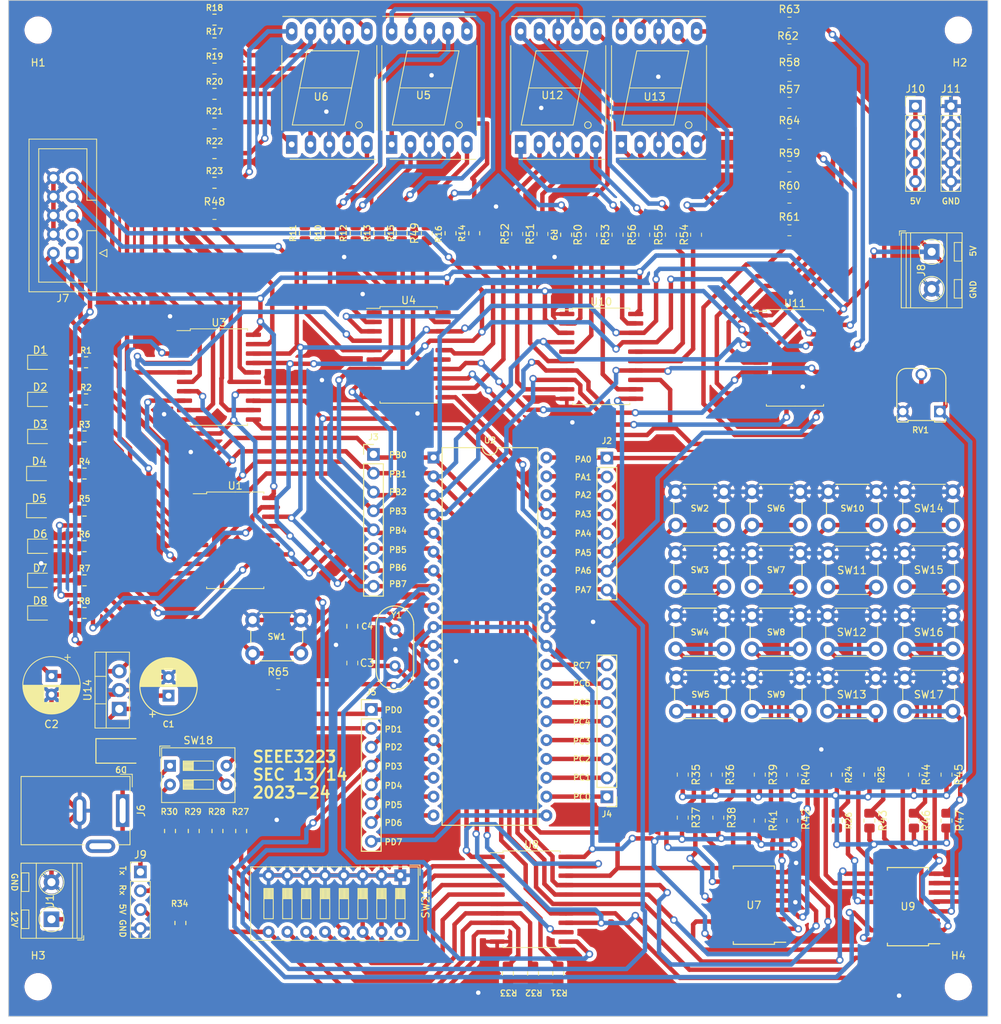
<source format=kicad_pcb>
(kicad_pcb (version 20221018) (generator pcbnew)
  (layers (0 "F.Cu" signal) (31 "B.Cu" signal) (34 "B.Paste" user) (35 "F.Paste" user) (36 "B.SilkS" user "B.Silkscreen") (37 "F.SilkS" user "F.Silkscreen") (38 "B.Mask" user) (39 "F.Mask" user) (44 "Edge.Cuts" user))
  (net 0 "")
  (net 1 "GND")
  (net 2 "Net-(D9-K)")
  (net 3 "+12V")
  (net 4 "PB0")
  (net 5 "PB1")
  (net 6 "PB2")
  (net 7 "PB3")
  (net 8 "PB4")
  (net 9 "PB5")
  (net 10 "PB6")
  (net 11 "PB7")
  (net 12 "RST")
  (net 13 "+5V")
  (net 14 "PD0")
  (net 15 "PD1")
  (net 16 "PD2")
  (net 17 "PD3")
  (net 18 "PD4")
  (net 19 "PD5")
  (net 20 "PD6")
  (net 21 "PD7")
  (net 22 "PC0")
  (net 23 "PC1")
  (net 24 "PC2")
  (net 25 "PC3")
  (net 26 "PC4")
  (net 27 "PC5")
  (net 28 "PC6")
  (net 29 "PC7")
  (net 30 "PA7")
  (net 31 "PA6")
  (net 32 "PA5")
  (net 33 "PA4")
  (net 34 "PA3")
  (net 35 "PA2")
  (net 36 "PA1")
  (net 37 "PA0")
  (net 38 "Net-(D1-A)")
  (net 39 "Net-(D2-A)")
  (net 40 "Net-(D3-A)")
  (net 41 "Net-(D4-A)")
  (net 42 "Net-(D5-A)")
  (net 43 "Net-(D6-A)")
  (net 44 "Net-(D7-A)")
  (net 45 "Net-(D8-A)")
  (net 47 "Net-(J9-Pin_1)")
  (net 48 "Net-(J9-Pin_2)")
  (net 49 "Net-(U1-O0)")
  (net 50 "Net-(U1-O1)")
  (net 51 "Net-(U1-O2)")
  (net 52 "Net-(U1-O3)")
  (net 53 "Net-(U1-O4)")
  (net 54 "Net-(U1-O5)")
  (net 55 "Net-(U1-O6)")
  (net 56 "Net-(U1-O7)")
  (net 57 "Net-(U10-O0)")
  (net 58 "XTAL1")
  (net 59 "XTAL2")
  (net 60 "Net-(U12-A)")
  (net 61 "Net-(U4-O0)")
  (net 62 "Net-(U5-A)")
  (net 63 "Net-(U4-O1)")
  (net 64 "Net-(U5-B)")
  (net 65 "Net-(U4-O2)")
  (net 66 "Net-(U5-C)")
  (net 67 "Net-(U4-O3)")
  (net 68 "Net-(U5-D)")
  (net 69 "Net-(U4-O4)")
  (net 70 "Net-(U5-E)")
  (net 71 "Net-(U4-O5)")
  (net 72 "Net-(U5-F)")
  (net 73 "Net-(U4-O6)")
  (net 74 "Net-(U5-G)")
  (net 75 "Net-(U6-A)")
  (net 76 "Net-(U6-B)")
  (net 77 "Net-(U6-C)")
  (net 78 "Net-(U6-D)")
  (net 79 "Net-(U6-E)")
  (net 80 "button9")
  (net 81 "button10")
  (net 82 "button11")
  (net 83 "button1")
  (net 84 "button2")
  (net 85 "button3")
  (net 86 "button4")
  (net 87 "button5")
  (net 88 "Net-(U6-F)")
  (net 89 "button6")
  (net 90 "button7")
  (net 91 "button8")
  (net 92 "button12")
  (net 93 "button13")
  (net 94 "button14")
  (net 95 "button15")
  (net 96 "button16")
  (net 97 "Net-(U6-G)")
  (net 98 "Net-(U8-A0)")
  (net 99 "Net-(U8-A1)")
  (net 100 "Net-(U8-A2)")
  (net 101 "Net-(U8-A3)")
  (net 102 "Net-(U8-A4)")
  (net 103 "Net-(U8-A5)")
  (net 104 "Net-(U8-A6)")
  (net 105 "Net-(U8-A7)")
  (net 106 "Net-(U6-DP)")
  (net 107 "Net-(U4-O7)")
  (net 108 "Net-(U5-DP)")
  (net 109 "Net-(U10-O1)")
  (net 110 "Net-(U12-B)")
  (net 111 "Net-(U10-O2)")
  (net 112 "Net-(U12-C)")
  (net 113 "Net-(U10-O3)")
  (net 114 "Net-(U12-D)")
  (net 115 "Net-(U10-O4)")
  (net 116 "Net-(U12-E)")
  (net 117 "Net-(U10-O5)")
  (net 118 "Net-(U12-F)")
  (net 119 "Net-(U10-O6)")
  (net 120 "Net-(U12-G)")
  (net 121 "Net-(U10-O7)")
  (net 122 "Net-(U12-DP)")
  (net 123 "Net-(U11-O0)")
  (net 124 "Net-(U13-A)")
  (net 125 "Net-(U11-O1)")
  (net 126 "Net-(U13-B)")
  (net 127 "Net-(U11-O2)")
  (net 128 "Net-(U13-C)")
  (net 129 "Net-(U11-O3)")
  (net 130 "Net-(U13-D)")
  (net 131 "Net-(U11-O4)")
  (net 132 "Net-(U13-E)")
  (net 133 "Net-(U11-O5)")
  (net 134 "Net-(U13-F)")
  (net 135 "Net-(U11-O6)")
  (net 136 "Net-(U13-G)")
  (net 137 "Net-(U11-O7)")
  (net 138 "Net-(U13-DP)")
  (net 141 "Net-(U7-EO)")
  (net 142 "Net-(U3-O7)")
  (net 143 "Net-(U3-O6)")
  (net 144 "Net-(U3-O5)")
  (net 145 "Net-(U3-O4)")
  (net 146 "Net-(U3-O3)")
  (net 147 "Net-(U3-O2)")
  (net 148 "Net-(U3-O1)")
  (net 149 "Net-(U3-O0)")
  (footprint "Display_7Segment:7SegmentLED_LTS6760_LTS6780" (layer "F.Cu") (at 107.82 43.42 90)
    (fp_text reference "U6")
    (fp_text value "D198K")
  )
  (footprint "Connector_PinHeader_2.54mm:PinHeader_1x08_P2.54mm_Vertical" (layer "F.Cu") (at 150.36 85.715)
    (fp_text reference "J2")
    (fp_text value "Conn_01x08_Male")
  )
  (footprint "Resistor_SMD:R_0805_2012Metric_Pad1.20x1.40mm_HandSolder" (layer "F.Cu") (at 126.06 55.4 90)
    (fp_text reference "R49")
    (fp_text value "1K")
  )
  (footprint "Capacitor_SMD:C_0805_2012Metric" (layer "F.Cu") (at 116 108.4 90)
    (fp_text reference "C4")
    (fp_text value "22pF")
  )
  (footprint "Diode_SMD:D_SMA" (layer "F.Cu") (at 84.8 125.2)
    (fp_text reference "D9")
    (fp_text value "D_Schottky")
  )
  (footprint "TerminalBlock_RND:TerminalBlock_RND_205-00045_1x02_P5.00mm_Horizontal" (layer "F.Cu") (at 194.2 57.9 -90)
    (fp_text reference "J8")
    (fp_text value "Screw_Terminal_01x02")
  )
  (footprint "Crystal:Crystal_HC49-U_Vertical" (layer "F.Cu") (at 121.76 113.74 90)
    (fp_text reference "Y1")
    (fp_text value "16Mhz")
  )
  (footprint "Resistor_SMD:R_0805_2012Metric_Pad1.20x1.40mm_HandSolder" (layer "F.Cu") (at 144.86 55.6 90)
    (fp_text reference "R9")
    (fp_text value "1K")
  )
  (footprint "Resistor_SMD:R_0805_2012Metric_Pad1.20x1.40mm_HandSolder" (layer "F.Cu") (at 106 116.2)
    (fp_text reference "R65")
    (fp_text value "10K")
  )
  (footprint "Resistor_SMD:R_0805_2012Metric_Pad1.20x1.40mm_HandSolder" (layer "F.Cu") (at 162.4 55.6 90)
    (fp_text reference "R54")
    (fp_text value "1K")
  )
  (footprint "Resistor_SMD:R_0805_2012Metric_Pad1.20x1.40mm_HandSolder" (layer "F.Cu") (at 185.8 134.6 -90)
    (fp_text reference "R43")
    (fp_text value "10K")
  )
  (footprint "Resistor_SMD:R_0805_2012Metric_Pad1.20x1.40mm_HandSolder" (layer "F.Cu") (at 97.8 136 90)
    (fp_text reference "R28")
    (fp_text value "10K")
  )
  (footprint "Package_TO_SOT_THT:TO-220-3_Vertical" (layer "F.Cu") (at 84.545 119.54 90)
    (fp_text reference "U14")
    (fp_text value "LM7805_TO220")
  )
  (footprint "Resistor_SMD:R_0805_2012Metric_Pad1.20x1.40mm_HandSolder" (layer "F.Cu") (at 175 55 180)
    (fp_text reference "R61")
    (fp_text value "1K")
  )
  (footprint "Resistor_SMD:R_0805_2012Metric_Pad1.20x1.40mm_HandSolder" (layer "F.Cu") (at 94.6 136 90)
    (fp_text reference "R29")
    (fp_text value "10K")
  )
  (footprint "Resistor_SMD:R_0805_2012Metric_Pad1.20x1.40mm_HandSolder" (layer "F.Cu") (at 97.4 29.8)
    (fp_text reference "R17")
    (fp_text value "1K")
  )
  (footprint "Resistor_SMD:R_0805_2012Metric_Pad1.20x1.40mm_HandSolder" (layer "F.Cu") (at 79.8625 102.2 180)
    (fp_text reference "R7")
    (fp_text value "1K")
  )
  (footprint "Resistor_SMD:R_0805_2012Metric_Pad1.20x1.40mm_HandSolder" (layer "F.Cu") (at 191.8 134.6 -90)
    (fp_text reference "R46")
    (fp_text value "10K")
  )
  (footprint "Resistor_SMD:R_0805_2012Metric_Pad1.20x1.40mm_HandSolder" (layer "F.Cu") (at 175.4 128.4 -90)
    (fp_text reference "R40")
    (fp_text value "10K")
  )
  (footprint "Button_Switch_THT:SW_PUSH_6mm" (layer "F.Cu") (at 169.95 98.55)
    (fp_text reference "SW7")
    (fp_text value "SW_SPST")
  )
  (footprint "Resistor_SMD:R_0805_2012Metric_Pad1.20x1.40mm_HandSolder" (layer "F.Cu") (at 159 55.6 90)
    (fp_text reference "R55")
    (fp_text value "1K")
  )
  (footprint "Button_Switch_THT:SW_PUSH_6mm" (layer "F.Cu") (at 190.55 106.95)
    (fp_text reference "SW16")
    (fp_text value "SW_SPST")
  )
  (footprint "Resistor_SMD:R_0805_2012Metric_Pad1.20x1.40mm_HandSolder" (layer "F.Cu") (at 140.4 155.2 -90)
    (fp_text reference "R32")
    (fp_text value "10K")
  )
  (footprint "Resistor_SMD:R_0805_2012Metric_Pad1.20x1.40mm_HandSolder" (layer "F.Cu") (at 132.46 55.4 90)
    (fp_text reference "R14")
    (fp_text value "1K")
  )
  (footprint "MountingHole:MountingHole_3.2mm_M3" (layer "F.Cu") (at 73.6 28)
    (fp_text reference "H1")
    (fp_text value "MountingHole")
  )
  (footprint "Resistor_SMD:R_0805_2012Metric_Pad1.20x1.40mm_HandSolder" (layer "F.Cu") (at 101 136 90)
    (fp_text reference "R27")
    (fp_text value "10K")
  )
  (footprint "Resistor_SMD:R_0805_2012Metric_Pad1.20x1.40mm_HandSolder" (layer "F.Cu") (at 196.2 134.6 -90)
    (fp_text reference "R47")
    (fp_text value "10K")
  )
  (footprint "Resistor_SMD:R_0805_2012Metric_Pad1.20x1.40mm_HandSolder" (layer "F.Cu") (at 129.26 55.4 90)
    (fp_text reference "R16")
    (fp_text value "1K")
  )
  (footprint "Resistor_SMD:R_0805_2012Metric_Pad1.20x1.40mm_HandSolder" (layer "F.Cu") (at 175 50.6 180)
    (fp_text reference "R60")
    (fp_text value "1K")
  )
  (footprint "Button_Switch_THT:SW_PUSH_6mm" (layer "F.Cu") (at 169.95 106.95)
    (fp_text reference "SW8")
    (fp_text value "SW_SPST")
  )
  (footprint "Button_Switch_THT:SW_PUSH_6mm" (layer "F.Cu") (at 169.95 115.35)
    (fp_text reference "SW9")
    (fp_text value "SW_SPST")
  )
  (footprint "Resistor_SMD:R_0805_2012Metric_Pad1.20x1.40mm_HandSolder" (layer "F.Cu") (at 181.4 134.6 -90)
    (fp_text reference "R26")
    (fp_text value "10K")
  )
  (footprint "Resistor_SMD:R_0805_2012Metric_Pad1.20x1.40mm_HandSolder" (layer "F.Cu") (at 160.6 128.4 -90)
    (fp_text reference "R35")
    (fp_text value "10K")
  )
  (footprint "MountingHole:MountingHole_3.2mm_M3" (layer "F.Cu") (at 73.6 157)
    (fp_text reference "H3")
    (fp_text value "MountingHole")
  )
  (footprint "Resistor_SMD:R_0805_2012Metric_Pad1.20x1.40mm_HandSolder" (layer "F.Cu") (at 97.4 52.8)
    (fp_text reference "R48")
    (fp_text value "1K")
  )
  (footprint "Button_Switch_THT:SW_PUSH_6mm" (layer "F.Cu") (at 169.95 90.25)
    (fp_text reference "SW6")
    (fp_text value "SW_SPST")
  )
  (footprint "LED_SMD:LED_0805_2012Metric" (layer "F.Cu") (at 73.725 87.8)
    (fp_text reference "D4")
    (fp_text value "LED")
  )
  (footprint "Button_Switch_THT:SW_PUSH_6mm" (layer "F.Cu") (at 190.55 98.55)
    (fp_text reference "SW15")
    (fp_text value "SW_SPST")
  )
  (footprint "Button_Switch_THT:SW_PUSH_6mm" (layer "F.Cu") (at 159.65 98.55)
    (fp_text reference "SW3")
    (fp_text value "SW_SPST")
  )
  (footprint "LED_SMD:LED_0805_2012Metric" (layer "F.Cu") (at 73.8625 82.8)
    (fp_text reference "D3")
    (fp_text value "LED")
  )
  (footprint "Resistor_SMD:R_0805_2012Metric_Pad1.20x1.40mm_HandSolder" (layer "F.Cu") (at 175 34.2 180)
    (fp_text reference "R58")
    (fp_text value "1K")
  )
  (footprint "Resistor_SMD:R_0805_2012Metric_Pad1.20x1.40mm_HandSolder" (layer "F.Cu") (at 151.8 55.6 90)
    (fp_text reference "R53")
    (fp_text value "1K")
  )
  (footprint "Resistor_SMD:R_0805_2012Metric_Pad1.20x1.40mm_HandSolder" (layer "F.Cu") (at 138.26 55.4975 90)
    (fp_text reference "R52")
    (fp_text value "1K")
  )
  (footprint "Resistor_SMD:R_0805_2012Metric_Pad1.20x1.40mm_HandSolder" (layer "F.Cu") (at 175 42 180)
    (fp_text reference "R64")
    (fp_text value "1K")
  )
  (footprint "Resistor_SMD:R_0805_2012Metric_Pad1.20x1.40mm_HandSolder" (layer "F.Cu") (at 97.4 44.6)
    (fp_text reference "R22")
    (fp_text value "1K")
  )
  (footprint "Resistor_SMD:R_0805_2012Metric_Pad1.20x1.40mm_HandSolder" (layer "F.Cu") (at 97.4 36.6)
    (fp_text reference "R20")
    (fp_text value "1K")
  )
  (footprint "Package_SO:SOIC-16W_5.3x10.2mm_P1.27mm" (layer "F.Cu") (at 170.2 146 180)
    (fp_text reference "U7")
    (fp_text value "74LS148")
  )
  (footprint "Connector_BarrelJack:BarrelJack_Wuerth_6941xx301002" (layer "F.Cu") (at 85 133.25 -90)
    (fp_text reference "J6")
    (fp_text value "Barrel_Jack")
  )
  (footprint "Package_SO:SOIC-20W_7.5x12.8mm_P1.27mm" (layer "F.Cu") (at 98 74.8)
    (fp_text reference "U3")
    (fp_text value "74LS374")
  )
  (footprint "Resistor_SMD:R_0805_2012Metric_Pad1.20x1.40mm_HandSolder" (layer "F.Cu") (at 185.8 128.4 -90)
    (fp_text reference "R25")
    (fp_text value "10K")
  )
  (footprint "Connector_PinHeader_2.54mm:PinHeader_1x05_P2.54mm_Vertical" (layer "F.Cu") (at 192 38.26)
    (fp_text reference "J10")
    (fp_text value "Conn_01x05_Male")
  )
  (footprint "Resistor_SMD:R_0805_2012Metric_Pad1.20x1.40mm_HandSolder" (layer "F.Cu") (at 80.0625 72.8 180)
    (fp_text reference "R1")
    (fp_text value "1K")
  )
  (footprint "Connector_PinHeader_2.54mm:PinHeader_1x04_P2.54mm_Vertical" (layer "F.Cu") (at 87.4 141.520001)
    (fp_text reference "J9")
    (fp_text value "Conn_01x04_Male")
  )
  (footprint "Resistor_SMD:R_0805_2012Metric_Pad1.20x1.40mm_HandSolder" (layer "F.Cu") (at 109.6 55.4 90)
    (fp_text reference "R11")
    (fp_text value "1K")
  )
  (footprint "Capacitor_THT:CP_Radial_D7.5mm_P2.50mm" (layer "F.Cu") (at 91.2 117.753895 90)
    (fp_text reference "C1")
    (fp_text value "330uF")
  )
  (footprint "Resistor_SMD:R_0805_2012Metric_Pad1.20x1.40mm_HandSolder" (layer "F.Cu") (at 97.4 33.2)
    (fp_text reference "R19")
    (fp_text value "1K")
  )
  (footprint "Button_Switch_THT:SW_DIP_SPSTx02_Slide_9.78x7.26mm_W7.62mm_P2.54mm" (layer "F.Cu") (at 91.4 127.2)
    (fp_text reference "SW18")
    (fp_text value "SW_DIP_x02")
  )
  (footprint "Resistor_SMD:R_0805_2012Metric_Pad1.20x1.40mm_HandSolder" (layer "F.Cu") (at 143.8 155.2 -90)
    (fp_text reference "R31")
    (fp_text value "10K")
  )
  (footprint "Package_SO:SOIC-20W_7.5x12.8mm_P1.27mm" (layer "F.Cu") (at 149.6 72)
    (fp_text reference "U10")
    (fp_text value "74LS374")
  )
  (footprint "Resistor_SMD:R_0805_2012Metric_Pad1.20x1.40mm_HandSolder" (layer "F.Cu") (at 92.8 148.4 90)
    (fp_text reference "R34")
    (fp_text value "10K")
  )
  (footprint "Resistor_SMD:R_0805_2012Metric_Pad1.20x1.40mm_HandSolder" (layer "F.Cu") (at 175 27 180)
    (fp_text reference "R63")
    (fp_text value "1K")
  )
  (footprint "Package_SO:SOIC-16W_5.3x10.2mm_P1.27mm" (layer "F.Cu") (at 191 146.2 180)
    (fp_text reference "U9")
    (fp_text value "74LS148")
  )
  (footprint "Resistor_SMD:R_0805_2012Metric_Pad1.20x1.40mm_HandSolder" (layer "F.Cu") (at 97.4 26.6)
    (fp_text reference "R18")
    (fp_text value "1K")
  )
  (footprint "Resistor_SMD:R_0805_2012Metric_Pad1.20x1.40mm_HandSolder" (layer "F.Cu") (at 141.66 55.4975 90)
    (fp_text reference "R51")
    (fp_text value "1K")
  )
  (footprint "LED_SMD:LED_0805_2012Metric" (layer "F.Cu") (at 73.8625 72.8)
    (fp_text reference "D1")
    (fp_text value "LED")
  )
  (footprint "Button_Switch_THT:SW_PUSH_6mm" (layer "F.Cu") (at 180.2 98.6)
    (fp_text reference "SW11")
    (fp_text value "SW_SPST")
  )
  (footprint "Package_DIP:DIP-40_W15.24mm" (layer "F.Cu") (at 126.96 85.64)
    (fp_text reference "U2")
    (fp_text value "ATmega32A-P")
  )
  (footprint "Resistor_SMD:R_0805_2012Metric_Pad1.20x1.40mm_HandSolder" (layer "F.Cu") (at 113 55.4 90)
    (fp_text reference "R10")
    (fp_text value "1K")
  )
  (footprint "Resistor_SMD:R_0805_2012Metric_Pad1.20x1.40mm_HandSolder" (layer "F.Cu") (at 148.26 55.6 90)
    (fp_text reference "R50")
    (fp_text value "1K")
  )
  (footprint "Connector_IDC:IDC-Header_2x05_P2.54mm_Vertical" (layer "F.Cu") (at 78.2 58.08 180)
    (fp_text reference "J7")
    (fp_text value "AVR-ISP-10")
  )
  (footprint "LED_SMD:LED_0805_2012Metric" (layer "F.Cu") (at 73.725 92.8)
    (fp_text reference "D5")
    (fp_text value "LED")
  )
  (footprint "Resistor_SMD:R_0805_2012Metric_Pad1.20x1.40mm_HandSolder" (layer "F.Cu") (at 175 46.4 180)
    (fp_text reference "R59")
    (fp_text value "1K")
  )
  (footprint "Connector_PinHeader_2.54mm:PinHeader_1x08_P2.54mm_Vertical" (layer "F.Cu") (at 118.56 119.615)
    (fp_text reference "J5")
    (fp_text value "Conn_01x08_Male")
  )
  (footprint "Resistor_SMD:R_0805_2012Metric_Pad1.20x1.40mm_HandSolder" (layer "F.Cu") (at 80.0625 77.8 180)
    (fp_text reference "R2")
    (fp_text value "1K")
  )
  (footprint "Button_Switch_THT:SW_PUSH_6mm" (layer "F.Cu") (at 159.65 90.25)
    (fp_text reference "SW2")
    (fp_text value "SW_SPST")
  )
  (footprint "Resistor_SMD:R_0805_2012Metric_Pad1.20x1.40mm_HandSolder" (layer "F.Cu") (at 165.4 134.2 -90)
    (fp_text reference "R38")
    (fp_text value "10K")
  )
  (footprint "Resistor_SMD:R_0805_2012Metric_Pad1.20x1.40mm_HandSolder" (layer "F.Cu") (at 137 155.2 -90)
    (fp_text reference "R33")
    (fp_text value "10K")
  )
  (footprint "Resistor_SMD:R_0805_2012Metric_Pad1.20x1.40mm_HandSolder" (layer "F.Cu") (at 181.4 128.4 -90)
    (fp_text reference "R24")
    (fp_text value "10K")
  )
  (footprint "Resistor_SMD:R_0805_2012Metric_Pad1.20x1.40mm_HandSolder" (layer "F.Cu") (at 79.8625 87.8 180)
    (fp_text reference "R4")
    (fp_text value "1K")
  )
  (footprint "Package_SO:SOIC-20W_7.5x12.8mm_P1.27mm" (layer "F.Cu") (at 140.2 145.2)
    (fp_text reference "U8")
    (fp_text value "74LS541")
  )
  (footprint "Package_SO:SOIC-20W_7.5x12.8mm_P1.27mm" (layer "F.Cu") (at 175.75 72.2)
    (fp_text reference "U11")
    (fp_text value "74LS374")
  )
  (footprint "Resistor_SMD:R_0805_2012Metric_Pad1.20x1.40mm_HandSolder" (layer "F.Cu") (at 160.6 134.2 -90)
    (fp_text reference "R37")
    (fp_text value "10K")
  )
  (footprint "Resistor_SMD:R_0805_2012Metric_Pad1.20x1.40mm_HandSolder" (layer "F.Cu") (at 175.4 134.6 -90)
    (fp_text reference "R42")
    (fp_text value "10K")
  )
  (footprint "LED_SMD:LED_0805_2012Metric" (layer "F.Cu") (at 73.8625 102.2)
    (fp_text reference "D7")
    (fp_text value "LED")
  )
  (footprint "Resistor_SMD:R_0805_2012Metric_Pad1.20x1.40mm_HandSolder" (layer "F.Cu") (at 119.66 55.4 90)
    (fp_text reference "R13")
    (fp_text value "1K")
  )
  (footprint "Connector_PinHeader_2.54mm:PinHeader_1x08_P2.54mm_Vertical" (layer "F.Cu") (at 150.36 131.39 180)
    (fp_text reference "J4")
    (fp_text value "Conn_01x08_Male")
  )
  (footprint "Resistor_SMD:R_0805_2012Metric_Pad1.20x1.40mm_HandSolder" (layer "F.Cu") (at 79.8625 97.6 180)
    (fp_text reference "R6")
    (fp_text value "1K")
  )
  (footprint "Connector_PinHeader_2.54mm:PinHeader_1x05_P2.54mm_Vertical" (layer "F.Cu") (at 196.8 38.26)
    (fp_text reference "J11")
    (fp_text value "Conn_01x05_Male")
  )
  (footprint "Button_Switch_THT:SW_DIP_SPSTx08_Slide_9.78x22.5mm_W7.62mm_P2.54mm" (layer "F.Cu") (at 122.48 141.98 -90)
    (fp_text reference "SW21")
    (fp_text value "SW_DIP_x08")
  )
  (footprint "Button_Switch_THT:SW_PUSH_6mm" (layer "F.Cu") (at 180.15 115.35)
    (fp_text reference "SW13")
    (fp_text value "SW_SPST")
  )
  (footprint "Package_SO:SOIC-20W_7.5x12.8mm_P1.27mm" (layer "F.Cu") (at 100.2 96.8)
    (fp_text reference "U1")
    (fp_text value "74LS374")
  )
  (footprint "Resistor_SMD:R_0805_2012Metric_Pad1.20x1.40mm_HandSolder" (layer "F.Cu") (at 191.8 128.4 -90)
    (fp_text reference "R44")
    (fp_text value "10K")
  )
  (footprint "Resistor_SMD:R_0805_2012Metric_Pad1.20x1.40mm_HandSolder" (layer "F.Cu") (at 79.8625 106.6 180)
    (fp_text reference "R8")
    (fp_text value "1K")
  )
  (footprint "Button_Switch_THT:SW_PUSH_6mm" (layer "F.Cu") (at 190.55 90.25)
    (fp_text reference "SW14")
    (fp_text value "SW_SPST")
  )
  (footprint "Resistor_SMD:R_0805_2012Metric_Pad1.20x1.40mm_HandSolder" (layer "F.Cu") (at 171 128.4 -90)
    (fp_text reference "R39")
    (fp_text value "10K")
  )
  (footprint "Resistor_SMD:R_0805_2012Metric_Pad1.20x1.40mm_HandSolder" (layer "F.Cu") (at 122.66 55.4 90)
    (fp_text reference "R15")
    (fp_text value "1K")
  )
  (footprint "Resistor_SMD:R_0805_2012Metric_Pad1.20x1.40mm_HandSolder" (layer "F.Cu") (at 97.4 48.6)
    (fp_text reference "R23")
    (fp_text value "1K")
  )
  (footprint "Capacitor_THT:CP_Radial_D7.5mm_P2.50mm" (layer "F.Cu") (at 75.4 115.1 -90)
    (fp_text reference "C2")
    (fp_text value "100uF")
  )
  (footprint "Resistor_SMD:R_0805_2012Metric_Pad1.20x1.40mm_HandSolder" (layer "F.Cu") (at 171 134.6 -90)
    (fp_text reference "R41")
    (fp_text value "10K")
  )
  (footprint "MountingHole:MountingHole_3.2mm_M3" (layer "F.Cu") (at 197.8 157)
    (fp_text reference "H4")
    (fp_text value "MountingHole")
  )
  (footprint "Button_Switch_THT:SW_PUSH_6mm" (layer "F.Cu") (at 180.15 106.95)
    (fp_text reference "SW12")
    (fp_text value "SW_SPST")
  )
  (footprint "Button_Switch_THT:SW_PUSH_6mm" (layer "F.Cu") (at 180.25 90.25)
    (fp_text reference "SW10")
    (fp_text value "SW_SPST")
  )
  (footprint "Resistor_SMD:R_0805_2012Metric_Pad1.20x1.40mm_HandSolder" (layer "F.Cu") (at 155.4 55.6 90)
    (fp_text reference "R56")
    (fp_text value "1K")
  )
  (footprint "Resistor_SMD:R_0805_2012Metric_Pad1.20x1.40mm_HandSolder" (layer "F.Cu") (at 175 37.8 180)
    (fp_text reference "R57")
    (fp_text value "1K")
  )
  (footprint "LED_SMD:LED_0805_2012Metric" (layer "F.Cu") (at 73.8625 106.6)
    (fp_text reference "D8")
    (fp_text value "LED")
  )
  (footprint "Resistor_SMD:R_0805_2012Metric_Pad1.20x1.40mm_HandSolder" (layer "F.Cu") (at 196.2 128.4 -90)
    (fp_text reference "R45")
    (fp_text value "10K")
  )
  (footprint "Display_7Segment:7SegmentLED_LTS6760_LTS6780" (layer "F.Cu") (at 121.32 43.42 90)
    (fp_text reference "U5")
    (fp_text value "D198K")
  )
  (footprint "Resistor_SMD:R_0805_2012Metric_Pad1.20x1.40mm_HandSolder" (layer "F.Cu") (at 165.2 128.4 -90)
    (fp_text reference "R36")
    (fp_text value "10K")
  )
  (footprint "TerminalBlock_RND:TerminalBlock_RND_205-00045_1x02_P5.00mm_Horizontal" (layer "F.Cu") (at 75.4 147.9 90)
    (fp_text reference "J1")
    (fp_text value "Screw_Terminal_01x02")
  )
  (footprint "Resistor_SMD:R_0805_2012Metric_Pad1.20x1.40mm_HandSolder" (layer "F.Cu") (at 175 30.6 180)
    (fp_text reference "R62")
    (fp_text value "1K")
  )
  (footprint "Button_Switch_THT:SW_PUSH_6mm" (layer "F.Cu") (at 190.55 115.35)
    (fp_text reference "SW17")
    (fp_text value "SW_SPST")
  )
  (footprint "Package_SO:SOIC-20W_7.5x12.8mm_P1.27mm" (layer "F.Cu") (at 123.6 71.8)
    (fp_text reference "U4")
    (fp_text value "74LS374")
  )
  (footprint "Capacitor_SMD:C_0805_2012Metric" (layer "F.Cu") (at 116 113.35 -90)
    (fp_text reference "C3")
    (fp_text value "22pF")
  )
  (footprint "Button_Switch_THT:SW_PUSH_6mm" (layer "F.Cu") (at 102.55 107.55)
    (fp_text reference "SW1")
    (fp_text value "SW_SPST")
  )
  (footprint "LED_SMD:LED_0805_2012Metric" (layer "F.Cu") (at 73.8625 77.8)
    (fp_text reference "D2")
    (fp_text value "LED")
  )
  (footprint "Resistor_SMD:R_0805_2012Metric_Pad1.20x1.40mm_HandSolder" (layer "F.Cu") (at 79.8625 92.8 180)
    (fp_text reference "R5")
    (fp_text value "1K")
  )
  (footprint "Button_Switch_THT:SW_PUSH_6mm" (layer "F.Cu") (at 159.75 115.35)
    (fp_text reference "SW5")
    (fp_text value "SW_SPST")
  )
  (footprint "Display_7Segment:7SegmentLED_LTS6760_LTS6780" (layer "F.Cu") (at 152.32 43.4275 90)
    (fp_text reference "U13")
    (fp_text value "D198K")
  )
  (footprint "Resistor_SMD:R_0805_2012Metric_Pad1.20x1.40mm_HandSolder" (layer "F.Cu") (at 97.4 40.6)
    (fp_text reference "R21")
    (fp_text value "1K")
  )
  (footprint "Button_Switch_THT:SW_PUSH_6mm" (layer "F.Cu") (at 159.65 106.95)
    (fp_text reference "SW4")
    (fp_text value "SW_SPST")
  )
  (footprint "LED_SMD:LED_0805_2012Metric" (layer "F.Cu") (at 73.8625 97.6)
    (fp_text reference "D6")
    (fp_text value "LED")
  )
  (footprint "Potentiometer_THT:Potentiometer_Runtron_RM-065_Vertical" (layer "F.Cu") (at 195.3 79.44 180)
    (fp_text reference "RV1")
    (fp_text value "R_Potentiometer")
  )
  (footprint "Connector_PinHeader_2.54mm:PinHeader_1x08_P2.54mm_Vertical" (layer "F.Cu") (at 118.86 85.215)
    (fp_text reference "J3")
    (fp_text value "Conn_01x08_Male")
  )
  (footprint "Resistor_SMD:R_0805_2012Metric_Pad1.20x1.40mm_HandSolder" (layer "F.Cu") (at 79.8625 82.8 180)
    (fp_text reference "R3")
    (fp_text value "1K")
  )
  (footprint "Resistor_SMD:R_0805_2012Metric_Pad1.20x1.40mm_HandSolder" (layer "F.Cu") (at 91.4 136 90)
    (fp_text reference "R30")
    (fp_text value "10K")
  )
  (footprint "MountingHole:MountingHole_3.2mm_M3" (layer "F.Cu") (at 197.8 28)
    (fp_text reference "H2")
    (fp_text value "MountingHole")
  )
  (footprint "Display_7Segment:7SegmentLED_LTS6760_LTS6780" (layer "F.Cu") (at 138.72 43.4275 90)
    (fp_text reference "U12")
    (fp_text value "D198K")
  )
  (footprint "Resistor_SMD:R_0805_2012Metric_Pad1.20x1.40mm_HandSolder" (layer "F.Cu") (at 116.46 55.4 90)
    (fp_text reference "R12")
    (fp_text value "1K")
  )
  (gr_poly (pts (xy 201.8 161) (xy 69.6 161) (xy 69.6 24) (xy 201.8 24)) (stroke (width 0.1)) (fill none) (layer "Edge.Cuts"))
  (gr_text "PB6" (at 122.16 100.49) (layer "F.SilkS") (effects (font (size 0.8 0.8))))
  (gr_text "PD7" (at 121.56 137.49) (layer "F.SilkS") (effects (font (size 0.8 0.8))))
  (gr_text "PC6" (at 146.96 116.09) (layer "F.SilkS") (effects (font (size 0.8 0.8))))
  (gr_text "5V" (at 192 51.08) (layer "F.SilkS") (effects (font (size 0.8 0.8))))
  (gr_text "PC0" (at 147 131.4) (layer "F.SilkS") (effects (font (size 0.8 0.8))))
  (gr_text "PC7" (at 146.96 113.69) (layer "F.SilkS") (effects (font (size 0.8 0.8))))
  (gr_text "PD2" (at 121.56 124.69) (layer "F.SilkS") (effects (font (size 0.8 0.8))))
  (gr_text "12V" (at 70.4 147.9 -90) (layer "F.SilkS") (effects (font (size 0.8 0.8))))
  (gr_text "PD3" (at 121.56 127.29) (layer "F.SilkS") (effects (font (size 0.8 0.8))))
  (gr_text "Tx" (at 85 141.34 -90) (layer "F.SilkS") (effects (font (size 0.8 0.8))))
  (gr_text "PD0" (at 121.56 119.69) (layer "F.SilkS") (effects (font (size 0.8 0.8))))
  (gr_text "GND" (at 70.4 142.9 -90) (layer "F.SilkS") (effects (font (size 0.8 0.8))))
  (gr_text "PA0" (at 147.16 85.89) (layer "F.SilkS") (effects (font (size 0.8 0.8))))
  (gr_text "PA1" (at 147.16 88.29) (layer "F.SilkS") (effects (font (size 0.8 0.8))))
  (gr_text "PA7" (at 147.16 103.49) (layer "F.SilkS") (effects (font (size 0.8 0.8))))
  (gr_text "GND" (at 85 149.14 -90) (layer "F.SilkS") (effects (font (size 0.8 0.8))))
  (gr_text "PD5" (at 121.56 132.49) (layer "F.SilkS") (effects (font (size 0.8 0.8))))
  (gr_text "PB2" (at 122.16 90.29) (layer "F.SilkS") (effects (font (size 0.8 0.8))))
  (gr_text "5V" (at 85 146.54 -90) (layer "F.SilkS") (effects (font (size 0.8 0.8))))
  (gr_text "PA6" (at 147.16 100.89) (layer "F.SilkS") (effects (font (size 0.8 0.8))))
  (gr_text "Rx" (at 85 143.94 -90) (layer "F.SilkS") (effects (font (size 0.8 0.8))))
  (gr_text "PB0" (at 122.16 85.29) (layer "F.SilkS") (effects (font (size 0.8 0.8))))
  (gr_text "PD1" (at 121.56 122.29) (layer "F.SilkS") (effects (font (size 0.8 0.8))))
  (gr_text "PC1" (at 147 128.8) (layer "F.SilkS") (effects (font (size 0.8 0.8))))
  (gr_text "PB4" (at 122.16 95.49) (layer "F.SilkS") (effects (font (size 0.8 0.8))))
  (gr_text "GND" (at 199.8 63 90) (layer "F.SilkS") (effects (font (size 0.8 0.8))))
  (gr_text "PC2" (at 146.96 126.29) (layer "F.SilkS") (effects (font (size 0.8 0.8))))
  (gr_text "PC3" (at 146.96 123.89) (layer "F.SilkS") (effects (font (size 0.8 0.8))))
  (gr_text "PA4\n" (at 147.16 95.89) (layer "F.SilkS") (effects (font (size 0.8 0.8))))
  (gr_text "PC4" (at 146.96 121.29) (layer "F.SilkS") (effects (font (size 0.8 0.8))))
  (gr_text "PC5" (at 146.96 118.69) (layer "F.SilkS") (effects (font (size 0.8 0.8))))
  (gr_text "PD4" (at 121.56 129.89) (layer "F.SilkS") (effects (font (size 0.8 0.8))))
  (gr_text "PB3" (at 122.16 92.89) (layer "F.SilkS") (effects (font (size 0.8 0.8))))
  (gr_text "PD6" (at 121.56 134.89) (layer "F.SilkS") (effects (font (size 0.8 0.8))))
  (gr_text "PA2" (at 147.16 90.69) (layer "F.SilkS") (effects (font (size 0.8 0.8))))
  (gr_text "PA5" (at 147.16 98.49) (layer "F.SilkS") (effects (font (size 0.8 0.8))))
  (gr_text "PB1" (at 122.16 87.89) (layer "F.SilkS") (effects (font (size 0.8 0.8))))
  (gr_text "5V" (at 199.8 57.8 90) (layer "F.SilkS") (effects (font (size 0.8 0.8))))
  (gr_text "PB5" (at 122.16 98.09) (layer "F.SilkS") (effects (font (size 0.8 0.8))))
  (gr_text "SEEE3223\nSEC 13/14\n2023-24" (at 102.4 131.7) (layer "F.SilkS") (effects (font (size 1.5 1.5) (thickness 0.3) bold) (justify left bottom)))
  (gr_text "PB7" (at 122.16 102.69) (layer "F.SilkS") (effects (font (size 0.8 0.8))))
  (gr_text "GND" (at 196.8 51.08) (layer "F.SilkS") (effects (font (size 0.8 0.8))))
  (gr_text "PA3" (at 147.16 93.29) (layer "F.SilkS") (effects (font (size 0.8 0.8))))
  (segment (start 88.346105 115.253895) (end 86.6 117) (width 0.6) (layer "F.Cu") (net 1))
  (segment (start 95.55 91.085) (end 95.55 86.25) (width 0.6) (layer "F.Cu") (net 1))
  (segment (start 95.55 86.25) (end 94.2 84.9) (width 0.6) (layer "F.Cu") (net 1))
  (segment (start 157.4 43.4275) (end 157.4 34.4) (width 0.6) (layer "F.Cu") (net 1))
  (segment (start 86.6 117) (end 84.545 117) (width 0.6) (layer "F.Cu") (net 1))
  (segment (start 75.4 117.6) (end 83.945 117.6) (width 0.6) (layer "F.Cu") (net 1))
  (segment (start 118.95 65.15) (end 117.4 63.6) (width 0.6) (layer "F.Cu") (net 1))
  (segment (start 83.945 117.6) (end 84.545 117) (width 0.6) (layer "F.Cu") (net 1))
  (segment (start 194.55 141.755) (end 195.9 141.755) (width 0.6) (layer "F.Cu") (net 1))
  (segment (start 93.35 68.55) (end 91.4 66.6) (width 0.6) (layer "F.Cu") (net 1))
  (segment (start 173.75 141.555) (end 174.645 141.555) (width 0.6) (layer "F.Cu") (net 1))
  (segment (start 104.7 141.98) (end 122.48 141.98) (width 0.6) (layer "F.Cu") (net 1))
  (segment (start 118.95 66.085) (end 118.95 65.15) (width 0.6) (layer "F.Cu") (net 1))
  (segment (start 195.9 141.755) (end 199.3 138.355) (width 0.6) (layer "F.Cu") (net 1))
  (segment (start 173.75 145.365) (end 175.565 145.365) (width 0.6) (layer "F.Cu") (net 1))
  (segment (start 75.66 47.92) (end 75.66 55.54) (width 0.6) (layer "F.Cu") (net 1))
  (segment (start 75.4 129.65) (end 75.4 117.6) (width 0.6) (layer "F.Cu") (net 1))
  (segment (start 126.4 28.18) (end 126.4 33.8) (width 0.6) (layer "F.Cu") (net 1))
  (segment (start 112.9 43.42) (end 112.9 39.4) (width 0.6) (layer "F.Cu") (net 1))
  (segment (start 157.4 34.4) (end 157.3 34.3) (width 0.6) (layer "F.Cu") (net 1))
  (segment (start 199.3 138.355) (end 199.3 117.6) (width 0.6) (layer "F.Cu") (net 1))
  (segment (start 174.645 141.555) (end 175.9 140.3) (width 0.6) (layer "F.Cu") (net 1))
  (segment (start 75.4 137.05) (end 79.2 133.25) (width 0.6) (layer "F.Cu") (net 1))
  (segment (start 143.8 43.4275) (end 143.8 40.8) (width 0.6) (layer "F.Cu") (net 1))
  (segment (start 126.4 33.8) (end 126.7 34.1) (width 0.6) (layer "F.Cu") (net 1))
  (segment (start 143.8 40.8) (end 141.5 38.5) (width 0.6) (layer "F.Cu") (net 1))
  (segment (start 199.3 117.6) (end 197.05 115.35) (width 0.6) (layer "F.Cu") (net 1))
  (segment (start 116 112.4) (end 116 109.35) (width 0.6) (layer "F.Cu") (net 1))
  (segment (start 126.96 111.04) (end 127.94 111.04) (width 0.6) (layer "F.Cu") (net 1))
  (segment (start 112.9 39.4) (end 112.5 39) (width 0.6) (layer "F.Cu") (net 1))
  (segment (start 175.565 145.365) (end 175.8 145.6) (width 0.6) (layer "F.Cu") (net 1))
  (segment (start 91.2 115.253895) (end 88.346105 115.253895) (width 0.6) (layer "F.Cu") (net 1))
  (segment (start 102.55 107.55) (end 109.05 107.55) (width 0.6) (layer "F.Cu") (net 1))
  (segment (start 157.4 34.2) (end 157.3 34.3) (width 0.6) (layer "F.Cu") (net 1))
  (segment (start 127.94 111.04) (end 130 113.1) (width 0.6) (layer "F.Cu") (net 1))
  (segment (start 157.4 28.1875) (end 157.4 34.2) (width 0.6) (layer "F.Cu") (net 1))
  (segment (start 93.35 69.085) (end 93.35 68.55) (width 0.6) (layer "F.Cu") (net 1))
  (segment (start 75.4 142.9) (end 75.4 137.05) (width 0.6) (layer "F.Cu") (net 1))
  (segment (start 79 133.25) (end 75.4 129.65) (width 0.6) (layer "F.Cu") (net 1))
  (via (at 179.3 125) (size 1) (drill 0.6) (layers "F.Cu" "B.Cu") (net 1))
  (via (at 141.5 38.5) (size 1) (drill 0.6) (layers "F.Cu" "B.Cu") (net 1))
  (via (at 189.8 158.2) (size 1) (drill 0.6) (layers "F.Cu" "B.Cu") (net 1))
  (via (at 148.5 107.8) (size 1) (drill 0.6) (layers "F.Cu" "B.Cu") (net 1))
  (via (at 90.6 79.8) (size 1) (drill 0.6) (layers "F.Cu" "B.Cu") (net 1))
  (via (at 114.9 58.6) (size 1) (drill 0.6) (layers "F.Cu" "B.Cu") (net 1))
  (via (at 145.7 80.9) (size 1) (drill 0.6) (layers "F.Cu" "B.Cu") (net 1))
  (via (at 113.8 110.9) (size 1) (drill 0.6) (layers "F.Cu" "B.Cu") (net 1))
  (via (at 133 157.8) (size 1) (drill 0.6) (layers "F.Cu" "B.Cu") (net 1))
  (via (at 157.3 34.3) (size 1) (drill 0.6) (layers "F.Cu" "B.Cu") (net 1))
  (via (at 121.8 111.5) (size 1) (drill 0.6) (layers "F.Cu" "B.Cu") (net 1))
  (via (at 175.2 63.4) (size 1) (drill 0.6) (layers "F.Cu" "B.Cu") (net 1))
  (via (at 176.8 76.1) (size 1) (drill 0.6) (layers "F.Cu" "B.Cu") (net 1))
  (via (at 175.8 145.6) (size 1) (drill 0.6) (layers "F.Cu" "B.Cu") (net 1))
  (via (at 124.8 79.7) (size 1) (drill 0.6) (layers "F.Cu" "B.Cu") (net 1))
  (via (at 112.5 39) (size 1) (drill 0.6) (layers "F.Cu" "B.Cu") (net 1))
  (via (at 105.8 134.5) (size 1) (drill 0.6) (layers "F.Cu" "B.Cu") (net 1))
  (via (at 74 99.9) (size 1) (drill 0.6) (layers "F.Cu" "B.Cu") (net 1))
  (via (at 130 113.1) (size 1) (drill 0.6) (layers "F.Cu" "B.Cu") (net 1))
  (via (at 111.9 75.2) (size 1) (drill 0.6) (layers "F.Cu" "B.Cu") (net 1))
  (via (at 117.4 63.6) (size 1) (drill 0.6) (layers "F.Cu" "B.Cu") (net 1))
  (via (at 175.9 140.3) (size 1) (drill 0.6) (layers "F.Cu" "B.Cu") (net 1))
  (via (at 91.4 66.6) (size 1) (drill 0.6) (layers "F.Cu" "B.Cu") (net 1))
  (via (at 135.4 51.8) (size 1) (drill 0.6) (layers "F.Cu" "B.Cu") (net 1))
  (via (at 126.7 34.1) (size 1) (drill 0.6) (layers "F.Cu" "B.Cu") (net 1))
  (via (at 143.3 58.6) (size 1) (drill 0.6) (layers "F.Cu" "B.Cu") (net 1))
  (via (at 94.2 84.9) (size 1) (drill 0.6) (layers "F.Cu" "B.Cu") (net 1))
  (segment (start 189.9 158.1) (end 189.8 158.2) (width 0.6) (layer "B.Cu") (net 1))
  (segment (start 159.65 98.55) (end 197.05 98.55) (width 0.6) (layer "B.Cu") (net 1))
  (segment (start 175.8 145.6) (end 175.8 140.4) (width 0.6) (layer "B.Cu") (net 1))
  (segment (start 175.8 140.4) (end 175.9 140.3) (width 0.6) (layer "B.Cu") (net 1))
  (segment (start 197.05 106.95) (end 159.65 106.95) (width 0.6) (layer "B.Cu") (net 1))
  (segment (start 159.75 115.35) (end 197.05 115.35) (width 0.6) (layer "B.Cu") (net 1))
  (segment (start 159.65 90.25) (end 197.05 90.25) (width 0.6) (layer "B.Cu") (net 1))
  (segment (start 82.8 121.285) (end 84.545 119.54) (width 0.6) (layer "F.Cu") (net 2))
  (segment (start 82.8 125.2) (end 82.8 121.285) (width 0.6) (layer "F.Cu") (net 2))
  (segment (start 91.2 117.753895) (end 88.446105 117.753895) (width 0.6) (layer "F.Cu") (net 2))
  (segment (start 86.66 119.54) (end 84.545 119.54) (width 0.6) (layer "F.Cu") (net 2))
  (segment (start 88.446105 117.753895) (end 86.66 119.54) (width 0.6) (layer "F.Cu") (net 2))
  (segment (start 75.4 147.9) (end 77.05 147.9) (width 0.6) (layer "F.Cu") (net 3))
  (segment (start 85 130.2) (end 86.8 128.4) (width 0.6) (layer "F.Cu") (net 3))
  (segment (start 85 133.25) (end 85 130.2) (width 0.6) (layer "F.Cu") (net 3))
  (segment (start 77.05 147.9) (end 85 139.95) (width 0.6) (layer "F.Cu") (net 3))
  (segment (start 86.8 128.4) (end 86.8 125.2) (width 0.6) (layer "F.Cu") (net 3))
  (segment (start 85 139.95) (end 85 133.25) (width 0.6) (layer "F.Cu") (net 3))
  (segment (start 151.8 137.2) (end 151.8 141) (width 0.6) (layer "F.Cu") (net 4))
  (segment (start 166.65 141.555) (end 166.095 141) (width 0.6) (layer "F.Cu") (net 4))
  (segment (start 169.225 69.025) (end 168.6 68.4) (width 0.6) (layer "F.Cu") (net 4))
  (segment (start 151.8 141) (end 150.775 142.025) (width 0.6) (layer "F.Cu") (net 4))
  (segment (start 140.6 135.4) (end 141.4 136.2) (width 0.6) (layer "F.Cu") (net 4))
  (segment (start 171.1 69.025) (end 169.225 69.025) (width 0.6) (layer "F.Cu") (net 4))
  (segment (start 142 66.97766) (end 143.84734 68.825) (width 0.6) (layer "F.Cu") (net 4))
  (segment (start 166.095 141) (end 151.8 141) (width 0.6) (layer "F.Cu") (net 4))
  (segment (start 88.5 87.963294) (end 88.5 87.1) (width 0.6) (layer "F.Cu") (net 4))
  (segment (start 95.55 93.625) (end 94.161706 93.625) (width 0.6) (layer "F.Cu") (net 4))
  (segment (start 141.4 136.2) (end 150.8 136.2) (width 0.6) (layer "F.Cu") (net 4))
  (segment (start 142 63.2) (end 142 66.97766) (width 0.6) (layer "F.Cu") (net 4))
  (segment (start 150.775 142.025) (end 144.85 142.025) (width 0.6) (layer "F.Cu") (net 4))
  (segment (start 117.225 68.625) (end 115.2 66.6) (width 0.6) (layer "F.Cu") (net 4))
  (segment (start 150.8 136.2) (end 151.8 137.2) (width 0.6) (layer "F.Cu") (net 4))
  (segment (start 126.96 85.64) (end 140.6 99.28) (width 0.6) (layer "F.Cu") (net 4))
  (segment (start 97.6 92.67766) (end 96.65266 93.625) (width 0.6) (layer "F.Cu") (net 4))
  (segment (start 118.86 85.215) (end 116.645 83) (width 0.6) (layer "F.Cu") (net 4))
  (segment (start 96.65266 93.625) (end 95.55 93.625) (width 0.6) (layer "F.Cu") (net 4))
  (segment (start 119.285 85.64) (end 118.86 85.215) (width 0.6) (layer "F.Cu") (net 4))
  (segment (start 97.6 85.4) (end 97.6 92.67766) (width 0.6) (layer "F.Cu") (net 4))
  (segment (start 100 83) (end 97.6 85.4) (width 0.6) (layer "F.Cu") (net 4))
  (segment (start 143.84734 68.825) (end 144.95 68.825) (width 0.6) (layer "F.Cu") (net 4))
  (segment (start 90.3 71.5) (end 90.425 71.625) (width 0.6) (layer "F.Cu") (net 4))
  (segment (start 118.95 68.625) (end 117.225 68.625) (width 0.6) (layer "F.Cu") (net 4))
  (segment (start 140.6 99.28) (end 140.6 135.4) (width 0.6) (layer "F.Cu") (net 4))
  (segment (start 90.425 71.625) (end 93.35 71.625) (width 0.6) (layer "F.Cu") (net 4))
  (segment (start 116.645 83) (end 100 83) (width 0.6) (layer "F.Cu") (net 4))
  (segment (start 126.96 85.64) (end 119.285 85.64) (width 0.6) (layer "F.Cu") (net 4))
  (segment (start 94.161706 93.625) (end 88.5 87.963294) (width 0.6) (layer "F.Cu") (net 4))
  (via (at 115.2 66.6) (size 1) (drill 0.6) (layers "F.Cu" "B.Cu") (net 4))
  (via (at 142 63.2) (size 1) (drill 0.6) (layers "F.Cu" "B.Cu") (net 4))
  (via (at 88.5 87.1) (size 1) (drill 0.6) (layers "F.Cu" "B.Cu") (net 4))
  (via (at 168.6 68.4) (size 1) (drill 0.6) (layers "F.Cu" "B.Cu") (net 4))
  (via (at 90.3 71.5) (size 1) (drill 0.6) (layers "F.Cu" "B.Cu") (net 4))
  (segment (start 88.5 87.1) (end 84.6 83.2) (width 0.6) (layer "B.Cu") (net 4))
  (segment (start 134 63.2) (end 130.6 66.6) (width 0.6) (layer "B.Cu") (net 4))
  (segment (start 130.6 66.6) (end 127.8 69.4) (width 0.6) (layer "B.Cu") (net 4))
  (segment (start 142 63.2) (end 134 63.2) (width 0.6) (layer "B.Cu") (net 4))
  (segment (start 142 63.2) (end 163.4 63.2) (width 0.6) (layer "B.Cu") (net 4))
  (segment (start 115.2 66.6) (end 130.6 66.6) (width 0.6) (layer "B.Cu") (net 4))
  (segment (start 84.6 71) (end 85.6 70) (width 0.6) (layer "B.Cu") (net 4))
  (segment (start 90.3 71.738478) (end 90.3 71.5) (width 0.6) (layer "B.Cu") (net 4))
  (segment (start 127.8 69.4) (end 127.8 84.8) (width 0.6) (layer "B.Cu") (net 4))
  (segment (start 85.6 70) (end 88.8 70) (width 0.6) (layer "B.Cu") (net 4))
  (segment (start 88.8 70) (end 90.3 71.5) (width 0.6) (layer "B.Cu") (net 4))
  (segment (start 163.4 63.2) (end 168.6 68.4) (width 0.6) (layer "B.Cu") (net 4))
  (segment (start 84.6 83.2) (end 84.6 71) (width 0.6) (layer "B.Cu") (net 4))
  (segment (start 127.8 84.8) (end 126.96 85.64) (width 0.6) (layer "B.Cu") (net 4))
  (segment (start 115.145 84.8) (end 100.844366 84.8) (width 0.6) (layer "F.Cu") (net 5))
  (segment (start 173.75 142.825) (end 176.825 142.825) (width 0.6) (layer "F.Cu") (net 5))
  (segment (start 96.938294 94.895) (end 95.55 94.895) (width 0.6) (layer "F.Cu") (net 5))
  (segment (start 143.025 139.425) (end 140.944366 137.344366) (width 0.6) (layer "F.Cu") (net 5))
  (segment (start 118.86 87.755) (end 126.535 87.755) (width 0.6) (layer "F.Cu") (net 5))
  (segment (start 139.5 100.72) (end 126.96 88.18) (width 0.6) (layer "F.Cu") (net 5))
  (segment (start 176.825 142.825) (end 180.2 146.2) (width 0.6) (layer "F.Cu") (net 5))
  (segment (start 118.95 69.895) (end 116.095 69.895) (width 0.6) (layer "F.Cu") (net 5))
  (segment (start 143.025 142.669366) (end 143.025 139.425) (width 0.6) (layer "F.Cu") (net 5))
  (segment (start 143.650634 143.295) (end 143.025 142.669366) (width 0.6) (layer "F.Cu") (net 5))
  (segment (start 144.85 143.295) (end 143.650634 143.295) (width 0.6) (layer "F.Cu") (net 5))
  (segment (start 117.97 86.865) (end 117.21 86.865) (width 0.6) (layer "F.Cu") (net 5))
  (segment (start 140.944366 137.3) (end 139.5 135.855634) (width 0.6) (layer "F.Cu") (net 5))
  (segment (start 100.844366 84.8) (end 99.8 85.844366) (width 0.6) (layer "F.Cu") (net 5))
  (segment (start 168.905 70.295) (end 168.8 70.4) (width 0.6) (layer "F.Cu") (net 5))
  (segment (start 180.2 146.2) (end 180.2 148.2) (width 0.6) (layer "F.Cu") (net 5))
  (segment (start 99 86.8) (end 99 92.833294) (width 0.6) (layer "F.Cu") (net 5))
  (segment (start 140.944366 137.344366) (end 140.944366 137.3) (width 0.6) (layer "F.Cu") (net 5))
  (segment (start 158.5 144.3) (end 157.495 143.295) (width 0.6) (layer "F.Cu") (net 5))
  (segment (start 99 92.833294) (end 96.938294 94.895) (width 0.6) (layer "F.Cu") (net 5))
  (segment (start 87.895 72.895) (end 93.35 72.895) (width 0.6) (layer "F.Cu") (net 5))
  (segment (start 141.895 70.095) (end 141.8 70) (width 0.6) (layer "F.Cu") (net 5))
  (segment (start 144.95 70.095) (end 141.895 70.095) (width 0.6) (layer "F.Cu") (net 5))
  (segment (start 87 72) (end 87.895 72.895) (width 0.6) (layer "F.Cu") (net 5))
  (segment (start 117.21 86.865) (end 115.145 84.8) (width 0.6) (layer "F.Cu") (net 5))
  (segment (start 118.86 87.755) (end 117.97 86.865) (width 0.6) (layer "F.Cu") (net 5))
  (segment (start 99.8 86) (end 99 86.8) (width 0.6) (layer "F.Cu") (net 5))
  (segment (start 116.095 69.895) (end 115.2 69) (width 0.6) (layer "F.Cu") (net 5))
  (segment (start 139.5 135.855634) (end 139.5 100.72) (width 0.6) (layer "F.Cu") (net 5))
  (segment (start 157.495 143.295) (end 144.85 143.295) (width 0.6) (layer "F.Cu") (net 5))
  (segment (start 126.535 87.755) (end 126.96 88.18) (width 0.6) (layer "F.Cu") (net 5))
  (segment (start 171.1 70.295) (end 168.905 70.295) (width 0.6) (layer "F.Cu") (net 5))
  (segment (start 99.8 85.844366) (end 99.8 86) (width 0.6) (layer "F.Cu") (net 5))
  (via (at 115.2 69) (size 1) (drill 0.6) (layers "F.Cu" "B.Cu") (net 5))
  (via (at 168.8 70.4) (size 1) (drill 0.6) (layers "F.Cu" "B.Cu") (net 5))
  (via (at 141.8 70) (size 1) (drill 0.6) (layers "F.Cu" "B.Cu") (net 5))
  (via (at 158.5 144.3) (size 1) (drill 0.6) (layers "F.Cu" "B.Cu") (net 5))
  (via (at 180.2 148.2) (size 1) (drill 0.6) (layers "F.Cu" "B.Cu") (net 5))
  (via (at 99.8 86) (size 1) (drill 0.6) (layers "F.Cu" "B.Cu") (net 5))
  (via (at 87 72) (size 1) (drill 0.6) (layers "F.Cu" "B.Cu") (net 5))
  (segment (start 159 154) (end 175.238478 154) (width 0.6) (layer "B.Cu") (net 5))
  (segment (start 130 86.27137) (end 128.09137 88.18) (width 0.6) (layer "B.Cu") (net 5))
  (segment (start 112.2 66) (end 115.2 69) (width 0.6) (layer "B.Cu") (net 5))
  (segment (start 158.5 144.3) (end 157.4 145.4) (width 0.6) (layer "B.Cu") (net 5))
  (segment (start 87 72) (end 88 73) (width 0.6) (layer "B.Cu") (net 5))
  (segment (start 88 73) (end 94.2 73) (width 0.6) (layer "B.Cu") (net 5))
  (segment (start 168.1 69.7) (end 168.061522 69.7) (width 0.6) (layer "B.Cu") (net 5))
  (segment (start 141 70) (end 137.4 73.6) (width 0.6) (layer "B.Cu") (net 5))
  (segment (start 128.09137 88.18) (end 126.96 88.18) (width 0.6) (layer "B.Cu") (net 5))
  (segment (start 165.361522 72.4) (end 144.2 72.4) (width 0.6) (layer "B.Cu") (net 5))
  (segment (start 94.2 73) (end 101.2 66) (width 0.6) (layer "B.Cu") (net 5))
  (segment (start 168.8 70.4) (end 168.1 69.7) (width 0.6) (layer "B.Cu") (net 5))
  (segment (start 137.4 73.6) (end 137.4 75.8) (width 0.6) (layer "B.Cu") (net 5))
  (segment (start 137.4 75.8) (end 130 83.2) (width 0.6) (layer "B.Cu") (net 5))
  (segment (start 144.2 72.4) (end 141.8 70) (width 0.6) (layer "B.Cu") (net 5))
  (segment (start 141.8 70) (end 141 70) (width 0.6) (layer "B.Cu") (net 5))
  (segment (start 157.4 145.4) (end 157.4 152.4) (width 0.6) (layer "B.Cu") (net 5))
  (segment (start 180.2 149.038478) (end 180.2 148.2) (width 0.6) (layer "B.Cu") (net 5))
  (segment (start 130 83.2) (end 130 86.27137) (width 0.6) (layer "B.Cu") (net 5))
  (segment (start 101.2 66) (end 112.2 66) (width 0.6) (layer "B.Cu") (net 5))
  (segment (start 175.238478 154) (end 180.2 149.038478) (width 0.6) (layer "B.Cu") (net 5))
  (segment (start 168.061522 69.7) (end 165.361522 72.4) (width 0.6) (layer "B.Cu") (net 5))
  (segment (start 157.4 152.4) (end 159 154) (width 0.6) (layer "B.Cu") (net 5))
  (segment (start 87 73.2) (end 99.8 86) (width 0.6) (layer "B.Cu") (net 5))
  (segment (start 87 72) (end 87 73.2) (width 0.6) (layer "B.Cu") (net 5))
  (segment (start 95.105 76.705) (end 95.8 77.4) (width 0.6) (layer "F.Cu") (net 6))
  (segment (start 115.695 73.705) (end 114.2 75.2) (width 0.6) (layer "F.Cu") (net 6))
  (segment (start 103 86.2) (end 114.765 86.2) (width 0.6) (layer "F.Cu") (net 6))
  (segment (start 173.75 144.095) (end 175.895 144.095) (width 0.6) (layer "F.Cu") (net 6))
  (segment (start 171.1 74.105) (end 168.695 74.105) (width 0.6) (layer "F.Cu") (net 6))
  (segment (start 126.96 90.72) (end 119.285 90.72) (width 0.6) (layer "F.Cu") (net 6))
  (segment (start 140.2 72.8) (end 141.044366 72.8) (width 0.6) (layer "F.Cu") (net 6))
  (segment (start 142.149366 73.905) (end 144.95 73.905) (width 0.6) (layer "F.Cu") (net 6))
  (segment (start 100.2 93.6) (end 97.375 96.425) (width 0.6) (layer "F.Cu") (net 6))
  (segment (start 151 79.6) (end 154.2 79.6) (width 0.6) (layer "F.Cu") (net 6))
  (segment (start 178.6 146.8) (end 178.6 148.8) (width 0.6) (layer "F.Cu") (net 6))
  (segment (start 118.95 73.705) (end 115.695 73.705) (width 0.6) (layer "F.Cu") (net 6))
  (segment (start 97.375 96.425) (end 97.375 97.98266) (width 0.6) (layer "F.Cu") (net 6))
  (segment (start 147.875 76.475) (end 151 79.6) (width 0.6) (layer "F.Cu") (net 6))
  (segment (start 119.285 90.72) (end 118.86 90.295) (width 0.6) (layer "F.Cu") (net 6))
  (segment (start 100.2 89) (end 100.2 93.6) (width 0.6) (layer "F.Cu") (net 6))
  (segment (start 141.044366 72.8) (end 142.149366 73.905) (width 0.6) (layer "F.Cu") (net 6))
  (segment (start 175.895 144.095) (end 178.6 146.8) (width 0.6) (layer "F.Cu") (net 6))
  (segment (start 126.96 90.72) (end 138.3 102.06) (width 0.6) (layer "F.Cu") (net 6))
  (segment (start 138.3 102.06) (end 138.3 136.255634) (width 0.6) (layer "F.Cu") (net 6))
  (segment (start 147.875 75.441706) (end 147.875 76.475) (width 0.6) (layer "F.Cu") (net 6))
  (segment (start 146.338294 73.905) (end 147.875 75.441706) (width 0.6) (layer "F.Cu") (net 6))
  (segment (start 103 86.2) (end 101.2 88) (width 0.6) (layer "F.Cu") (net 6))
  (segment (start 143.365 144.565) (end 144.85 144.565) (width 0.6) (layer "F.Cu") (net 6))
  (segment (start 141.925 143.125001) (end 143.365 144.565) (width 0.6) (layer "F.Cu") (net 6))
  (segment (start 97.375 97.98266) (end 96.65266 98.705) (width 0.6) (layer "F.Cu") (net 6))
  (segment (start 96.65266 98.705) (end 95.55 98.705) (width 0.6) (layer "F.Cu") (net 6))
  (segment (start 114.765 86.2) (end 118.86 90.295) (width 0.6) (layer "F.Cu") (net 6))
  (segment (start 144.95 73.905) (end 146.338294 73.905) (width 0.6) (layer "F.Cu") (net 6))
  (segment (start 101.2 88) (end 100.2 89) (width 0.6) (layer "F.Cu") (net 6))
  (segment (start 141.925 139.880634) (end 141.925 143.125001) (width 0.6) (layer "F.Cu") (net 6))
  (segment (start 93.35 76.705) (end 95.105 76.705) (width 0.6) (layer "F.Cu") (net 6))
  (segment (start 138.3 136.255634) (end 141.925 139.880634) (width 0.6) (layer "F.Cu") (net 6))
  (segment (start 168.695 74.105) (end 167.6 75.2) (width 0.6) (layer "F.Cu") (net 6))
  (segment (start 155.965 144.565) (end 159.4 148) (width 0.6) (layer "F.Cu") (net 6))
  (segment (start 144.85 144.565) (end 155.965 144.565) (width 0.6) (layer "F.Cu") (net 6))
  (via (at 114.2 75.2) (size 1) (drill 0.6) (layers "F.Cu" "B.Cu") (net 6))
  (via (at 95.8 77.4) (size 1) (drill 0.6) (layers "F.Cu" "B.Cu") (net 6))
  (via (at 178.6 148.8) (size 1) (drill 0.6) (layers "F.Cu" "B.Cu") (net 6))
  (via (at 159.4 148) (size 1) (drill 0.6) (layers "F.Cu" "B.Cu") (net 6))
  (via (at 101.2 88) (size 1) (drill 0.6) (layers "F.Cu" "B.Cu") (net 6))
  (via (at 167.6 75.2) (size 1) (drill 0.6) (layers "F.Cu" "B.Cu") (net 6))
  (via (at 154.2 79.6) (size 1) (drill 0.6) (layers "F.Cu" "B.Cu") (net 6))
  (via (at 140.2 72.8) (size 1) (drill 0.6) (layers "F.Cu" "B.Cu") (net 6))
  (segment (start 95.8 79) (end 95.8 77.4) (width 0.6) (layer "B.Cu") (net 6))
  (segment (start 167.6 75.2) (end 163.2 79.6) (width 0.6) (layer "B.Cu") (net 6))
  (segment (start 128.09137 90.72) (end 126.96 90.72) (width 0.6) (layer "B.Cu") (net 6))
  (segment (start 114.2 75.2) (end 114.2 85.635) (width 0.6) (layer "B.Cu") (net 6))
  (segment (start 139.1 73.9) (end 139.1 76.5) (width 0.6) (layer "B.Cu") (net 6))
  (segment (start 178.6 148.8) (end 174.8 152.6) (width 0.6) (layer "B.Cu") (net 6))
  (segment (start 164 152.6) (end 159.4 148) (width 0.6) (layer "B.Cu") (net 6))
  (segment (start 133 82.6) (end 133 85.81137) (width 0.6) (layer "B.Cu") (net 6))
  (segment (start 163.2 79.6) (end 154.2 79.6) (width 0.6) (layer "B.Cu") (net 6))
  (segment (start 174.8 152.6) (end 164 152.6) (width 0.6) (layer "B.Cu") (net 6))
  (segment (start 101.2 84.4) (end 95.8 79) (width 0.6) (layer "B.Cu") (net 6))
  (segment (start 133 85.81137) (end 128.09137 90.72) (width 0.6) (layer "B.Cu") (net 6))
  (segment (start 101.2 88) (end 101.2 84.4) (width 0.6) (layer "B.Cu") (net 6))
  (segment (start 140.2 72.8) (end 139.1 73.9) (width 0.6) (layer "B.Cu") (net 6))
  (segment (start 139.1 76.5) (end 133 82.6) (width 0.6) (layer "B.Cu") (net 6))
  (segment (start 114.2 85.635) (end 118.86 90.295) (width 0.6) (layer "B.Cu") (net 6))
  (segment (start 92.575 99.975) (end 91.4 98.8) (width 0.6) (layer "F.Cu") (net 7))
  (segment (start 98.475 96.880634) (end 98.475 98.438294) (width 0.6) (layer "F.Cu") (net 7))
  (segment (start 146.775 75.89734) (end 146.775 76.930634) (width 0.6) (layer "F.Cu") (net 7))
  (segment (start 181.6 153.6) (end 163.161522 153.6) (width 0.6) (layer "F.Cu") (net 7))
  (segment (start 171.1 75.375) (end 172.20266 75.375) (width 0.6) (layer "F.Cu") (net 7))
  (segment (start 118.86 92.835) (end 113.825 87.8) (width 0.6) (layer "F.Cu") (net 7))
  (segment (start 146.775 76.930634) (end 151.044366 81.2) (width 0.6) (layer "F.Cu") (net 7))
  (segment (start 163.161522 153.6) (end 155.396522 145.835) (width 0.6) (layer "F.Cu") (net 7))
  (segment (start 143.079366 145.835) (end 144.85 145.835) (width 0.6) (layer "F.Cu") (net 7))
  (segment (start 126.535 92.835) (end 126.96 93.26) (width 0.6) (layer "F.Cu") (net 7))
  (segment (start 115.8 76.8) (end 115.8 76.8) (width 0.6) (layer "F.Cu") (net 7))
  (segment (start 182.555 141.755) (end 182.2 141.4) (width 0.6) (layer "F.Cu") (net 7))
  (segment (start 172.20266 75.375) (end 174.6 77.77234) (width 0.6) (layer "F.Cu") (net 7))
  (segment (start 88.4 78.2) (end 88.625 77.975) (width 0.6) (layer "F.Cu") (net 7))
  (segment (start 137.2 103.5) (end 137.2 136.8) (width 0.6) (layer "F.Cu") (net 7))
  (segment (start 140.575 75.175) (end 144.95 75.175) (width 0.6) (layer "F.Cu") (net 7))
  (segment (start 144.95 75.175) (end 146.05266 75.175) (width 0.6) (layer "F.Cu") (net 7))
  (segment (start 146.05266 75.175) (end 146.775 75.89734) (width 0.6) (layer "F.Cu") (net 7))
  (segment (start 98.475 98.438294) (end 96.938294 99.975) (width 0.6) (layer "F.Cu") (net 7))
  (segment (start 96.938294 99.975) (end 95.55 99.975) (width 0.6) (layer "F.Cu") (net 7))
  (segment (start 117.625 74.975) (end 116 76.6) (width 0.6) (layer "F.Cu") (net 7))
  (segment (start 151.044366 81.2) (end 154 81.2) (width 0.6) (layer "F.Cu") (net 7))
  (segment (start 95.55 99.975) (end 92.575 99.975) (width 0.6) (layer "F.Cu") (net 7))
  (segment (start 140.8 143.555634) (end 143.079366 145.835) (width 0.6) (layer "F.Cu") (net 7))
  (segment (start 118.86 92.835) (end 126.535 92.835) (width 0.6) (layer "F.Cu") (net 7))
  (segment (start 101.4 90.8) (end 101.4 93.955634) (width 0.6) (layer "F.Cu") (net 7))
  (segment (start 118.95 74.975) (end 117.625 74.975) (width 0.6) (layer "F.Cu") (net 7))
  (segment (start 155.396522 145.835) (end 144.85 145.835) (width 0.6) (layer "F.Cu") (net 7))
  (segment (start 104.4 87.8) (end 101.4 90.8) (width 0.6) (layer "F.Cu") (net 7))
  (segment (start 126.96 93.26) (end 137.2 103.5) (width 0.6) (layer "F.Cu") (net 7))
  (segment (start 137.2 136.8) (end 140.8 140.4) (width 0.6) (layer "F.Cu") (net 7))
  (segment (start 116 76.6) (end 116 76.8) (width 0.6) (layer "F.Cu") (net 7))
  (segment (start 140.4 75) (end 140.575 75.175) (width 0.6) (layer "F.Cu") (net 7))
  (segment (start 187.45 141.755) (end 182.555 141.755) (width 0.6) (layer "F.Cu") (net 7))
  (segment (start 174.6 77.77234) (end 174.6 80.2) (width 0.6) (layer "F.Cu") (net 7))
  (segment (start 181.8 153.4) (end 181.6 153.6) (width 0.6) (layer "F.Cu") (net 7))
  (segment (start 116 76.8) (end 115.8 76.8) (width 0.6) (layer "F.Cu") (net 7))
  (segment (start 88.625 77.975) (end 93.35 77.975) (width 0.6) (layer "F.Cu") (net 7))
  (segment (start 140.8 140.4) (end 140.8 143.555634) (width 0.6) (layer "F.Cu") (net 7))
  (segment (start 113.825 87.8) (end 104.4 87.8) (width 0.6) (layer "F.Cu") (net 7))
  (segment (start 101.4 93.955634) (end 98.475 96.880634) (width 0.6) (layer "F.Cu") (net 7))
  (via (at 174.6 80.2) (size 1) (drill 0.6) (layers "F.Cu" "B.Cu") (net 7))
  (via (at 88.4 78.2) (size 1) (drill 0.6) (layers "F.Cu" "B.Cu") (net 7))
  (via (at 154 81.2) (size 1) (drill 0.6) (layers "F.Cu" "B.Cu") (net 7))
  (via (at 140.4 75) (size 1) (drill 0.6) (layers "F.Cu" "B.Cu") (net 7))
  (via (at 91.4 98.8) (size 1) (drill 0.6) (layers "F.Cu" "B.Cu") (net 7))
  (via (at 182.2 141.4) (size 1) (drill 0.6) (layers "F.Cu" "B.Cu") (net 7))
  (via (at 181.8 153.4) (size 1) (drill 0.6) (layers "F.Cu" "B.Cu") (net 7))
  (via (at 116 76.8) (size 1) (drill 0.6) (layers "F.Cu" "B.Cu") (net 7))
  (segment (start 136.8 85) (end 128.54 93.26) (width 0.6) (layer "B.Cu") (net 7))
  (segment (start 88.3 78.3) (end 88.3 81.8) (width 0.6) (layer "B.Cu") (net 7))
  (segment (start 173.6 81.2) (end 154 81.2) (width 0.6) (layer "B.Cu") (net 7))
  (segment (start 88.3 81.8) (end 90.4 83.9) (width 0.6) (layer "B.Cu") (net 7))
  (segment (start 116 76.8) (end 121.2 82) (width 0.6) (layer "B.Cu") (net 7))
  (segment (start 174.6 80.2) (end 173.6 81.2) (width 0.6) (layer "B.Cu") (net 7))
  (segment (start 140.4 75) (end 140.4 78) (width 0.6) (layer "B.Cu") (net 7))
  (segment (start 181.8 141.8) (end 182.2 141.4) (width 0.6) (layer "B.Cu") (net 7))
  (segment (start 90.4 97.8) (end 91.4 98.8) (width 0.6) (layer "B.Cu") (net 7))
  (segment (start 90.4 83.9) (end 90.4 97.8) (width 0.6) (layer "B.Cu") (net 7))
  (segment (start 140.4 78) (end 136.8 81.6) (width 0.6) (layer "B.Cu") (net 7))
  (segment (start 136.8 81.6) (end 136.8 85) (width 0.6) (layer "B.Cu") (net 7))
  (segment (start 121.2 90.495) (end 118.86 92.835) (width 0.6) (layer "B.Cu") (net 7))
  (segment (start 181.8 153.4) (end 181.8 141.8) (width 0.6) (layer "B.Cu") (net 7))
  (segment (start 121.2 82) (end 121.2 90.495) (width 0.6) (layer "B.Cu") (net 7))
  (segment (start 88.4 78.2) (end 88.3 78.3) (width 0.6) (layer "B.Cu") (net 7))
  (segment (start 128.54 93.26) (end 126.96 93.26) (width 0.6) (layer "B.Cu") (net 7))
  (segment (start 161.8 83.8) (end 159.7 81.7) (width 0.6) (layer "F.Cu") (net 8))
  (segment (start 183.9 83.055635) (end 183.155635 83.8) (width 0.6) (layer "F.Cu") (net 8))
  (segment (start 157.575 75.175) (end 158.9 76.5) (width 0.6) (layer "F.Cu") (net 8))
  (segment (start 144.855 147.1) (end 151.5 147.1) (width 0.6) (layer "F.Cu") (net 8))
  (segment (start 183.9 77.486706) (end 183.9 83.055635) (width 0.6) (layer "F.Cu") (net 8))
  (segment (start 184.394112 154.2) (end 198.6 154.2) (width 0.6) (layer "F.Cu") (net 8))
  (segment (start 126.625 74.975) (end 128.25 74.975) (width 0.6) (layer "F.Cu") (net 8))
  (segment (start 126.96 95.8) (end 119.285 95.8) (width 0.6) (layer "F.Cu") (net 8))
  (segment (start 200.6 152.2) (end 200.6 144.4) (width 0.6) (layer "F.Cu") (net 8))
  (segment (start 131.625 74.975) (end 128.25 74.975) (width 0.6) (layer "F.Cu") (net 8))
  (segment (start 154.25 75.175) (end 157.575 75.175) (width 0.6) (layer "F.Cu") (net 8))
  (segment (start 156.7 81.7) (end 155.8 82.6) (width 0.6) (layer "F.Cu") (net 8))
  (segment (start 142.793732 147.105) (end 139.4 143.711268) (width 0.6) (layer "F.Cu") (net 8))
  (segment (start 139.4 143.711268) (end 139.4 140.555634) (width 0.6) (layer "F.Cu") (net 8))
  (segment (start 139.4 140.555634) (end 136.1 137.255634) (width 0.6) (layer "F.Cu") (net 8))
  (segment (start 136.1 104.94) (end 126.96 95.8) (width 0.6) (layer "F.Cu") (net 8))
  (segment (start 160.2 155.8) (end 182.794113 155.8) (width 0.6) (layer "F.Cu") (net 8))
  (segment (start 102.675 78) (end 102.65 77.975) (width 0.6) (layer "F.Cu") (net 8))
  (segment (start 159.7 81.7) (end 156.7 81.7) (width 0.6) (layer "F.Cu") (net 8))
  (segment (start 140.4 82.6) (end 134.4 76.6) (width 0.6) (layer "F.Cu") (net 8))
  (segment (start 112 80.4) (end 121.2 80.4) (width 0.6) (layer "F.Cu") (net 8))
  (segment (start 183.155635 83.8) (end 161.8 83.8) (width 0.6) (layer "F.Cu") (net 8))
  (segment (start 118.86 95.375) (end 113.825 95.375) (width 0.6) (layer "F.Cu") (net 8))
  (segment (start 155.8 82.6) (end 140.4 82.6) (width 0.6) (layer "F.Cu") (net 8))
  (segment (start 158.9 76.5) (end 158.9 81.7) (width 0.6) (layer "F.Cu") (net 8))
  (segment (start 132.2 74.4) (end 131.625 74.975) (width 0.6) (layer "F.Cu") (net 8))
  (segment (start 144.85 147.105) (end 144.855 147.1) (width 0.6) (layer "F.Cu") (net 8))
  (segment (start 112 80.4) (end 109.6 78) (width 0.6) (layer "F.Cu") (net 8))
  (segment (start 180.4 75.375) (end 181.788294 75.375) (width 0.6) (layer "F.Cu") (net 8))
  (segment (start 121.2 80.4) (end 126.625 74.975) (width 0.6) (layer "F.Cu") (net 8))
  (segment (start 109.6 78) (end 102.675 78) (width 0.6) (layer "F.Cu") (net 8))
  (segment (start 113.825 95.375) (end 109.225 99.975) (width 0.6) (layer "F.Cu") (net 8))
  (segment (start 119.285 95.8) (end 118.86 95.375) (width 0.6) (layer "F.Cu") (net 8))
  (segment (start 199.225 143.025) (end 194.55 143.025) (width 0.6) (layer "F.Cu") (net 8))
  (segment (start 198.6 154.2) (end 200.6 152.2) (width 0.6) (layer "F.Cu") (net 8))
  (segment (start 109.225 99.975) (end 104.85 99.975) (width 0.6) (layer "F.Cu") (net 8))
  (segment (start 181.788294 75.375) (end 183.9 77.486706) (width 0.6) (layer "F.Cu") (net 8))
  (segment (start 144.85 147.105) (end 142.793732 147.105) (width 0.6) (layer "F.Cu") (net 8))
  (segment (start 200.6 144.4) (end 199.225 143.025) (width 0.6) (layer "F.Cu") (net 8))
  (segment (start 182.794113 155.8) (end 184.394112 154.2) (width 0.6) (layer "F.Cu") (net 8))
  (segment (start 136.1 137.255634) (end 136.1 104.94) (width 0.6) (layer "F.Cu") (net 8))
  (segment (start 151.5 147.1) (end 160.2 155.8) (width 0.6) (layer "F.Cu") (net 8))
  (via (at 132.2 74.4) (size 1) (drill 0.6) (layers "F.Cu" "B.Cu") (net 8))
  (via (at 134.4 76.6) (size 1) (drill 0.6) (layers "F.Cu" "B.Cu") (net 8))
  (via (at 112 80.4) (size 1) (drill 0.6) (layers "F.Cu" "B.Cu") (net 8))
  (segment (start 112 80.4) (end 111.8 80.6) (width 0.6) (layer "B.Cu") (net 8))
  (segment (start 111.8 80.6) (end 111.8 88.315) (width 0.6) (layer "B.Cu") (net 8))
  (segment (start 132.2 74.4) (end 134.4 76.6) (width 0.6) (layer "B.Cu") (net 8))
  (segment (start 111.8 88.315) (end 118.86 95.375) (width 0.6) (layer "B.Cu") (net 8))
  (segment (start 197.655634 153.1) (end 183.938478 153.1) (width 0.6) (layer "F.Cu") (net 9))
  (segment (start 130.495 73.705) (end 128.25 73.705) (width 0.6) (layer "F.Cu") (net 9))
  (segment (start 78.2 58.08) (end 78.2 67.3) (width 0.6) (layer "F.Cu") (net 9))
  (segment (start 183.938478 153.1) (end 182.338478 154.7) (width 0.6) (layer "F.Cu") (net 9))
  (segment (start 128.25 73.705) (end 125.695 73.705) (width 0.6) (layer "F.Cu") (net 9))
  (segment (start 84.5 76.1) (end 90.8 82.4) (width 0.6) (layer "F.Cu") (net 9))
  (segment (start 199.5 145.144366) (end 199.5 151.255634) (width 0.6) (layer "F.Cu") (net 9))
  (segment (start 113.485 97.915) (end 110.2 101.2) (width 0.6) (layer "F.Cu") (net 9))
  (segment (start 133.4 72.8995) (end 131.3005 72.8995) (width 0.6) (layer "F.Cu") (net 9))
  (segment (start 199.5 151.255634) (end 197.655634 153.1) (width 0.6) (layer "F.Cu") (net 9))
  (segment (start 178.505 74.105) (end 178 73.6) (width 0.6) (layer "F.Cu") (net 9))
  (segment (start 84.5 73.6) (end 84.5 76.1) (width 0.6) (layer "F.Cu") (net 9))
  (segment (start 107.761522 98.6) (end 107.656522 98.705) (width 0.6) (layer "F.Cu") (net 9))
  (segment (start 158.505 73.905) (end 158.6 74) (width 0.6) (layer "F.Cu") (net 9))
  (segment (start 154.25 73.905) (end 158.505 73.905) (width 0.6) (layer "F.Cu") (net 9))
  (segment (start 126.535 97.915) (end 126.96 98.34) (width 0.6) (layer "F.Cu") (net 9))
  (segment (start 134.2 136.6) (end 134.2 105.58) (width 0.6) (layer "F.Cu") (net 9))
  (segment (start 102.65 76.705) (end 100.695 76.705) (width 0.6) (layer "F.Cu") (net 9))
  (segment (start 180.4 74.105) (end 178.505 74.105) (width 0.6) (layer "F.Cu") (net 9))
  (segment (start 198.650634 144.295) (end 199.5 145.144366) (width 0.6) (layer "F.Cu") (net 9))
  (segment (start 90.8 82.4) (end 98.2 82.4) (width 0.6) (layer "F.Cu") (net 9))
  (segment (start 100.695 76.705) (end 100.2 77.2) (width 0.6) (layer "F.Cu") (net 9))
  (segment (start 125.695 73.705) (end 120.4 79) (width 0.6) (layer "F.Cu") (net 9))
  (segment (start 161.5 154.7) (end 154.2 147.4) (width 0.6) (layer "F.Cu") (net 9))
  (segment (start 149.575 148.375) (end 144.85 148.375) (width 0.6) (layer "F.Cu") (net 9))
  (segment (start 141.8 79.2) (end 139.6 79.2) (width 0.6) (layer "F.Cu") (net 9))
  (segment (start 134.2 105.58) (end 126.96 98.34) (width 0.6) (layer "F.Cu") (net 9))
  (segment (start 120.4 79) (end 112.8 79) (width 0.6) (layer "F.Cu") (net 9))
  (segment (start 118.86 97.915) (end 126.535 97.915) (width 0.6) (layer "F.Cu") (net 9))
  (segment (start 110.505 76.705) (end 102.65 76.705) (width 0.6) (layer "F.Cu") (net 9))
  (segment (start 149.6 148.4) (end 149.575 148.375) (width 0.6) (layer "F.Cu") (net 9))
  (segment (start 131.3005 72.8995) (end 130.495 73.705) (width 0.6) (layer "F.Cu") (net 9))
  (segment (start 118.86 97.915) (end 113.485 97.915) (width 0.6) (layer "F.Cu") (net 9))
  (segment (start 133.4 72.8995) (end 133.2995 73) (width 0.6) (layer "F.Cu") (net 9))
  (segment (start 182.338478 154.7) (end 161.5 154.7) (width 0.6) (layer "F.Cu") (net 9))
  (segment (start 78.2 67.3) (end 84.5 73.6) (width 0.6) (layer "F.Cu") (net 9))
  (segment (start 139.6 79.2) (end 135.8 75.4) (width 0.6) (layer "F.Cu") (net 9))
  (segment (start 112.8 79) (end 110.505 76.705) (width 0.6) (layer "F.Cu") (net 9))
  (segment (start 98.2 82.4) (end 100 80.6) (width 0.6) (layer "F.Cu") (net 9))
  (segment (start 194.55 144.295) (end 198.650634 144.295) (width 0.6) (layer "F.Cu") (net 9))
  (segment (start 151.6 73.905) (end 154.25 73.905) (width 0.6) (layer "F.Cu") (net 9))
  (segment (start 107.656522 98.705) (end 104.85 98.705) (width 0.6) (layer "F.Cu") (net 9))
  (via (at 107.761522 98.6) (size 1) (drill 0.6) (layers "F.Cu" "B.Cu") (net 9))
  (via (at 100 80.6) (size 1) (drill 0.6) (layers "F.Cu" "B.Cu") (net 9))
  (via (at 134.2 136.6) (size 1) (drill 0.6) (layers "F.Cu" "B.Cu") (net 9))
  (via (at 178 73.6) (size 1) (drill 0.6) (layers "F.Cu" "B.Cu") (net 9))
  (via (at 149.6 148.4) (size 1) (drill 0.6) (layers "F.Cu" "B.Cu") (net 9))
  (via (at 133.4 72.8995) (size 1) (drill 0.6) (layers "F.Cu" "B.Cu") (net 9))
  (via (at 100.2 77.2) (size 1) (drill 0.6) (layers "F.Cu" "B.Cu") (net 9))
  (via (at 110.2 101.2) (size 1) (drill 0.6) (layers "F.Cu" "B.Cu") (net 9))
  (via (at 135.8 75.4) (size 1) (drill 0.6) (layers "F.Cu" "B.Cu") (net 9))
  (via (at 154.2 147.4) (size 1) (drill 0.6) (layers "F.Cu" "B.Cu") (net 9))
  (via (at 151.6 73.905) (size 1) (drill 0.6) (layers "F.Cu" "B.Cu") (net 9))
  (via (at 141.8 79.2) (size 1) (drill 0.6) (layers "F.Cu" "B.Cu") (net 9))
  (via (at 158.6 74) (size 1) (drill 0.6) (layers "F.Cu" "B.Cu") (net 9))
  (segment (start 107.761522 98.6) (end 107.761522 98.961522) (width 0.6) (layer "B.Cu") (net 9))
  (segment (start 135.8 75.4) (end 135.8 75.2995) (width 0.6) (layer "B.Cu") (net 9))
  (segment (start 100 80.6) (end 100 77.4) (width 0.6) (layer "B.Cu") (net 9))
  (segment (start 110 101.2) (end 110.2 101.2) (width 0.6) (layer "B.Cu") (net 9))
  (segment (start 149.6 148.4) (end 153.2 148.4) (width 0.6) (layer "B.Cu") (net 9))
  (segment (start 135.8 75.2995) (end 133.4 72.8995) (width 0.6) (layer "B.Cu") (net 9))
  (segment (start 159 73.6) (end 158.6 74) (width 0.6) (layer "B.Cu") (net 9))
  (segment (start 148.8 146.6) (end 149.6 147.4) (width 0.6) (layer "B.Cu") (net 9))
  (segment (start 153.2 148.4) (end 154.2 147.4) (width 0.6) (layer "B.Cu") (net 9))
  (segment (start 151.6 75.6) (end 151.6 73.905) (width 0.6) (layer "B.Cu") (net 9))
  (segment (start 102.9 83.5) (end 100 80.6) (width 0.6) (layer "B.Cu") (net 9))
  (segment (start 178 73.6) (end 159 73.6) (width 0.6) (layer "B.Cu") (net 9))
  (segment (start 134.2 136.6) (end 134.2 138.2) (width 0.6) (layer "B.Cu") (net 9))
  (segment (start 102.9 93.338478) (end 102.9 83.5) (width 0.6) (layer "B.Cu") (net 9))
  (segment (start 142.6 146.6) (end 148.8 146.6) (width 0.6) (layer "B.Cu") (net 9))
  (segment (start 149.6 147.4) (end 149.6 148.4) (width 0.6) (layer "B.Cu") (net 9))
  (segment (start 107.761522 98.2) (end 102.9 93.338478) (width 0.6) (layer "B.Cu") (net 9))
  (segment (start 107.761522 98.961522) (end 110 101.2) (width 0.6) (layer "B.Cu") (net 9))
  (segment (start 107.761522 98.6) (end 107.761522 98.2) (width 0.6) (layer "B.Cu") (net 9))
  (segment (start 100 77.4) (end 100.2 77.2) (width 0.6) (layer "B.Cu") (net 9))
  (segment (start 148 79.2) (end 151.6 75.6) (width 0.6) (layer "B.Cu") (net 9))
  (segment (start 141.8 79.2) (end 148 79.2) (width 0.6) (layer "B.Cu") (net 9))
  (segment (start 134.2 138.2) (end 142.6 146.6) (width 0.6) (layer "B.Cu") (net 9))
  (segment (start 133.5 68.7) (end 132.305 69.895) (width 0.6) (layer "F.Cu") (net 10))
  (segment (start 180.4 70.295) (end 177.505 70.295) (width 0.6) (layer "F.Cu") (net 10))
  (segment (start 133.5 63.1) (end 129 58.6) (width 0.6) (layer "F.Cu") (net 10))
  (segment (start 126.505 69.895) (end 125.8 70.6) (width 0.6) (layer "F.Cu") (net 10))
  (segment (start 116.145 100.455) (end 114 102.6) (width 0.6) (layer "F.Cu") (net 10))
  (segment (start 177.505 70.295) (end 177.2 70.6) (width 0.6) (layer "F.Cu") (net 10))
  (segment (start 157.105 70.095) (end 154.25 70.095) (width 0.6) (layer "F.Cu") (net 10))
  (segment (start 128.25 69.895) (end 126.505 69.895) (width 0.6) (layer "F.Cu") (net 10))
  (segment (start 104.85 94.895) (end 106.295 94.895) (width 0.6) (layer "F.Cu") (net 10))
  (segment (start 107.6 73) (end 107.495 72.895) (width 0.6) (layer "F.Cu") (net 10))
  (segment (start 133.5 68.7) (end 133.5 63.1) (width 0.6) (layer "F.Cu") (net 10))
  (segment (start 159 61.6) (end 159 68.2) (width 0.6) (layer "F.Cu") (net 10))
  (segment (start 142.6995 149.2) (end 143.1445 149.645) (width 0.6) (layer "F.Cu") (net 10))
  (segment (start 132.8 136.303506) (end 132.8 106.72) (width 0.6) (layer "F.Cu") (net 10))
  (segment (start 110.8 73) (end 107.6 73) (width 0.6) (layer "F.Cu") (net 10))
  (segment (start 152.505 70.095) (end 151.6 71) (width 0.6) (layer "F.Cu") (net 10))
  (segment (start 154.25 70.095) (end 152.505 70.095) (width 0.6) (layer "F.Cu") (net 10))
  (segment (start 132.8 106.72) (end 126.96 100.88) (width 0.6) (layer "F.Cu") (net 10))
  (segment (start 159 68.2) (end 157.105 70.095) (width 0.6) (layer "F.Cu") (net 10))
  (segment (start 106.295 94.895) (end 107.6 96.2) (width 0.6) (layer "F.Cu") (net 10))
  (segment (start 143.1445 149.645) (end 144.85 149.645) (width 0.6) (layer "F.Cu") (net 10))
  (segment (start 118.86 100.455) (end 116.145 100.455) (width 0.6) (layer "F.Cu") (net 10))
  (segment (start 132.305 69.895) (end 128.25 69.895) (width 0.6) (layer "F.Cu") (net 10))
  (segment (start 132.715568 136.387938) (end 132.8 136.303506) (width 0.6) (layer "F.Cu") (net 10))
  (segment (start 107.495 72.895) (end 102.65 72.895) (width 0.6) (layer "F.Cu") (net 10))
  (segment (start 126.96 100.88) (end 119.285 100.88) (width 0.6) (layer "F.Cu") (net 10))
  (segment (start 119.285 100.88) (end 118.86 100.455) (width 0.6) (layer "F.Cu") (net 10))
  (via (at 107.6 73) (size 1) (drill 0.6) (layers "F.Cu" "B.Cu") (net 10))
  (via (at 133.5 68.7) (size 1) (drill 0.6) (layers "F.Cu" "B.Cu") (net 10))
  (via (at 159 61.6) (size 1) (drill 0.6) (layers "F.Cu" "B.Cu") (net 10))
  (via (at 129 58.6) (size 1) (drill 0.6) (layers "F.Cu" "B.Cu") (net 10))
  (via (at 151.6 71) (size 1) (drill 0.6) (layers "F.Cu" "B.Cu") (net 10))
  (via (at 107.6 96.2) (size 1) (drill 0.6) (layers "F.Cu" "B.Cu") (net 10))
  (via (at 132.715568 136.387938) (size 1) (drill 0.6) (layers "F.Cu" "B.Cu") (net 10))
  (via (at 125.8 70.6) (size 1) (drill 0.6) (layers "F.Cu" "B.Cu") (net 10))
  (via (at 110.8 73) (size 1) (drill 0.6) (layers "F.Cu" "B.Cu") (net 10))
  (via (at 142.6995 149.2) (size 1) (drill 0.6) (layers "F.Cu" "B.Cu") (net 10))
  (via (at 177.2 70.6) (size 1) (drill 0.6) (layers "F.Cu" "B.Cu") (net 10))
  (via (at 114 102.6) (size 1) (drill 0.6) (layers "F.Cu" "B.Cu") (net 10))
  (segment (start 107.4 73.2) (end 107.4 89.6) (width 0.6) (layer "B.Cu") (net 10))
  (segment (start 165.8 61.6) (end 174.8 70.6) (width 0.6) (layer "B.Cu") (net 10))
  (segment (start 107.6 73) (end 107.4 73.2) (width 0.6) (layer "B.Cu") (net 10))
  (segment (start 105.8 94.2) (end 107.6 96) (width 0.6) (layer "B.Cu") (net 10))
  (segment (start 105.8 91.2) (end 105.8 94.2) (width 0.6) (layer "B.Cu") (net 10))
  (segment (start 132.8555 136.52787) (end 132.8555 139.4555) (width 0.6) (layer "B.Cu") (net 10))
  (segment (start 148 67.4) (end 151.6 71) (width 0.6) (layer "B.Cu") (net 10))
  (segment (start 114 102.561522) (end 114 102.6) (width 0.6) (layer "B.Cu") (net 10))
  (segment (start 123.4 73) (end 110.8 73) (width 0.6) (layer "B.Cu") (net 10))
  (segment (start 85.68 55.4) (end 78.2 47.92) (width 0.6) (layer "B.Cu") (net 10))
  (segment (start 107.6 96) (end 107.6 96.2) (width 0.6) (layer "B.Cu") (net 10))
  (segment (start 125.8 55.4) (end 85.68 55.4) (width 0.6) (layer "B.Cu") (net 10))
  (segment (start 125.8 70.6) (end 123.4 73) (width 0.6) (layer "B.Cu") (net 10))
  (segment (start 132.8555 139.4555) (end 142.6 149.2) (width 0.6) (layer "B.Cu") (net 10))
  (segment (start 133.5 68.7) (end 134.8 67.4) (width 0.6) (layer "B.Cu") (net 10))
  (segment (start 114 102.6) (end 114.038478 102.6) (width 0.6) (layer "B.Cu") (net 10))
  (segment (start 142.6 149.2) (end 142.6995 149.2) (width 0.6) (layer "B.Cu") (net 10))
  (segment (start 114.038478 102.6) (end 114 102.561522) (width 0.6) (layer "B.Cu") (net 10))
  (segment (start 174.8 70.6) (end 177.2 70.6) (width 0.6) (layer "B.Cu") (net 10))
  (segment (start 107.638478 96.2) (end 114 102.561522) (width 0.6) (layer "B.Cu") (net 10))
  (segment (start 107.4 89.6) (end 105.8 91.2) (width 0.6) (layer "B.Cu") (net 10))
  (segment (start 134.8 67.4) (end 148 67.4) (width 0.6) (layer "B.Cu") (net 10))
  (segment (start 107.6 96.2) (end 107.638478 96.2) (width 0.6) (layer "B.Cu") (net 10))
  (segment (start 159 61.6) (end 165.8 61.6) (width 0.6) (layer "B.Cu") (net 10))
  (segment (start 132.715568 136.387938) (end 132.8555 136.52787) (width 0.6) (layer "B.Cu") (net 10))
  (segment (start 129 58.6) (end 125.8 55.4) (width 0.6) (layer "B.Cu") (net 10))
  (segment (start 146.315 150.915) (end 148 152.6) (width 0.6) (layer "F.Cu") (net 11))
  (segment (start 126.225 68.625) (end 128.25 68.625) (width 0.6) (layer "F.Cu") (net 11))
  (segment (start 144.85 150.915) (end 146.315 150.915) (width 0.6) (layer "F.Cu") (net 11))
  (segment (start 178.8 69.025) (end 177.825 69.025) (width 0.6) (layer "F.Cu") (net 11))
  (segment (start 154.25 68.825) (end 151.625 68.825) (width 0.6) (layer "F.Cu") (net 11))
  (segment (start 126.535 102.995) (end 126.96 103.42) (width 0.6) (layer "F.Cu") (net 11))
  (segment (start 177.825 69.025) (end 177.6 68.8) (width 0.6) (layer "F.Cu") (net 11))
  (segment (start 118.86 102.995) (end 126.535 102.995) (width 0.6) (layer "F.Cu") (net 11))
  (segment (start 107.8 93.8) (end 107.625 93.625) (width 0.6) (layer "F.Cu") (net 11))
  (segment (start 157 67.2) (end 155.375 68.825) (width 0.6) (layer "F.Cu") (net 11))
  (segment (start 131.2 68.2) (end 130.775 68.625) (width 0.6) (layer "F.Cu") (net 11))
  (segment (start 157 61.6) (end 157 67.2) (width 0.6) (layer "F.Cu") (net 11))
  (segment (start 126 68.4) (end 126.225 68.625) (width 0.6) (layer "F.Cu") (net 11))
  (segment (start 180.4 69.025) (end 178.8 69.025) (width 0.6) (layer "F.Cu") (net 11))
  (segment (start 130.775 68.625) (end 128.25 68.625) (width 0.6) (layer "F.Cu") (net 11))
  (segment (start 155.375 68.825) (end 154.25 68.825) (width 0.6) (layer "F.Cu") (net 11))
  (segment (start 108.5 70.3) (end 109 70.8) (width 0.6) (layer "F.Cu") (net 11))
  (segment (start 108.5 59.7) (end 108.5 70.3) (width 0.6) (layer "F.Cu") (net 11))
  (segment (start 107.625 93.625) (end 104.85 93.625) (width 0.6) (layer "F.Cu") (net 11))
  (segment (start 102.65 71.625) (end 107.55 71.625) (width 0.6) (layer "F.Cu") (net 11))
  (segment (start 107.55 71.625) (end 108.375 70.8) (width 0.6) (layer "F.Cu") (net 11))
  (segment (start 151.625 68.825) (end 151.6 68.8) (width 0.6) (layer "F.Cu") (net 11))
  (segment (start 108.375 70.8) (end 109 70.8) (width 0.6) (layer "F.Cu") (net 11))
  (segment (start 106 57.2) (end 108.5 59.7) (width 0.6) (layer "F.Cu") (net 11))
  (via (at 126 68.4) (size 1) (drill 0.6) (layers "F.Cu" "B.Cu") (net 11))
  (via (at 148 152.6) (size 1) (drill 0.6) (layers "F.Cu" "B.Cu") (net 11))
  (via (at 177.6 68.8) (size 1) (drill 0.6) (layers "F.Cu" "B.Cu") (net 11))
  (via (at 109 70.8) (size 1) (drill 0.6) (layers "F.Cu" "B.Cu") (net 11))
  (via (at 106 57.2) (size 1) (drill 0.6) (layers "F.Cu" "B.Cu") (net 11))
  (via (at 131.2 68.2) (size 1) (drill 0.6) (layers "F.Cu" "B.Cu") (net 11))
  (via (at 107.8 93.8) (size 1) (drill 0.6) (layers "F.Cu" "B.Cu") (net 11))
  (via (at 157 61.6) (size 1) (drill 0.6) (layers "F.Cu" "B.Cu") (net 11))
  (via (at 151.6 68.8) (size 1) (drill 0.6) (layers "F.Cu" "B.Cu") (net 11))
  (segment (start 84.94 57.2) (end 106 57.2) (width 0.6) (layer "B.Cu") (net 11))
  (segment (start 126 68.4) (end 123.6 70.8) (width 0.6) (layer "B.Cu") (net 11))
  (segment (start 157.5 60.2) (end 169 60.2) (width 0.6) (layer "B.Cu") (net 11))
  (segment (start 123.6 70.8) (end 109 70.8) (width 0.6) (layer "B.Cu") (net 11))
  (segment (start 125.007968 103.42) (end 120.827968 107.6) (width 0.6) (layer "B.Cu") (net 11))
  (segment (start 157 61.6) (end 157 60.7) (width 0.6) (layer "B.Cu") (net 11))
  (segment (start 116.6 140.2) (end 125.6 140.2) (width 0.6) (layer "B.Cu") (net 11))
  (segment (start 126.96 103.42) (end 125.007968 103.42) (width 0.6) (layer "B.Cu") (net 11))
  (segment (start 119.4 115.4) (end 114.8 120) (width 0.6) (layer "B.Cu") (net 11))
  (segment (start 114.8 120) (end 114.8 138.4) (width 0.6) (layer "B.Cu") (net 11))
  (segment (start 120.827968 107.6) (end 119.4 107.6) (width 0.6) (layer "B.Cu") (net 11))
  (segment (start 125.6 140.2) (end 126.4 141) (width 0.6) (layer "B.Cu") (net 11))
  (segment (start 109 70.8) (end 109 92.6) (width 0.6) (layer "B.Cu") (net 11))
  (segment (start 131.8 68.2) (end 134.8 65.2) (width 0.6) (layer "B.Cu") (net 11))
  (segment (start 78.2 50.46) (end 84.94 57.2) (width 0.6) (layer "B.Cu") (net 11))
  (segment (start 134.8 65.2) (end 148 65.2) (width 0.6) (layer "B.Cu") (net 11))
  (segment (start 114.8 138.4) (end 116.6 140.2) (width 0.6) (layer "B.Cu") (net 11))
  (segment (start 119.4 107.6) (end 119.4 115.4) (width 0.6) (layer "B.Cu") (net 11))
  (segment (start 118.86 102.995) (end 116.995 102.995) (width 0.6) (layer "B.Cu") (net 11))
  (segment (start 109 92.6) (end 107.8 93.8) (width 0.6) (layer "B.Cu") (net 11))
  (segment (start 116.995 102.995) (end 107.8 93.8) (width 0.6) (layer "B.Cu") (net 11))
  (segment (start 157 60.7) (end 157.5 60.2) (width 0.6) (layer "B.Cu") (net 11))
  (segment (start 131.2 68.2) (end 131.8 68.2) (width 0.6) (layer "B.Cu") (net 11))
  (segment (start 148 65.2) (end 151.6 68.8) (width 0.6) (layer "B.Cu") (net 11))
  (segment (start 130.4 153.2) (end 147.4 153.2) (width 0.6) (layer "B.Cu") (net 11))
  (segment (start 147.4 153.2) (end 148 152.6) (width 0.6) (layer "B.Cu") (net 11))
  (segment (start 126.4 149.2) (end 130.4 153.2) (width 0.6) (layer "B.Cu") (net 11))
  (segment (start 169 60.2) (end 177.6 68.8) (width 0.6) (layer "B.Cu") (net 11))
  (segment (start 126.4 141) (end 126.4 149.2) (width 0.6) (layer "B.Cu") (net 11))
  (segment (start 114.8 105.6) (end 109.05 111.35) (width 0.6) (layer "F.Cu") (net 12))
  (segment (start 102.55 112.05) (end 102.55 113.75) (width 0.6) (layer "F.Cu") (net 12))
  (segment (start 126.6 105.6) (end 114.8 105.6) (width 0.6) (layer "F.Cu") (net 12))
  (segment (start 109.05 111.35) (end 109.05 112.05) (width 0.6) (layer "F.Cu") (net 12))
  (segment (start 126.96 105.96) (end 126.6 105.6) (width 0.6) (layer "F.Cu") (net 12))
  (segment (start 102.55 112.05) (end 109.05 112.05) (width 0.6) (layer "F.Cu") (net 12))
  (segment (start 101.2 110.7) (end 102.55 112.05) (width 0.6) (layer "F.Cu") (net 12))
  (segment (start 79.1 110.7) (end 101.2 110.7) (width 0.6) (layer "F.Cu") (net 12))
  (segment (start 80.6 55.4) (end 78.2 53) (width 0.6) (layer "F.Cu") (net 12))
  (segment (start 78.6 110.2) (end 79.1 110.7) (width 0.6) (layer "F.Cu") (net 12))
  (segment (start 102.55 113.75) (end 105 116.2) (width 0.6) (layer "F.Cu") (net 12))
  (segment (start 80.6 66) (end 80.6 55.4) (width 0.6) (layer "F.Cu") (net 12))
  (via (at 78.6 110.2) (size 1) (drill 0.6) (layers "F.Cu" "B.Cu") (net 12))
  (via (at 80.6 66) (size 1) (drill 0.6) (layers "F.Cu" "B.Cu") (net 12))
  (segment (start 78.6 110.2) (end 78.6 68) (width 0.6) (layer "B.Cu") (net 12))
  (segment (start 78.6 68) (end 80.6 66) (width 0.6) (layer "B.Cu") (net 12))
  (segment (start 153.8 137) (end 156.4 137) (width 0.6) (layer "F.Cu") (net 13))
  (segment (start 75.4 115.1) (end 70.8 110.5) (width 0.6) (layer "F.Cu") (net 13))
  (segment (start 92.8 146.6) (end 92.8 147.4) (width 0.6) (layer "F.Cu") (net 13))
  (segment (start 166.65 150.445) (end 164.245 150.445) (width 0.6) (layer "F.Cu") (net 13))
  (segment (start 99.8 159.8) (end 136 159.8) (width 0.6) (layer "F.Cu") (net 13))
  (segment (start 180.4 66.485) (end 181.415 66.485) (width 0.6) (layer "F.Cu") (net 13))
  (segment (start 154.8 65.735) (end 154.8 60.6) (width 0.6) (layer "F.Cu") (net 13))
  (segment (start 99.4 118.6) (end 107 118.6) (width 0.6) (layer "F.Cu") (net 13))
  (segment (start 165.2 131) (end 165 131.2) (width 0.6) (layer "F.Cu") (net 13))
  (segment (start 87.4 146.600001) (end 87.8 146.600001) (width 0.6) (layer "F.Cu") (net 13))
  (segment (start 89.7 136) (end 89.7 137.591852) (width 0.6) (layer "F.Cu") (net 13))
  (segment (start 90.6 150.6) (end 99.8 159.8) (width 0.6) (layer "F.Cu") (net 13))
  (segment (start 185.8 135.6) (end 185.8 137.2) (width 0.6) (layer "F.Cu") (net 13))
  (segment (start 181.415 66.485) (end 182.3 65.6) (width 0.6) (layer "F.Cu") (net 13))
  (segment (start 185.245 150.645) (end 185 150.4) (width 0.6) (layer "F.Cu") (net 13))
  (segment (start 70.8 110.5) (end 70.8 62.94) (width 0.6) (layer "F.Cu") (net 13))
  (segment (start 171 129.4) (end 171 131.2) (width 0.6) (layer "F.Cu") (net 13))
  (segment (start 165.2 129.4) (end 165.2 131) (width 0.6) (layer "F.Cu") (net 13))
  (segment (start 104.85 91.085) (end 105.4 90.535) (width 0.6) (layer "F.Cu") (net 13))
  (segment (start 175.4 135.6) (end 175.4 137.6) (width 0.6) (layer "F.Cu") (net 13))
  (segment (start 82.14 114.46) (end 84.545 114.46) (width 0.6) (layer "F.Cu") (net 13))
  (segment (start 165.4 135.2) (end 165.4 136.6) (width 0.6) (layer "F.Cu") (net 13))
  (segment (start 185.8 137.2) (end 186.4 137.8) (width 0.6) (layer "F.Cu") (net 13))
  (segment (start 191.8 129.4) (end 191.8 131.2) (width 0.6) (layer "F.Cu") (net 13))
  (segment (start 156.4 137) (end 156.8 137.4) (width 0.6) (layer "F.Cu") (net 13))
  (segment (start 196.05 59.75) (end 194.2 57.9) (width 0.6) (layer "F.Cu") (net 13))
  (segment (start 160.6 129.4) (end 160.6 131.362228) (width 0.6) (layer "F.Cu") (net 13))
  (segment (start 192 55.7) (end 194.2 57.9) (width 0.6) (layer "F.Cu") (net 13))
  (segment (start 154.25 66.285) (end 154.8 65.735) (width 0.6) (layer "F.Cu") (net 13))
  (segment (start 91.4 135) (end 90.7 135) (width 0.6) (layer "F.Cu") (net 13))
  (segment (start 181.4 137.8) (end 181.4 138) (width 0.6) (layer "F.Cu") (net 13))
  (segment (start 164.245 150.445) (end 163.6 149.8) (width 0.6) (layer "F.Cu") (net 13))
  (segment (start 185.8 129.4) (end 185.8 131.2) (width 0.6) (layer "F.Cu") (net 13))
  (segment (start 175.4 131) (end 175.6 131.2) (width 0.6) (layer "F.Cu") (net 13))
  (segment (start 103.6 68.135) (end 103.6 64.2) (width 0.6) (layer "F.Cu") (net 13))
  (segment (start 87.8 146.600001) (end 88.799999 147.6) (width 0.6) (layer "F.Cu") (net 13))
  (segment (start 128.25 66.085) (end 128.8 65.535) (width 0.6) (layer "F.Cu") (net 13))
  (segment (start 136 159.8) (end 137 158.8) (width 0.6) (layer "F.Cu") (net 13))
  (segment (start 186.4 61.4) (end 186.4 57.8) (width 0.6) (layer "F.Cu") (net 13))
  (segment (start 97.8 117) (end 99.4 118.6) (width 0.6) (layer "F.Cu") (net 13))
  (segment (start 70.8 62.94) (end 75.66 58.08) (width 0.6) (layer "F.Cu") (net 13))
  (segment (start 171 131.2) (end 170.8 131.4) (width 0.6) (layer "F.Cu") (net 13))
  (segment (start 102.65 69.085) (end 103.6 68.135) (width 0.6) (layer "F.Cu") (net 13))
  (segment (start 171 137.6) (end 171.2 137.8) (width 0.6) (layer "F.Cu") (net 13))
  (segment (start 137 158.8) (end 137 156.2) (width 0.6) (layer "F.Cu") (net 13))
  (segment (start 121.4 116.2) (end 107 116.2) (width 0.6) (layer "F.Cu") (net 13))
  (segment (start 191.8 137.4) (end 192 137.6) (width 0.6) (layer "F.Cu") (net 13))
  (segment (start 97.8 114.8) (end 97.8 117) (width 0.6) (layer "F.Cu") (net 13))
  (segment (start 90.7 135) (end 89.7 136) (width 0.6) (layer "F.Cu") (net 13))
  (segment (start 90.6 147.6) (end 90.6 150.6) (width 0.6) (layer "F.Cu") (net 13))
  (segment (start 105.4 89.5) (end 105.4 89.4) (width 0.6) (layer "F.Cu") (net 13))
  (segment (start 181.4 129.4) (end 181.4 131) (width 0.6) (layer "F.Cu") (net 13))
  (segment (start 182.3 65.5) (end 186.4 61.4) (width 0.6) (layer "F.Cu") (net 13))
  (segment (start 160.4995 135.3005) (end 160.6 135.2) (width 0.6) (layer "F.Cu") (net 13))
  (segment (start 181.4 131) (end 181.2 131.2) (width 0.6) (layer "F.Cu") (net 13))
  (segment (start 196.05 78.69) (end 196.05 59.75) (width 0.6) (layer "F.Cu") (net 13))
  (segment (start 99.4 118.6) (end 94.6 123.4) (width 0.6) (layer "F.Cu") (net 13))
  (segment (start 75.4 115.1) (end 81.5 115.1) (width 0.6) (layer "F.Cu") (net 13))
  (segment (start 165.4 136.6) (end 165.8 137) (width 0.6) (layer "F.Cu") (net 13))
  (segment (start 181.4 135.6) (end 181.4 137.8) (width 0.6) (layer "F.Cu") (net 13))
  (segment (start 192 48.42) (end 192 55.7) (width 0.6) (layer "F.Cu") (net 13))
  (segment (start 182.3 65.6) (end 182.3 65.5) (width 0.6) (layer "F.Cu") (net 13))
  (segment (start 192 38.26) (end 192 48.42) (width 0.6) (layer "F.Cu") (net 13))
  (segment (start 105.4 90.535) (end 105.4 89.5) (width 0.6) (layer "F.Cu") (net 13))
  (segment (start 137 156.2) (end 143.8 156.2) (width 0.6) (layer "F.Cu") (net 13))
  (segment (start 90.6 147.6) (end 92.6 147.6) (width 0.6) (layer "F.Cu") (net 13))
  (segment (start 92 145.8) (end 92.8 146.6) (width 0.6) (layer "F.Cu") (net 13))
  (segment (start 148.4 138.4) (end 147.315 139.485) (width 0.6) (layer "F.Cu") (net 13))
  (segment (start 88.799999 147.6) (end 90.6 147.6) (width 0.6) (layer "F.Cu") (net 13))
  (segment (start 175.4 129.4) (end 175.4 131) (width 0.6) (layer "F.Cu") (net 13))
  (segment (start 196.2 135.6) (end 196.2 137.6) (width 0.6) (layer "F.Cu") (net 13))
  (segment (start 92 139.891852) (end 92 145.8) (width 0.6) (layer "F.Cu") (net 13))
  (segment (start 191.8 135.6) (end 191.8 137.4) (width 0.6) (layer "F.Cu") (net 13))
  (segment (start 147.315 139.485) (end 144.85 139.485) (width 0.6) (layer "F.Cu") (net 13))
  (segment (start 89.7 137.591852) (end 92 139.891852) (width 0.6) (layer "F.Cu") (net 13))
  (segment (start 175.4 137.6) (end 175.6 137.8) (width 0.6) (layer "F.Cu") (net 13))
  (segment (start 84.545 114.46) (end 87.205 111.8) (width 0.6) (layer "F.Cu") (net 13))
  (segment (start 121.6 116.4) (end 121.4 116.2) (width 0.6) (layer "F.Cu") (net 13))
  (segment (start 171 135.6) (end 171 137.6) (width 0.6) (layer "F.Cu") (net 13))
  (segment (start 196.2 129.4) (end 196.2 131.2) (width 0.6) (layer "F.Cu") (net 13))
  (segment (start 107 116.2) (end 107 118.6) (width 0.6) (layer "F.Cu") (net 13))
  (segment (start 128.8 65.535) (end 128.8 61.4) (width 0.6) (layer "F.Cu") (net 13))
  (segment (start 81.5 115.1) (end 82.14 114.46) (width 0.6) (layer "F.Cu") (net 13))
  (segment (start 187.45 150.645) (end 185.245 150.645) (width 0.6) (layer "F.Cu") (net 13))
  (segment (start 94.8 111.8) (end 97.8 114.8) (width 0.6) (layer "F.Cu") (net 13))
  (segment (start 87.205 111.8) (end 94.8 111.8) (width 0.6) (layer "F.Cu") (net 13))
  (segment (start 94.6 123.4) (end 94.6 135) (width 0.6) (layer "F.Cu") (net 13))
  (segment (start 160.6 131.362228) (end 160.581114 131.381114) (width 0.6) (layer "F.Cu") (net 13))
  (segment (start 91.4 135) (end 101 135) (width 0.6) (layer "F.Cu") (net 13))
  (segment (start 160.4995 137.1005) (end 160.4995 135.3005) (width 0.6) (layer "F.Cu") (net 13))
  (segment (start 185.8 131.2) (end 185.6 131.4) (width 0.6) (layer "F.Cu") (net 13))
  (segment (start 195.3 79.44) (end 196.05 78.69) (width 0.6) (layer "F.Cu") (net 13))
  (via (at 181.2 131.2) (size 1) (drill 0.6) (layers "F.Cu" "B.Cu") (net 13))
  (via (at 182.3 65.6) (size 1) (drill 0.6) (layers "F.Cu" "B.Cu") (net 13))
  (via (at 181.4 137.8) (size 1) (drill 0.6) (layers "F.Cu" "B.Cu") (net 13))
  (via (at 163.6 149.8) (size 1) (drill 0.6) (layers "F.Cu" "B.Cu") (net 13))
  (via (at 191.8 131.2) (size 1) (drill 0.6) (layers "F.Cu" "B.Cu") (net 13))
  (via (at 148.4 138.4) (size 1) (drill 0.6) (layers "F.Cu" "B.Cu") (net 13))
  (via (at 185 150.4) (size 1) (drill 0.6) (layers "F.Cu" "B.Cu") (net 13))
  (via (at 128.8 61.4) (size 1) (drill 0.6) (layers "F.Cu" "B.Cu") (net 13))
  (via (at 154.8 60.6) (size 1) (drill 0.6) (layers "F.Cu" "B.Cu") (net 13))
  (via (at 196.2 131.2) (size 1) (drill 0.6) (layers "F.Cu" "B.Cu") (net 13))
  (via (at 160.4995 137.1005) (size 1) (drill 0.6) (layers "F.Cu" "B.Cu") (net 13))
  (via (at 175.6 137.8) (size 1) (drill 0.6) (layers "F.Cu" "B.Cu") (net 13))
  (via (at 192 137.6) (size 1) (drill 0.6) (layers "F.Cu" "B.Cu") (net 13))
  (via (at 105.4 89.5) (size 1) (drill 0.6) (layers "F.Cu" "B.Cu") (net 13))
  (via (at 171.2 137.8) (size 1) (drill 0.6) (layers "F.Cu" "B.Cu") (net 13))
  (via (at 186.4 137.8) (size 1) (drill 0.6) (layers "F.Cu" "B.Cu") (net 13))
  (via (at 160.581114 131.381114) (size 1) (drill 0.6) (layers "F.Cu" "B.Cu") (net 13))
  (via (at 153.8 137) (size 1) (drill 0.6) (layers "F.Cu" "B.Cu") (net 13))
  (via (at 185.6 131.4) (size 1) (drill 0.6) (layers "F.Cu" "B.Cu") (net 13))
  (via (at 186.4 57.8) (size 1) (drill 0.6) (layers "F.Cu" "B.Cu") (net 13))
  (via (at 103.6 64.2) (size 1) (drill 0.6) (layers "F.Cu" "B.Cu") (net 13))
  (via (at 165 131.2) (size 1) (drill 0.6) (layers "F.Cu" "B.Cu") (net 13))
  (via (at 165.8 137) (size 1) (drill 0.6) (layers "F.Cu" "B.Cu") (net 13))
  (via (at 196.2 137.6) (size 1) (drill 0.6) (layers "F.Cu" "B.Cu") (net 13))
  (via (at 170.8 131.4) (size 1) (drill 0.6) (layers "F.Cu" "B.Cu") (net 13))
  (via (at 175.6 131.2) (size 1) (drill 0.6) (layers "F.Cu" "B.Cu") (net 13))
  (via (at 121.6 116.4) (size 1) (drill 0.6) (layers "F.Cu" "B.Cu") (net 13))
  (via (at 156.8 137.4) (size 1) (drill 0.6) (layers "F.Cu" "B.Cu") (net 13))
  (via (at 103.6 67.3) (size 1) (drill 0.6) (layers "F.Cu" "B.Cu") (net 13))
  (segment (start 139.66 108.5) (end 142.2 111.04) (width 0.6) (layer "B.Cu") (net 13))
  (segment (start 181.4 131.4) (end 181.4 137.8) (width 0.6) (layer "B.Cu") (net 13))
  (segment (start 160.4995 137.1005) (end 165.6995 137.1005) (width 0.6) (layer "B.Cu") (net 13))
  (segment (start 181.2 131.2) (end 171 131.2) (width 0.6) (layer "B.Cu") (net 13))
  (segment (start 129.6 60.6) (end 128.8 61.4) (width 0.6) (layer "B.Cu") (net 13))
  (segment (start 157.3 136.9) (end 156.7 137.5) (width 0.6) (layer "B.Cu") (net 13))
  (segment (start 165.8 137) (end 170.4 137) (width 0.6) (layer "B.Cu") (net 13))
  (segment (start 199.4 128) (end 199.4 83.54) (width 0.6) (layer "B.Cu") (net 13))
  (segment (start 196.2 137.6) (end 186.6 137.6) (width 0.6) (layer "B.Cu") (net 13))
  (segment (start 185.8 131.2) (end 185.6 131.4) (width 0.6) (layer "B.Cu") (net 13))
  (segment (start 175.1 58.4) (end 182.3 65.6) (width 0.6) (layer "B.Cu") (net 13))
  (segment (start 185.6 131.4) (end 181.4 131.4) (width 0.6) (layer "B.Cu") (net 13))
  (segment (start 181.2 131.2) (end 181.4 131.4) (width 0.6) (layer "B.Cu") (net 13))
  (segment (start 160.299 136.9) (end 157.3 136.9) (width 0.6) (layer "B.Cu") (net 13))
  (segment (start 170.6 131.2) (end 170.8 131.4) (width 0.6) (layer "B.Cu") (net 13))
  (segment (start 106.4 61.4) (end 103.6 64.2) (width 0.6) (layer "B.Cu") (net 13))
  (segment (start 148.4 117.24) (end 142.2 111.04) (width 0.6) (layer "B.Cu") (net 13))
  (segment (start 128.8 61.4) (end 106.4 61.4) (width 0.6) (layer "B.Cu") (net 13))
  (segment (start 75.66 58.08) (end 75.66 59.282081) (width 0.6) (layer "B.Cu") (net 13))
  (segment (start 186.5 57.9) (end 194.2 57.9) (width 0.6) (layer "B.Cu") (net 13))
  (segment (start 165.6995 137.1005) (end 165.8 137) (width 0.6) (layer "B.Cu") (net 13))
  (segment (start 157.3 58.4) (end 175.1 58.4) (width 0.6) (layer "B.Cu") (net 13))
  (segment (start 75.66 59.282081) (end 80.577919 64.2) (width 0.6) (layer "B.Cu") (net 13))
  (segment (start 170.4 137) (end 171.2 137.8) (width 0.6) (layer "B.Cu") (net 13))
  (segment (start 185 150.4) (end 185.5 149.9) (width 0.6) (layer "B.Cu") (net 13))
  (segment (start 185.5 138.7) (end 186.4 137.8) (width 0.6) (layer "B.Cu") (net 13))
  (segment (start 157 58.4) (end 157.3 58.4) (width 0.6) (layer "B.Cu") (net 13))
  (segment (start 185.5 149.9) (end 185.5 138.7) (width 0.6) (layer "B.Cu") (net 13))
  (segment (start 186.6 137.6) (end 186.4 137.8) (width 0.6) (layer "B.Cu") (net 13))
  (segment (start 156.7 140.661522) (end 163.6 147.561522) (width 0.6) (layer "B.Cu") (net 13))
  (segment (start 122.4 116.4) (end 121.6 116.4) (width 0.6) (layer "B.Cu") (net 13))
  (segment (start 196.2 131.2) (end 185.8 131.2) (width 0.6) (layer "B.Cu") (net 13))
  (segment (start 186.4 57.8) (end 186.5 57.9) (width 0.6) (layer "B.Cu") (net 13))
  (segment (start 148.4 138.4) (end 148.4 117.24) (width 0.6) (layer "B.Cu") (net 13))
  (segment (start 164.818886 131.381114) (end 165 131.2) (width 0.6) (layer "B.Cu") (net 13))
  (segment (start 148.4 138.4) (end 152.4 138.4) (width 0.6) (layer "B.Cu") (net 13))
  (segment (start 154.8 60.6) (end 157 58.4) (width 0.6) (layer "B.Cu") (net 13))
  (segment (start 160.581114 131.381114) (end 164.818886 131.381114) (width 0.6) (layer "B.Cu") (net 13))
  (segment (start 154.8 60.6) (end 129.6 60.6) (width 0.6) (layer "B.Cu") (net 13))
  (segment (start 105.4 89.5) (end 105.4 69.1) (width 0.6) (layer "B.Cu") (net 13))
  (segment (start 156.7 137.5) (end 156.7 140.661522) (width 0.6) (layer "B.Cu") (net 13))
  (segment (start 126.96 108.5) (end 124.4 111.06) (width 0.6) (layer "B.Cu") (net 13))
  (segment (start 152.4 138.4) (end 153.8 137) (width 0.6) (layer "B.Cu") (net 13))
  (segment (start 126.96 108.5) (end 139.66 108.5) (width 0.6) (layer "B.Cu") (net 13))
  (segment (start 196.2 131.2) (end 199.4 128) (width 0.6) (layer "B.Cu") (net 13))
  (segment (start 175.6 137.8) (end 171.2 137.8) (width 0.6) (layer "B.Cu") (net 13))
  (segment (start 160.4995 137.1005) (end 160.299 136.9) (width 0.6) (layer "B.Cu") (net 13))
  (segment (start 199.4 83.54) (end 195.3 79.44) (width 0.6) (layer "B.Cu") (net 13))
  (segment (start 105.4 69.1) (end 103.6 67.3) (width 0.6) (layer "B.Cu") (net 13))
  (segment (start 171 131.2) (end 170.8 131.4) (width 0.6) (layer "B.Cu") (net 13))
  (segment (start 80.577919 64.2) (end 103.6 64.2) (width 0.6) (layer "B.Cu") (net 13))
  (segment (start 163.6 147.561522) (end 163.6 149.8) (width 0.6) (layer "B.Cu") (net 13))
  (segment (start 165 131.2) (end 170.6 131.2) (width 0.6) (layer "B.Cu") (net 13))
  (segment (start 181.4 137.8) (end 186.4 137.8) (width 0.6) (layer "B.Cu") (net 13))
  (segment (start 124.4 111.06) (end 124.4 114.4) (width 0.6) (layer "B.Cu") (net 13))
  (segment (start 124.4 114.4) (end 122.4 116.4) (width 0.6) (layer "B.Cu") (net 13))
  (segment (start 122.34 118.66) (end 121.385 119.615) (width 0.6) (layer "F.Cu") (net 14))
  (segment (start 100.4 120.2) (end 96.4 124.2) (width 0.6) (layer "F.Cu") (net 14))
  (segment (start 118.56 119.615) (end 117.975 120.2) (width 0.6) (layer "F.Cu") (net 14))
  (segment (start 96.4 127.12) (end 99.02 129.74) (width 0.6) (layer "F.Cu") (net 14))
  (segment (start 126.96 118.66) (end 122.34 118.66) (width 0.6) (layer "F.Cu") (net 14))
  (segment (start 96.4 124.2) (end 96.4 127.12) (width 0.6) (layer "F.Cu") (net 14))
  (segment (start 121.385 119.615) (end 118.56 119.615) (width 0.6) (layer "F.Cu") (net 14))
  (segment (start 117.975 120.2) (end 100.4 120.2) (width 0.6) (layer "F.Cu") (net 14))
  (segment (start 118.56 122.155) (end 104.065 122.155) (width 0.6) (layer "F.Cu") (net 15))
  (segment (start 121.245 122.155) (end 118.56 122.155) (width 0.6) (layer "F.Cu") (net 15))
  (segment (start 122.2 121.2) (end 121.245 122.155) (width 0.6) (layer "F.Cu") (net 15))
  (segment (start 126.96 121.2) (end 122.2 121.2) (width 0.6) (layer "F.Cu") (net 15))
  (segment (start 104.065 122.155) (end 99.02 127.2) (width 0.6) (layer "F.Cu") (net 15))
  (segment (start 131.415568 128.195568) (end 131.415568 138.584432) (width 0.6) (layer "F.Cu") (net 16))
  (segment (start 131.415568 138.615568) (end 131.415568 138.815568) (width 0.6) (layer "F.Cu") (net 16))
  (segment (start 148.845 140.755) (end 149.2 140.4) (width 0.6) (layer "F.Cu") (net 16))
  (segment (start 132.085 139.485) (end 135.55 139.485) (width 0.6) (layer "F.Cu") (net 16))
  (segment (start 144.85 140.755) (end 148.845 140.755) (width 0.6) (layer "F.Cu") (net 16))
  (segment (start 131.415568 138.815568) (end 132.085 139.485) (width 0.6) (layer "F.Cu") (net 16))
  (segment (start 131.4 138.6) (end 131.415568 138.615568) (width 0.6) (layer "F.Cu") (net 16))
  (segment (start 126.96 123.74) (end 119.515 123.74) (width 0.6) (layer "F.Cu") (net 16))
  (segment (start 126.96 123.74) (end 131.415568 128.195568) (width 0.6) (layer "F.Cu") (net 16))
  (segment (start 131.415568 138.584432) (end 131.4 138.6) (width 0.6) (layer "F.Cu") (net 16))
  (segment (start 119.515 123.74) (end 118.56 124.695) (width 0.6) (layer "F.Cu") (net 16))
  (via (at 149.2 140.4) (size 1) (drill 0.6) (layers "F.Cu" "B.Cu") (net 16))
  (via (at 131.4 138.6) (size 1) (drill 0.6) (layers "F.Cu" "B.Cu") (net 16))
  (segment (start 135.287938 135.087938) (end 132.112062 135.087938) (width 0.6) (layer "B.Cu") (net 16))
  (segment (start 149.2 140.4) (end 140.6 140.4) (width 0.6) (layer "B.Cu") (net 16))
  (segment (start 132.112062 135.087938) (end 131.4 135.8) (width 0.6) (layer "B.Cu") (net 16))
  (segment (start 140.6 140.4) (end 135.287938 135.087938) (width 0.6) (layer "B.Cu") (net 16))
  (segment (start 131.4 135.8) (end 131.4 138.6) (width 0.6) (layer "B.Cu") (net 16))
  (segment (start 126.96 126.28) (end 119.515 126.28) (width 0.6) (layer "F.Cu") (net 17))
  (segment (start 183.0995 147) (end 183.695 147) (width 0.6) (layer "F.Cu") (net 17))
  (segment (start 118.3655 127.235) (end 118.56 127.235) (width 0.6) (layer "F.Cu") (net 17))
  (segment (start 183.695 147) (end 186.07 149.375) (width 0.6) (layer "F.Cu") (net 17))
  (segment (start 186.07 149.375) (end 187.45 149.375) (width 0.6) (layer "F.Cu") (net 17))
  (segment (start 110.7005 134.9) (end 118.3655 127.235) (width 0.6) (layer "F.Cu") (net 17))
  (segment (start 119.515 126.28) (end 118.56 127.235) (width 0.6) (layer "F.Cu") (net 17))
  (via (at 110.7005 134.9) (size 1) (drill 0.6) (layers "F.Cu" "B.Cu") (net 17))
  (via (at 183.0995 147) (size 1) (drill 0.6) (layers "F.Cu" "B.Cu") (net 17))
  (segment (start 109.8 137.5) (end 103.944366 137.5) (width 0.6) (layer "B.Cu") (net 17))
  (segment (start 110.7005 134.9) (end 109.8 135.8005) (width 0.6) (layer "B.Cu") (net 17))
  (segment (start 100.1 148.9) (end 106.9 155.7) (width 0.6) (layer "B.Cu") (net 17))
  (segment (start 181.338478 155.7) (end 183.4 153.638478) (width 0.6) (layer "B.Cu") (net 17))
  (segment (start 183.4 147.3005) (end 183.0995 147) (width 0.6) (layer "B.Cu") (net 17))
  (segment (start 109.8 135.8005) (end 109.8 137.5) (width 0.6) (layer "B.Cu") (net 17))
  (segment (start 100.1 141.344366) (end 100.1 148.9) (width 0.6) (layer "B.Cu") (net 17))
  (segment (start 103.944366 137.5) (end 100.1 141.344366) (width 0.6) (layer "B.Cu") (net 17))
  (segment (start 106.9 155.7) (end 181.338478 155.7) (width 0.6) (layer "B.Cu") (net 17))
  (segment (start 183.4 153.638478) (end 183.4 147.3005) (width 0.6) (layer "B.Cu") (net 17))
  (segment (start 126.96 128.82) (end 119.515 128.82) (width 0.6) (layer "F.Cu") (net 18))
  (segment (start 119.515 128.82) (end 118.56 129.775) (width 0.6) (layer "F.Cu") (net 18))
  (segment (start 126.96 131.36) (end 119.515 131.36) (width 0.6) (layer "F.Cu") (net 19))
  (segment (start 119.515 131.36) (end 118.56 132.315) (width 0.6) (layer "F.Cu") (net 19))
  (segment (start 126.96 133.9) (end 119.515 133.9) (width 0.6) (layer "F.Cu") (net 20))
  (segment (start 119.515 133.9) (end 118.56 134.855) (width 0.6) (layer "F.Cu") (net 20))
  (segment (start 118.755 137.2) (end 127.2 137.2) (width 0.6) (layer "B.Cu") (net 21))
  (segment (start 127.2 137.2) (end 130.5 133.9) (width 0.6) (layer "B.Cu") (net 21))
  (segment (start 130.5 133.9) (end 142.2 133.9) (width 0.6) (layer "B.Cu") (net 21))
  (segment (start 118.56 137.395) (end 118.755 137.2) (width 0.6) (layer "B.Cu") (net 21))
  (segment (start 142.2 131.36) (end 150.33 131.36) (width 0.6) (layer "F.Cu") (net 22))
  (segment (start 150.33 131.36) (end 150.36 131.39) (width 0.6) (layer "F.Cu") (net 22))
  (segment (start 142.2 128.82) (end 150.33 128.82) (width 0.6) (layer "F.Cu") (net 23))
  (segment (start 150.33 128.82) (end 150.36 128.85) (width 0.6) (layer "F.Cu") (net 23))
  (segment (start 150.33 126.28) (end 150.36 126.31) (width 0.6) (layer "F.Cu") (net 24))
  (segment (start 142.2 126.28) (end 150.33 126.28) (width 0.6) (layer "F.Cu") (net 24))
  (segment (start 142.2 123.74) (end 150.33 123.74) (width 0.6) (layer "F.Cu") (net 25))
  (segment (start 150.33 123.74) (end 150.36 123.77) (width 0.6) (layer "F.Cu") (net 25))
  (segment (start 150.33 121.2) (end 150.36 121.23) (width 0.6) (layer "F.Cu") (net 26))
  (segment (start 142.2 121.2) (end 150.33 121.2) (width 0.6) (layer "F.Cu") (net 26))
  (segment (start 142.2 118.66) (end 150.33 118.66) (width 0.6) (layer "F.Cu") (net 27))
  (segment (start 150.33 118.66) (end 150.36 118.69) (width 0.6) (layer "F.Cu") (net 27))
  (segment (start 150.33 116.12) (end 150.36 116.15) (width 0.6) (layer "F.Cu") (net 28))
  (segment (start 142.2 116.12) (end 150.33 116.12) (width 0.6) (layer "F.Cu") (net 28))
  (segment (start 150.33 113.58) (end 150.36 113.61) (width 0.6) (layer "F.Cu") (net 29))
  (segment (start 142.2 113.58) (end 150.33 113.58) (width 0.6) (layer "F.Cu") (net 29))
  (segment (start 109.315 102.515) (end 112 105.2) (width 0.6) (layer "F.Cu") (net 30))
  (segment (start 150.285 103.42) (end 150.36 103.495) (width 0.6) (layer "F.Cu") (net 30))
  (segment (start 104.85 102.515) (end 109.315 102.515) (width 0.6) (layer "F.Cu") (net 30))
  (segment (start 142.2 103.42) (end 150.285 103.42) (width 0.6) (layer "F.Cu") (net 30))
  (via (at 112 105.2) (size 1) (drill 0.6) (layers "F.Cu" "B.Cu") (net 30))
  (segment (start 155.2 108.335) (end 150.36 103.495) (width 0.6) (layer "B.Cu") (net 30))
  (segment (start 101.2 148.362742) (end 107.437258 154.6) (width 0.6) (layer "B.Cu") (net 30))
  (segment (start 104.4 138.6) (end 101.2 141.8) (width 0.6) (layer "B.Cu") (net 30))
  (segment (start 107.437258 154.6) (end 153 154.6) (width 0.6) (layer "B.Cu") (net 30))
  (segment (start 101.2 141.8) (end 101.2 148.362742) (width 0.6) (layer "B.Cu") (net 30))
  (segment (start 155.5 146.861522) (end 155.2 146.561522) (width 0.6) (layer "B.Cu") (net 30))
  (segment (start 155.2 146.561522) (end 155.2 108.335) (width 0.6) (layer "B.Cu") (net 30))
  (segment (start 112 138.6) (end 104.4 138.6) (width 0.6) (layer "B.Cu") (net 30))
  (segment (start 155.5 152.1) (end 155.5 146.861522) (width 0.6) (layer "B.Cu") (net 30))
  (segment (start 112 105.2) (end 112 138.6) (width 0.6) (layer "B.Cu") (net 30))
  (segment (start 153 154.6) (end 155.5 152.1) (width 0.6) (layer "B.Cu") (net 30))
  (segment (start 178.6 79.715) (end 178.6 80.2) (width 0.6) (layer "F.Cu") (net 31))
  (segment (start 150.285 100.88) (end 150.36 100.955) (width 0.6) (layer "F.Cu") (net 31))
  (segment (start 142.2 100.88) (end 150.285 100.88) (width 0.6) (layer "F.Cu") (net 31))
  (segment (start 180.4 77.915) (end 178.6 79.715) (width 0.6) (layer "F.Cu") (net 31))
  (via (at 178.6 80.2) (size 1) (drill 0.6) (layers "F.Cu" "B.Cu") (net 31))
  (segment (start 157.2 88.4) (end 157.2 94.115) (width 0.6) (layer "B.Cu") (net 31))
  (segment (start 176.5 82.3) (end 163.3 82.3) (width 0.6) (layer "B.Cu") (net 31))
  (segment (start 163.3 82.3) (end 157.2 88.4) (width 0.6) (layer "B.Cu") (net 31))
  (segment (start 157.2 94.115) (end 150.36 100.955) (width 0.6) (layer "B.Cu") (net 31))
  (segment (start 178.6 80.2) (end 176.5 82.3) (width 0.6) (layer "B.Cu") (net 31))
  (segment (start 142.2 98.34) (end 150.285 98.34) (width 0.6) (layer "F.Cu") (net 32))
  (segment (start 152.085 77.715) (end 151.8 78) (width 0.6) (layer "F.Cu") (net 32))
  (segment (start 150.285 98.34) (end 150.36 98.415) (width 0.6) (layer "F.Cu") (net 32))
  (segment (start 154.25 77.715) (end 152.085 77.715) (width 0.6) (layer "F.Cu") (net 32))
  (via (at 151.8 78) (size 1) (drill 0.6) (layers "F.Cu" "B.Cu") (net 32))
  (segment (start 152.4 78.6) (end 152.4 96.375) (width 0.6) (layer "B.Cu") (net 32))
  (segment (start 152.4 96.375) (end 150.36 98.415) (width 0.6) (layer "B.Cu") (net 32))
  (segment (start 151.8 78) (end 152.4 78.6) (width 0.6) (layer "B.Cu") (net 32))
  (segment (start 129.915 77.515) (end 139 86.6) (width 0.6) (layer "F.Cu") (net 33))
  (segment (start 128.25 77.515) (end 129.915 77.515) (width 0.6) (layer "F.Cu") (net 33))
  (segment (start 150.285 95.8) (end 150.36 95.875) (width 0.6) (layer "F.Cu") (net 33))
  (segment (start 142.2 95.8) (end 150.285 95.8) (width 0.6) (layer "F.Cu") (net 33))
  (via (at 139 86.6) (size 1) (drill 0.6) (layers "F.Cu" "B.Cu") (net 33))
  (segment (start 139 86.6) (end 139 92.6) (width 0.6) (layer "B.Cu") (net 33))
  (segment (start 139 92.6) (end 142.2 95.8) (width 0.6) (layer "B.Cu") (net 33))
  (segment (start 130.64 81.7) (end 142.2 93.26) (width 0.6) (layer "F.Cu") (net 34))
  (segment (start 142.2 93.26) (end 150.285 93.26) (width 0.6) (layer "F.Cu") (net 34))
  (segment (start 102.65 80.515) (end 103.835 81.7) (width 0.6) (layer "F.Cu") (net 34))
  (segment (start 103.835 81.7) (end 130.64 81.7) (width 0.6) (layer "F.Cu") (net 34))
  (segment (start 150.285 93.26) (end 150.36 93.335) (width 0.6) (layer "F.Cu") (net 34))
  (segment (start 150.285 90.72) (end 150.36 90.795) (width 0.6) (layer "F.Cu") (net 35))
  (segment (start 142.2 90.72) (end 150.285 90.72) (width 0.6) (layer "F.Cu") (net 35))
  (segment (start 142.2 88.18) (end 150.285 88.18) (width 0.6) (layer "F.Cu") (net 36))
  (segment (start 150.285 88.18) (end 150.36 88.255) (width 0.6) (layer "F.Cu") (net 36))
  (segment (start 192.8 82.2) (end 192.8 74.44) (width 0.6) (layer "F.Cu") (net 37))
  (segment (start 150.36 85.715) (end 189.285 85.715) (width 0.6) (layer "F.Cu") (net 37))
  (segment (start 150.285 85.64) (end 150.36 85.715) (width 0.6) (layer "F.Cu") (net 37))
  (segment (start 189.285 85.715) (end 192.8 82.2) (width 0.6) (layer "F.Cu") (net 37))
  (segment (start 142.2 85.64) (end 150.285 85.64) (width 0.6) (layer "F.Cu") (net 37))
  (segment (start 74.8 72.8) (end 79.0625 72.8) (width 0.6) (layer "F.Cu") (net 38))
  (segment (start 74.8 77.8) (end 79.0625 77.8) (width 0.6) (layer "F.Cu") (net 39))
  (segment (start 74.8 82.8) (end 78.8625 82.8) (width 0.6) (layer "F.Cu") (net 40))
  (segment (start 74.6625 87.8) (end 78.8625 87.8) (width 0.6) (layer "F.Cu") (net 41))
  (segment (start 74.6625 92.8) (end 78.8625 92.8) (width 0.6) (layer "F.Cu") (net 42))
  (segment (start 74.8 97.6) (end 78.8625 97.6) (width 0.6) (layer "F.Cu") (net 43))
  (segment (start 74.8 102.2) (end 78.8625 102.2) (width 0.6) (layer "F.Cu") (net 44))
  (segment (start 74.8 106.6) (end 78.8625 106.6) (width 0.6) (layer "F.Cu") (net 45))
  (segment (start 91.4 127.2) (end 87.4 131.2) (width 0.6) (layer "F.Cu") (net 47))
  (segment (start 87.4 131.2) (end 87.4 141.520001) (width 0.6) (layer "F.Cu") (net 47))
  (segment (start 91.4 129.74) (end 88.6 132.54) (width 0.6) (layer "F.Cu") (net 48))
  (segment (start 88.6 138.8) (end 90 140.2) (width 0.6) (layer "F.Cu") (net 48))
  (segment (start 88.602081 144.060001) (end 87.4 144.060001) (width 0.6) (layer "F.Cu") (net 48))
  (segment (start 88.6 132.54) (end 88.6 138.8) (width 0.6) (layer "F.Cu") (net 48))
  (segment (start 90 142.662082) (end 88.602081 144.060001) (width 0.6) (layer "F.Cu") (net 48))
  (segment (start 90 140.2) (end 90 142.662082) (width 0.6) (layer "F.Cu") (net 48))
  (segment (start 82.8 74.2) (end 82.8 77.8) (width 0.6) (layer "F.Cu") (net 49))
  (segment (start 81.4 72.8) (end 82.8 74.2) (width 0.6) (layer "F.Cu") (net 49))
  (segment (start 93.725 88.725) (end 93.725 91.63266) (width 0.6) (layer "F.Cu") (net 49))
  (segment (start 82.8 77.8) (end 93.725 88.725) (width 0.6) (layer "F.Cu") (net 49))
  (segment (start 93.725 91.63266) (end 94.44734 92.355) (width 0.6) (layer "F.Cu") (net 49))
  (segment (start 94.44734 92.355) (end 95.55 92.355) (width 0.6) (layer "F.Cu") (net 49))
  (segment (start 81.0625 72.8) (end 81.4 72.8) (width 0.6) (layer "F.Cu") (net 49))
  (segment (start 94.165 96.165) (end 95.55 96.165) (width 0.6) (layer "F.Cu") (net 50))
  (segment (start 81.0625 79.418134) (end 86 84.355634) (width 0.6) (layer "F.Cu") (net 50))
  (segment (start 86 88) (end 94.165 96.165) (width 0.6) (layer "F.Cu") (net 50))
  (segment (start 86 84.355634) (end 86 88) (width 0.6) (layer "F.Cu") (net 50))
  (segment (start 81.0625 77.8) (end 81.0625 79.418134) (width 0.6) (layer "F.Cu") (net 50))
  (segment (start 92.435 97.435) (end 95.55 97.435) (width 0.6) (layer "F.Cu") (net 51))
  (segment (start 80.8625 82.8) (end 80.8625 83.6625) (width 0.6) (layer "F.Cu") (net 51))
  (segment (start 83.2 88.2) (end 92.435 97.435) (width 0.6) (layer "F.Cu") (net 51))
  (segment (start 83.2 86) (end 83.2 88.2) (width 0.6) (layer "F.Cu") (net 51))
  (segment (start 80.8625 83.6625) (end 83.2 86) (width 0.6) (layer "F.Cu") (net 51))
  (segment (start 90.645 101.245) (end 95.55 101.245) (width 0.6) (layer "F.Cu") (net 52))
  (segment (start 80.8625 87.8) (end 80.8625 89.4625) (width 0.6) (layer "F.Cu") (net 52))
  (segment (start 83.8 94.4) (end 90.645 101.245) (width 0.6) (layer "F.Cu") (net 52))
  (segment (start 80.8625 89.4625) (end 83.8 92.4) (width 0.6) (layer "F.Cu") (net 52))
  (segment (start 83.8 92.4) (end 83.8 94.4) (width 0.6) (layer "F.Cu") (net 52))
  (segment (start 80.8625 94.4625) (end 80.8625 92.8) (width 0.6) (layer "F.Cu") (net 53))
  (segment (start 76.5 94.8) (end 80.525 94.8) (width 0.6) (layer "F.Cu") (net 53))
  (segment (start 104.85 101.245) (end 103.74734 101.245) (width 0.6) (layer "F.Cu") (net 53))
  (segment (start 80.525 94.8) (end 80.8625 94.4625) (width 0.6) (layer "F.Cu") (net 53))
  (segment (start 103.74734 101.245) (end 95.401407 109.590933) (width 0.6) (layer "F.Cu") (net 53))
  (segment (start 80.754352 104.2) (end 76.7 104.2) (width 0.6) (layer "F.Cu") (net 53))
  (segment (start 86.145285 109.590933) (end 80.754352 104.2) (width 0.6) (layer "F.Cu") (net 53))
  (segment (start 95.401407 109.590933) (end 86.145285 109.590933) (width 0.6) (layer "F.Cu") (net 53))
  (via (at 76.7 104.2) (size 1) (drill 0.6) (layers "F.Cu" "B.Cu") (net 53))
  (via (at 76.5 94.8) (size 1) (drill 0.6) (layers "F.Cu" "B.Cu") (net 53))
  (segment (start 76.5 104) (end 76.7 104.2) (width 0.6) (layer "B.Cu") (net 53))
  (segment (start 76.5 94.8) (end 76.5 104) (width 0.6) (layer "B.Cu") (net 53))
  (segment (start 103.74734 97.435) (end 103.025 98.15734) (width 0.6) (layer "F.Cu") (net 54))
  (segment (start 104.85 97.435) (end 103.74734 97.435) (width 0.6) (layer "F.Cu") (net 54))
  (segment (start 80.8625 97.6) (end 89.8625 106.6) (width 0.6) (layer "F.Cu") (net 54))
  (segment (start 103.025 98.15734) (end 103.025 98.975) (width 0.6) (layer "F.Cu") (net 54))
  (segment (start 103.025 98.975) (end 101.2 100.8) (width 0.6) (layer "F.Cu") (net 54))
  (segment (start 105.95266 97.435) (end 104.85 97.435) (width 0.6) (layer "F.Cu") (net 54))
  (via (at 101.2 100.8) (size 1) (drill 0.6) (layers "F.Cu" "B.Cu") (net 54))
  (via (at 89.8 106.6) (size 1) (drill 0.6) (layers "F.Cu" "B.Cu") (net 54))
  (segment (start 95.4 106.6) (end 89.8 106.6) (width 0.6) (layer "B.Cu") (net 54))
  (segment (start 101.2 100.8) (end 95.4 106.6) (width 0.6) (layer "B.Cu") (net 54))
  (segment (start 87.0625 108.4) (end 80.8625 102.2) (width 0.6) (layer "F.Cu") (net 55))
  (segment (start 104.85 96.165) (end 103.435 96.165) (width 0.6) (layer "F.Cu") (net 55))
  (segment (start 93.6 108.4) (end 87.0625 108.4) (width 0.6) (layer "F.Cu") (net 55))
  (segment (start 98.4 103.6) (end 93.6 108.4) (width 0.6) (layer "F.Cu") (net 55))
  (segment (start 98.4 101.2) (end 98.4 103.6) (width 0.6) (layer "F.Cu") (net 55))
  (segment (start 103.435 96.165) (end 98.4 101.2) (width 0.6) (layer "F.Cu") (net 55))
  (segment (start 103.74734 92.355) (end 102.5 93.60234) (width 0.6) (layer "F.Cu") (net 56))
  (segment (start 81 106.7375) (end 80.8625 106.6) (width 0.6) (layer "F.Cu") (net 56))
  (segment (start 102.5 94.9) (end 101.6 95.8) (width 0.6) (layer "F.Cu") (net 56))
  (segment (start 80.8625 108.4625) (end 81 108.6) (width 0.6) (layer "F.Cu") (net 56))
  (segment (start 105.95266 92.355) (end 104.85 92.355) (width 0.6) (layer "F.Cu") (net 56))
  (segment (start 81 108.6) (end 81 106.7375) (width 0.6) (layer "F.Cu") (net 56))
  (segment (start 104.85 92.355) (end 103.74734 92.355) (width 0.6) (layer "F.Cu") (net 56))
  (segment (start 102.5 93.60234) (end 102.5 94.9) (width 0.6) (layer "F.Cu") (net 56))
  (via (at 81 108.6) (size 1) (drill 0.6) (layers "F.Cu" "B.Cu") (net 56))
  (via (at 101.6 95.8) (size 1) (drill 0.6) (layers "F.Cu" "B.Cu") (net 56))
  (segment (start 85.2 104.6) (end 81.2 108.6) (width 0.6) (layer "B.Cu") (net 56))
  (segment (start 89.961522 104.6) (end 85.2 104.6) (width 0.6) (layer "B.Cu") (net 56))
  (segment (start 81.2 108.6) (end 81 108.6) (width 0.6) (layer "B.Cu") (net 56))
  (segment (start 101.6 95.8) (end 98.761522 95.8) (width 0.6) (layer "B.Cu") (net 56))
  (segment (start 98.761522 95.8) (end 89.961522 104.6) (width 0.6) (layer "B.Cu") (net 56))
  (segment (start 146.05266 67.555) (end 144.95 67.555) (width 0.6) (layer "F.Cu") (net 57))
  (segment (start 146.775 66.83266) (end 146.05266 67.555) (width 0.6) (layer "F.Cu") (net 57))
  (segment (start 144.86 56.6) (end 146.775 58.515) (width 0.6) (layer "F.Cu") (net 57))
  (segment (start 146.775 58.515) (end 146.775 66.83266) (width 0.6) (layer "F.Cu") (net 57))
  (segment (start 124.14 116.12) (end 126.96 116.12) (width 0.6) (layer "F.Cu") (net 58))
  (segment (start 121.76 113.74) (end 118.06 113.74) (width 0.6) (layer "F.Cu") (net 58))
  (segment (start 117.5 114.3) (end 116 114.3) (width 0.6) (layer "F.Cu") (net 58))
  (segment (start 118.06 113.74) (end 117.5 114.3) (width 0.6) (layer "F.Cu") (net 58))
  (segment (start 121.76 113.74) (end 124.14 116.12) (width 0.6) (layer "F.Cu") (net 58))
  (segment (start 121.76 108.86) (end 120.35 107.45) (width 0.6) (layer "F.Cu") (net 59))
  (segment (start 120.35 107.45) (end 116 107.45) (width 0.6) (layer "F.Cu") (net 59))
  (segment (start 126.48 113.58) (end 126.96 113.58) (width 0.6) (layer "F.Cu") (net 59))
  (segment (start 121.76 108.86) (end 126.48 113.58) (width 0.6) (layer "F.Cu") (net 59))
  (segment (start 144.86 52.26) (end 144.2 51.6) (width 0.6) (layer "F.Cu") (net 60))
  (segment (start 144.86 54.6) (end 144.86 52.26) (width 0.6) (layer "F.Cu") (net 60))
  (via (at 144.2 51.6) (size 1) (drill 0.6) (layers "F.Cu" "B.Cu") (net 60))
  (segment (start 141.2 51.6) (end 136.4 46.8) (width 0.6) (layer "B.Cu") (net 60))
  (segment (start 136.4 27) (end 138.2 25.2) (width 0.6) (layer "B.Cu") (net 60))
  (segment (start 144.2 51.6) (end 141.2 51.6) (width 0.6) (layer "B.Cu") (net 60))
  (segment (start 136.4 46.8) (end 136.4 27) (width 0.6) (layer "B.Cu") (net 60))
  (segment (start 146.2 25.2) (end 146.34 25.34) (width 0.6) (layer "B.Cu") (net 60))
  (segment (start 138.2 25.2) (end 146.2 25.2) (width 0.6) (layer "B.Cu") (net 60))
  (segment (start 146.34 25.34) (end 146.34 28.1875) (width 0.6) (layer "B.Cu") (net 60))
  (segment (start 113 56.4) (end 113 62.50766) (width 0.6) (layer "F.Cu") (net 61))
  (segment (start 117.84734 67.355) (end 118.95 67.355) (width 0.6) (layer "F.Cu") (net 61))
  (segment (start 113 62.50766) (end 117.84734 67.355) (width 0.6) (layer "F.Cu") (net 61))
  (segment (start 113 53) (end 114.8 51.2) (width 0.6) (layer "F.Cu") (net 62))
  (segment (start 113 54.4) (end 113 53) (width 0.6) (layer "F.Cu") (net 62))
  (via (at 114.8 51.2) (size 1) (drill 0.6) (layers "F.Cu" "B.Cu") (net 62))
  (segment (start 119.758 46.242) (end 119.758 34.842) (width 0.6) (layer "B.Cu") (net 62))
  (segment (start 128.94 30.86) (end 128.94 28.18) (width 0.6) (layer "B.Cu") (net 62))
  (segment (start 119.758 34.842) (end 122.6 32) (width 0.6) (layer "B.Cu") (net 62))
  (segment (start 122.6 32) (end 127.8 32) (width 0.6) (layer "B.Cu") (net 62))
  (segment (start 114.8 51.2) (end 119.758 46.242) (width 0.6) (layer "B.Cu") (net 62))
  (segment (start 127.8 32) (end 128.94 30.86) (width 0.6) (layer "B.Cu") (net 62))
  (segment (start 114.765 71.165) (end 118.95 71.165) (width 0.6) (layer "F.Cu") (net 63))
  (segment (start 109.6 56.4) (end 109.6 66) (width 0.6) (layer "F.Cu") (net 63))
  (segment (start 109.6 66) (end 114.765 71.165) (width 0.6) (layer "F.Cu") (net 63))
  (segment (start 116.6 49.2) (end 119.758 46.042) (width 0.6) (layer "F.Cu") (net 64))
  (segment (start 109.6 54.4) (end 109.6 52) (width 0.6) (layer "F.Cu") (net 64))
  (segment (start 109.6 52) (end 112.4 49.2) (width 0.6) (layer "F.Cu") (net 64))
  (segment (start 130.4 26) (end 131.48 27.08) (width 0.6) (layer "F.Cu") (net 64))
  (segment (start 119.758 46.042) (end 119.758 26.842) (width 0.6) (layer "F.Cu") (net 64))
  (segment (start 131.48 27.08) (end 131.48 28.18) (width 0.6) (layer "F.Cu") (net 64))
  (segment (start 119.758 26.842) (end 120.6 26) (width 0.6) (layer "F.Cu") (net 64))
  (segment (start 112.4 49.2) (end 116.6 49.2) (width 0.6) (layer "F.Cu") (net 64))
  (segment (start 120.6 26) (end 130.4 26) (width 0.6) (layer "F.Cu") (net 64))
  (segment (start 116.46 59.26) (end 121.2 64) (width 0.6) (layer "F.Cu") (net 65))
  (segment (start 121.2 64) (end 121.2 71.28766) (width 0.6) (layer "F.Cu") (net 65))
  (segment (start 116.46 56.4) (end 116.46 59.26) (width 0.6) (layer "F.Cu") (net 65))
  (segment (start 120.05266 72.435) (end 118.95 72.435) (width 0.6) (layer "F.Cu") (net 65))
  (segment (start 121.2 71.28766) (end 120.05266 72.435) (width 0.6) (layer "F.Cu") (net 65))
  (segment (start 116.46 52.54) (end 117.4 51.6) (width 0.6) (layer "F.Cu") (net 66))
  (segment (start 116.46 54.4) (end 116.46 52.54) (width 0.6) (layer "F.Cu") (net 66))
  (via (at 117.4 51.6) (size 1) (drill 0.6) (layers "F.Cu" "B.Cu") (net 66))
  (segment (start 128.94 45.46) (end 128.94 43.42) (width 0.6) (layer "B.Cu") (net 66))
  (segment (start 122.6 46.4) (end 128 46.4) (width 0.6) (layer "B.Cu") (net 66))
  (segment (start 117.4 51.6) (end 122.6 46.4) (width 0.6) (layer "B.Cu") (net 66))
  (segment (start 128 46.4) (end 128.94 45.46) (width 0.6) (layer "B.Cu") (net 66))
  (segment (start 120.755 76.245) (end 118.95 76.245) (width 0.6) (layer "F.Cu") (net 67))
  (segment (start 119.66 56.4) (end 122.8 59.54) (width 0.6) (layer "F.Cu") (net 67))
  (segment (start 122.8 74.2) (end 120.755 76.245) (width 0.6) (layer "F.Cu") (net 67))
  (segment (start 122.8 59.54) (end 122.8 74.2) (width 0.6) (layer "F.Cu") (net 67))
  (segment (start 119.66 50.74) (end 123.86 46.54) (width 0.6) (layer "F.Cu") (net 68))
  (segment (start 119.66 54.4) (end 119.66 50.74) (width 0.6) (layer "F.Cu") (net 68))
  (segment (start 123.86 46.54) (end 123.86 43.42) (width 0.6) (layer "F.Cu") (net 68))
  (segment (start 136.4 72.4) (end 132.555 76.245) (width 0.6) (layer "F.Cu") (net 69))
  (segment (start 136.4 60.34) (end 136.4 72.4) (width 0.6) (layer "F.Cu") (net 69))
  (segment (start 132.46 56.4) (end 136.4 60.34) (width 0.6) (layer "F.Cu") (net 69))
  (segment (start 132.555 76.245) (end 128.25 76.245) (width 0.6) (layer "F.Cu") (net 69))
  (segment (start 132.2 48) (end 134.2 46) (width 0.6) (layer "F.Cu") (net 70))
  (segment (start 132.46 48.26) (end 132.2 48) (width 0.6) (layer "F.Cu") (net 70))
  (segment (start 132.46 54.4) (end 132.46 48.26) (width 0.6) (layer "F.Cu") (net 70))
  (segment (start 121.32 41.48) (end 121.32 43.42) (width 0.6) (layer "F.Cu") (net 70))
  (segment (start 122.2 40.6) (end 121.32 41.48) (width 0.6) (layer "F.Cu") (net 70))
  (segment (start 134.2 40.6) (end 122.2 40.6) (width 0.6) (layer "F.Cu") (net 70))
  (segment (start 134.2 46) (end 134.2 40.6) (width 0.6) (layer "F.Cu") (net 70))
  (segment (start 124.2 71.6) (end 125.035 72.435) (width 0.6) (layer "F.Cu") (net 71))
  (segment (start 124.2 57.94) (end 124.2 71.6) (width 0.6) (layer "F.Cu") (net 71))
  (segment (start 125.035 72.435) (end 128.25 72.435) (width 0.6) (layer "F.Cu") (net 71))
  (segment (start 122.66 56.4) (end 124.2 57.94) (width 0.6) (layer "F.Cu") (net 71))
  (segment (start 122.66 51.34) (end 123.8 50.2) (width 0.6) (layer "F.Cu") (net 72))
  (segment (start 122.66 54.4) (end 122.66 51.34) (width 0.6) (layer "F.Cu") (net 72))
  (via (at 123.8 50.2) (size 1) (drill 0.6) (layers "F.Cu" "B.Cu") (net 72))
  (segment (start 132.4 26) (end 124.4 26) (width 0.6) (layer "B.Cu") (net 72))
  (segment (start 123.86 26.54) (end 123.86 28.18) (width 0.6) (layer "B.Cu") (net 72))
  (segment (start 130.8 48) (end 133.6 45.2) (width 0.6) (layer "B.Cu") (net 72))
  (segment (start 133.6 45.2) (end 133.6 27.2) (width 0.6) (layer "B.Cu") (net 72))
  (segment (start 124.4 26) (end 123.86 26.54) (width 0.6) (layer "B.Cu") (net 72))
  (segment (start 123.8 50.2) (end 126 48) (width 0.6) (layer "B.Cu") (net 72))
  (segment (start 133.6 27.2) (end 132.4 26) (width 0.6) (layer "B.Cu") (net 72))
  (segment (start 126 48) (end 130.8 48) (width 0.6) (layer "B.Cu") (net 72))
  (segment (start 129.35266 71.165) (end 128.25 71.165) (width 0.6) (layer "F.Cu") (net 73))
  (segment (start 133.644366 71.6) (end 129.78766 71.6) (width 0.6) (layer "F.Cu") (net 73))
  (segment (start 129.78766 71.6) (end 129.35266 71.165) (width 0.6) (layer "F.Cu") (net 73))
  (segment (start 135 70.244366) (end 133.644366 71.6) (width 0.6) (layer "F.Cu") (net 73))
  (segment (start 129.26 56.4) (end 135 62.14) (width 0.6) (layer "F.Cu") (net 73))
  (segment (start 135 62.14) (end 135 70.244366) (width 0.6) (layer "F.Cu") (net 73))
  (segment (start 129.26 50.54) (end 129.8 50) (width 0.6) (layer "F.Cu") (net 74))
  (segment (start 129.26 54.4) (end 129.26 50.54) (width 0.6) (layer "F.Cu") (net 74))
  (via (at 129.8 50) (size 1) (drill 0.6) (layers "F.Cu" "B.Cu") (net 74))
  (segment (start 134.4 25.2) (end 135 25.8) (width 0.6) (layer "B.Cu") (net 74))
  (segment (start 121.32 28.18) (end 121.32 25.68) (width 0.6) (layer "B.Cu") (net 74))
  (segment (start 121.8 25.2) (end 134.4 25.2) (width 0.6) (layer "B.Cu") (net 74))
  (segment (start 135 46.8) (end 131.8 50) (width 0.6) (layer "B.Cu") (net 74))
  (segment (start 135 25.8) (end 135 46.8) (width 0.6) (layer "B.Cu") (net 74))
  (segment (start 131.8 50) (end 129.8 50) (width 0.6) (layer "B.Cu") (net 74))
  (segment (start 121.32 25.68) (end 121.8 25.2) (width 0.6) (layer "B.Cu") (net 74))
  (segment (start 114.4 31.4) (end 115.44 30.36) (width 0.6) (layer "F.Cu") (net 75))
  (segment (start 98.4 29.8) (end 100.2 29.8) (width 0.6) (layer "F.Cu") (net 75))
  (segment (start 115.44 30.36) (end 115.44 28.18) (width 0.6) (layer "F.Cu") (net 75))
  (segment (start 100.2 29.8) (end 101.8 31.4) (width 0.6) (layer "F.Cu") (net 75))
  (segment (start 101.8 31.4) (end 114.4 31.4) (width 0.6) (layer "F.Cu") (net 75))
  (segment (start 99.4 25.6) (end 115.6 25.6) (width 0.6) (layer "F.Cu") (net 76))
  (segment (start 115.6 25.6) (end 117.98 27.98) (width 0.6) (layer "F.Cu") (net 76))
  (segment (start 117.98 27.98) (end 117.98 28.18) (width 0.6) (layer "F.Cu") (net 76))
  (segment (start 98.4 26.6) (end 99.4 25.6) (width 0.6) (layer "F.Cu") (net 76))
  (segment (start 110.469002 33.2) (end 98.4 33.2) (width 0.6) (layer "F.Cu") (net 77))
  (segment (start 115.44 38.170998) (end 110.469002 33.2) (width 0.6) (layer "F.Cu") (net 77))
  (segment (start 115.44 43.42) (end 115.44 38.170998) (width 0.6) (layer "F.Cu") (net 77))
  (segment (start 110.36 41.558) (end 110.36 43.42) (width 0.6) (layer "F.Cu") (net 78))
  (segment (start 105.402 36.6) (end 98.4 36.6) (width 0.6) (layer "F.Cu") (net 78))
  (segment (start 105.402 36.6) (end 110.36 41.558) (width 0.6) (layer "F.Cu") (net 78))
  (segment (start 98.6 40.4) (end 98.4 40.6) (width 0.6) (layer "F.Cu") (net 79))
  (segment (start 104.8 40.4) (end 98.6 40.4) (width 0.6) (layer "F.Cu") (net 79))
  (segment (start 107.82 43.42) (end 104.8 40.4) (width 0.6) (layer "F.Cu") (net 79))
  (segment (start 181.4 123.645585) (end 178.35 120.595585) (width 0.6) (layer "F.Cu") (net 80))
  (segment (start 179.9 141.9) (end 181.025 143.025) (width 0.6) (layer "F.Cu") (net 80))
  (segment (start 180.7 127.4) (end 179.9 128.2) (width 0.6) (layer "F.Cu") (net 80))
  (segment (start 180.25 94.75) (end 186.75 94.75) (width 0.6) (layer "F.Cu") (net 80))
  (segment (start 178.35 120.595585) (end 178.35 96.65) (width 0.6) (layer "F.Cu") (net 80))
  (segment (start 178.35 96.65) (end 180.25 94.75) (width 0.6) (layer "F.Cu") (net 80))
  (segment (start 179.9 128.2) (end 179.9 141.9) (width 0.6) (layer "F.Cu") (net 80))
  (segment (start 181.025 143.025) (end 187.45 143.025) (width 0.6) (layer "F.Cu") (net 80))
  (segment (start 181.4 127.4) (end 180.7 127.4) (width 0.6) (layer "F.Cu") (net 80))
  (segment (start 181.4 127.4) (end 181.4 123.645585) (width 0.6) (layer "F.Cu") (net 80))
  (segment (start 184.3 138.3) (end 186.2 140.2) (width 0.6) (layer "F.Cu") (net 81))
  (segment (start 189.2 143.925) (end 188.83 144.295) (width 0.6) (layer "F.Cu") (net 81))
  (segment (start 188.83 144.295) (end 187.45 144.295) (width 0.6) (layer "F.Cu") (net 81))
  (segment (start 184.4 105.4) (end 184.4 126) (width 0.6) (layer "F.Cu") (net 81))
  (segment (start 185.1 127.4) (end 184.3 128.2) (width 0.6) (layer "F.Cu") (net 81))
  (segment (start 184.3 128.2) (end 184.3 138.3) (width 0.6) (layer "F.Cu") (net 81))
  (segment (start 184.4 126) (end 185.8 127.4) (width 0.6) (layer "F.Cu") (net 81))
  (segment (start 189.2 140.2) (end 189.2 143.925) (width 0.6) (layer "F.Cu") (net 81))
  (segment (start 186.2 140.2) (end 189.2 140.2) (width 0.6) (layer "F.Cu") (net 81))
  (segment (start 186.7 103.1) (end 184.4 105.4) (width 0.6) (layer "F.Cu") (net 81))
  (segment (start 180.2 103.1) (end 186.7 103.1) (width 0.6) (layer "F.Cu") (net 81))
  (segment (start 185.8 127.4) (end 185.1 127.4) (width 0.6) (layer "F.Cu") (net 81))
  (segment (start 182.9 132.1) (end 181.4 133.6) (width 0.6) (layer "F.Cu") (net 82))
  (segment (start 182.9 114.2) (end 182.9 132.1) (width 0.6) (layer "F.Cu") (net 82))
  (segment (start 182.9 139.1) (end 182.9 134.4) (width 0.6) (layer "F.Cu") (net 82))
  (segment (start 187.45 145.565) (end 184.365 145.565) (width 0.6) (layer "F.Cu") (net 82))
  (segment (start 184.365 145.565) (end 184.2 145.4) (width 0.6) (layer "F.Cu") (net 82))
  (segment (start 182.9 134.4) (end 182.1 133.6) (width 0.6) (layer "F.Cu") (net 82))
  (segment (start 180.15 111.45) (end 182.9 114.2) (width 0.6) (layer "F.Cu") (net 82))
  (segment (start 182.1 133.6) (end 181.4 133.6) (width 0.6) (layer "F.Cu") (net 82))
  (segment (start 183.8 140) (end 182.9 139.1) (width 0.6) (layer "F.Cu") (net 82))
  (via (at 183.8 140) (size 1) (drill 0.6) (layers "F.Cu" "B.Cu") (net 82))
  (via (at 184.2 145.4) (size 1) (drill 0.6) (layers "F.Cu" "B.Cu") (net 82))
  (segment (start 183.8 145) (end 184.2 145.4) (width 0.6) (layer "B.Cu") (net 82))
  (segment (start 183.8 140) (end 183.8 145) (width 0.6) (layer "B.Cu") (net 82))
  (segment (start 180.15 111.45) (end 186.65 111.45) (width 0.6) (layer "B.Cu") (net 82))
  (segment (start 158.6 138.2) (end 158.4 138) (width 0.6) (layer "F.Cu") (net 83))
  (segment (start 159.9 127.4) (end 160.6 127.4) (width 0.6) (layer "F.Cu") (net 83))
  (segment (start 157.95 124.75) (end 157.95 113.249999) (width 0.6) (layer "F.Cu") (net 83))
  (segment (start 157.95 113.249999) (end 157.85 113.149999) (width 0.6) (layer "F.Cu") (net 83))
  (segment (start 158.4 138) (end 158.4 128.9) (width 0.6) (layer "F.Cu") (net 83))
  (segment (start 164.625 142.825) (end 166.65 142.825) (width 0.6) (layer "F.Cu") (net 83))
  (segment (start 164.425 142.825) (end 164.575 142.825) (width 0.6) (layer "F.Cu") (net 83))
  (segment (start 158.4 128.9) (end 159.9 127.4) (width 0.6) (layer "F.Cu") (net 83))
  (segment (start 157.85 113.149999) (end 157.85 96.55) (width 0.6) (layer "F.Cu") (net 83))
  (segment (start 160.6 127.4) (end 157.95 124.75) (width 0.6) (layer "F.Cu") (net 83))
  (segment (start 164.575 142.825) (end 164.6 142.8) (width 0.6) (layer "F.Cu") (net 83))
  (segment (start 164.6 142.8) (end 164.625 142.825) (width 0.6) (layer "F.Cu") (net 83))
  (segment (start 157.85 96.55) (end 159.65 94.75) (width 0.6) (layer "F.Cu") (net 83))
  (segment (start 159.65 94.75) (end 166.15 94.75) (width 0.6) (layer "F.Cu") (net 83))
  (via (at 164.6 142.8) (size 1) (drill 0.6) (layers "F.Cu" "B.Cu") (net 83))
  (via (at 158.6 138.2) (size 1) (drill 0.6) (layers "F.Cu" "B.Cu") (net 83))
  (segment (start 158.8 138.4) (end 162.4 138.4) (width 0.6) (layer "B.Cu") (net 83))
  (segment (start 164.6 140.6) (end 164.6 142.8) (width 0.6) (layer "B.Cu") (net 83))
  (segment (start 158.6 138.2) (end 158.8 138.4) (width 0.6) (layer "B.Cu") (net 83))
  (segment (start 162.4 138.4) (end 164.6 140.6) (width 0.6) (layer "B.Cu") (net 83))
  (segment (start 164.35 126.55) (end 164.35 104.85) (width 0.6) (layer "F.Cu") (net 84))
  (segment (start 163.4 128.5) (end 163.4 136.6) (width 0.6) (layer "F.Cu") (net 84))
  (segment (start 165.2 127.4) (end 164.35 126.55) (width 0.6) (layer "F.Cu") (net 84))
  (segment (start 168.03 144.095) (end 166.65 144.095) (width 0.6) (layer "F.Cu") (net 84))
  (segment (start 165.2 127.4) (end 164.5 127.4) (width 0.6) (layer "F.Cu") (net 84))
  (segment (start 168.2 143.925) (end 168.03 144.095) (width 0.6) (layer "F.Cu") (net 84))
  (segment (start 163.4 136.6) (end 167.255 140.455) (width 0.6) (layer "F.Cu") (net 84))
  (segment (start 168.2 140.455) (end 168.2 143.925) (width 0.6) (layer "F.Cu") (net 84))
  (segment (start 167.255 140.455) (end 168.2 140.455) (width 0.6) (layer "F.Cu") (net 84))
  (segment (start 164.35 104.85) (end 166.15 103.05) (width 0.6) (layer "F.Cu") (net 84))
  (segment (start 159.65 103.05) (end 166.15 103.05) (width 0.6) (layer "F.Cu") (net 84))
  (segment (start 164.5 127.4) (end 163.4 128.5) (width 0.6) (layer "F.Cu") (net 84))
  (segment (start 160.6 133.2) (end 162.1 131.7) (width 0.6) (layer "F.Cu") (net 85))
  (segment (start 161.6 139.7005) (end 162.3 139.0005) (width 0.6) (layer "F.Cu") (net 85))
  (segment (start 162.1 131.7) (end 162.1 113.9) (width 0.6) (layer "F.Cu") (net 85))
  (segment (start 166.65 145.365) (end 164.165 145.365) (width 0.6) (layer "F.Cu") (net 85))
  (segment (start 161.3 133.2) (end 160.6 133.2) (width 0.6) (layer "F.Cu") (net 85))
  (segment (start 162.3 139.0005) (end 162.3 134.2) (width 0.6) (layer "F.Cu") (net 85))
  (segment (start 162.1 113.9) (end 159.65 111.45) (width 0.6) (layer "F.Cu") (net 85))
  (segment (start 164.165 145.365) (end 163.6 144.8) (width 0.6) (layer "F.Cu") (net 85))
  (segment (start 162.3 134.2) (end 161.3 133.2) (width 0.6) (layer "F.Cu") (net 85))
  (via (at 163.6 144.8) (size 1) (drill 0.6) (layers "F.Cu" "B.Cu") (net 85))
  (via (at 161.6 139.7005) (size 1) (drill 0.6) (layers "F.Cu" "B.Cu") (net 85))
  (segment (start 163.2 141.3005) (end 163.2 144.4) (width 0.6) (layer "B.Cu") (net 85))
  (segment (start 159.65 111.45) (end 166.15 111.45) (width 0.6) (layer "B.Cu") (net 85))
  (segment (start 161.6 139.7005) (end 163.2 141.3005) (width 0.6) (layer "B.Cu") (net 85))
  (segment (start 163.2 144.4) (end 163.6 144.8) (width 0.6) (layer "B.Cu") (net 85))
  (segment (start 167.4 131.2) (end 165.4 133.2) (width 0.6) (layer "F.Cu") (net 86))
  (segment (start 166.4 125.6) (end 167.4 126.6) (width 0.6) (layer "F.Cu") (net 86))
  (segment (start 167.4 134.5) (end 167.4 138.099366) (width 0.6) (layer "F.Cu") (net 86))
  (segment (start 168.03 146.635) (end 166.65 146.635) (width 0.6) (layer "F.Cu") (net 86))
  (segment (start 167.4 126.6) (end 167.4 131.2) (width 0.6) (layer "F.Cu") (net 86))
  (segment (start 169.4 145.265) (end 168.03 146.635) (width 0.6) (layer "F.Cu") (net 86))
  (segment (start 167.4 138.099366) (end 169.4 140.099366) (width 0.6) (layer "F.Cu") (net 86))
  (segment (start 166.4 120) (end 166.4 125.6) (width 0.6) (layer "F.Cu") (net 86))
  (segment (start 166.1 133.2) (end 167.4 134.5) (width 0.6) (layer "F.Cu") (net 86))
  (segment (start 166.25 119.85) (end 166.4 120) (width 0.6) (layer "F.Cu") (net 86))
  (segment (start 165.4 133.2) (end 166.1 133.2) (width 0.6) (layer "F.Cu") (net 86))
  (segment (start 169.4 140.099366) (end 169.4 145.265) (width 0.6) (layer "F.Cu") (net 86))
  (segment (start 166.25 119.85) (end 159.75 119.85) (width 0.6) (layer "B.Cu") (net 86))
  (segment (start 169.5 128.2) (end 169.5 138.643731) (width 0.6) (layer "F.Cu") (net 87))
  (segment (start 170.3 127.4) (end 169.5 128.2) (width 0.6) (layer "F.Cu") (net 87))
  (segment (start 170.8 149.160634) (end 172.084366 150.445) (width 0.6) (layer "F.Cu") (net 87))
  (segment (start 169.95 94.75) (end 176.45 94.75) (width 0.6) (layer "F.Cu") (net 87))
  (segment (start 168.15 120.8) (end 168.15 96.55) (width 0.6) (layer "F.Cu") (net 87))
  (segment (start 171 127.4) (end 170.3 127.4) (width 0.6) (layer "F.Cu") (net 87))
  (segment (start 171 127.4) (end 171 123.65) (width 0.6) (layer "F.Cu") (net 87))
  (segment (start 172.084366 150.445) (end 173.75 150.445) (width 0.6) (layer "F.Cu") (net 87))
  (segment (start 169.5 138.643731) (end 170.8 139.943731) (width 0.6) (layer "F.Cu") (net 87))
  (segment (start 170.8 139.943731) (end 170.8 149.160634) (width 0.6) (layer "F.Cu") (net 87))
  (segment (start 171 123.65) (end 168.15 120.8) (width 0.6) (layer "F.Cu") (net 87))
  (segment (start 168.15 96.55) (end 169.95 94.75) (width 0.6) (layer "F.Cu") (net 87))
  (segment (start 104.2 42.6) (end 102.2 44.6) (width 0.6) (layer "F.Cu") (net 88))
  (segment (start 102.2 44.6) (end 98.4 44.6) (width 0.6) (layer "F.Cu") (net 88))
  (via (at 104.2 42.6) (size 1) (drill 0.6) (layers "F.Cu" "B.Cu") (net 88))
  (segment (start 104.2 42.6) (end 104.2 36) (width 0.6) (layer "B.Cu") (net 88))
  (segment (start 104.2 36) (end 110.36 29.84) (width 0.6) (layer "B.Cu") (net 88))
  (segment (start 110.36 29.84) (end 110.36 28.18) (width 0.6) (layer "B.Cu") (net 88))
  (segment (start 174.7 127.4) (end 175.4 127.4) (width 0.6) (layer "F.Cu") (net 89))
  (segment (start 176.225 149.175) (end 176.2 149.2) (width 0.6) (layer "F.Cu") (net 89))
  (segment (start 176.2 149.2) (end 176.175 149.175) (width 0.6) (layer "F.Cu") (net 89))
  (segment (start 176.175 149.175) (end 173.75 149.175) (width 0.6) (layer "F.Cu") (net 89))
  (segment (start 169.95 103.05) (end 176.45 103.05) (width 0.6) (layer "F.Cu") (net 89))
  (segment (start 174.65 104.85) (end 176.45 103.05) (width 0.6) (layer "F.Cu") (net 89))
  (segment (start 174 140) (end 173.9 139.9) (width 0.6) (layer "F.Cu") (net 89))
  (segment (start 175.4 127.4) (end 174.65 126.65) (width 0.6) (layer "F.Cu") (net 89))
  (segment (start 174.65 126.65) (end 174.65 104.85) (width 0.6) (layer "F.Cu") (net 89))
  (segment (start 173.9 128.2) (end 174.7 127.4) (width 0.6) (layer "F.Cu") (net 89))
  (segment (start 173.9 139.9) (end 173.9 128.2) (width 0.6) (layer "F.Cu") (net 89))
  (via (at 174 140) (size 1) (drill 0.6) (layers "F.Cu" "B.Cu") (net 89))
  (via (at 176.2 149.2) (size 1) (drill 0.6) (layers "F.Cu" "B.Cu") (net 89))
  (segment (start 174 140) (end 174 147) (width 0.6) (layer "B.Cu") (net 89))
  (segment (start 174 147) (end 176.2 149.2) (width 0.6) (layer "B.Cu") (net 89))
  (segment (start 172.7 139.5) (end 172 140.2) (width 0.6) (layer "F.Cu") (net 90))
  (segment (start 172.37 147.905) (end 173.75 147.905) (width 0.6) (layer "F.Cu") (net 90))
  (segment (start 172.8 137.361522) (end 172.7 137.461522) (width 0.6) (layer "F.Cu") (net 90))
  (segment (start 172 147.535) (end 172.37 147.905) (width 0.6) (layer "F.Cu") (net 90))
  (segment (start 172.5 114) (end 172.5 132.1) (width 0.6) (layer "F.Cu") (net 90))
  (segment (start 172.5 132.1) (end 171 133.6) (width 0.6) (layer "F.Cu") (net 90))
  (segment (start 171 133.6) (end 171.291852 133.6) (width 0.6) (layer "F.Cu") (net 90))
  (segment (start 172.7 137.461522) (end 172.7 139.5) (width 0.6) (layer "F.Cu") (net 90))
  (segment (start 171.291852 133.6) (end 172.8 135.108148) (width 0.6) (layer "F.Cu") (net 90))
  (segment (start 172 140.2) (end 172 147.535) (width 0.6) (layer "F.Cu") (net 90))
  (segment (start 172.8 135.108148) (end 172.8 137.361522) (width 0.6) (layer "F.Cu") (net 90))
  (segment (start 169.95 111.45) (end 172.5 114) (width 0.6) (layer "F.Cu") (net 90))
  (segment (start 169.95 111.45) (end 176.45 111.45) (width 0.6) (layer "B.Cu") (net 90))
  (segment (start 176.3 147.6) (end 175.335 146.635) (width 0.6) (layer "F.Cu") (net 91))
  (segment (start 177.45 123.45) (end 176.45 122.45) (width 0.6) (layer "F.Cu") (net 91))
  (segment (start 175.335 146.635) (end 173.75 146.635) (width 0.6) (layer "F.Cu") (net 91))
  (segment (start 176.45 122.45) (end 176.45 119.85) (width 0.6) (layer "F.Cu") (net 91))
  (segment (start 177.45 132.95) (end 177.45 123.45) (width 0.6) (layer "F.Cu") (net 91))
  (segment (start 176.8 147.6) (end 176.3 147.6) (width 0.6) (layer "F.Cu") (net 91))
  (segment (start 175.4 133.6) (end 176.8 133.6) (width 0.6) (layer "F.Cu") (net 91))
  (segment (start 176.8 133.6) (end 177.45 132.95) (width 0.6) (layer "F.Cu") (net 91))
  (via (at 177.4 133) (size 1) (drill 0.6) (layers "F.Cu" "B.Cu") (net 91))
  (via (at 176.8 147.6) (size 1) (drill 0.6) (layers "F.Cu" "B.Cu") (net 91))
  (segment (start 176.45 119.85) (end 169.95 119.85) (width 0.6) (layer "B.Cu") (net 91))
  (segment (start 177.4 147) (end 177.4 133) (width 0.6) (layer "B.Cu") (net 91))
  (segment (start 176.8 147.6) (end 177.4 147) (width 0.6) (layer "B.Cu") (net 91))
  (segment (start 190.4 139.6) (end 190.4 145.265) (width 0.6) (layer "F.Cu") (net 92))
  (segment (start 187.8 137) (end 190.4 139.6) (width 0.6) (layer "F.Cu") (net 92))
  (segment (start 185.8 133.6) (end 187.65 131.75) (width 0.6) (layer "F.Cu") (net 92))
  (segment (start 186.5 133.6) (end 187.8 134.9) (width 0.6) (layer "F.Cu") (net 92))
  (segment (start 187.65 123.65) (end 186.65 122.65) (width 0.6) (layer "F.Cu") (net 92))
  (segment (start 187.8 134.9) (end 187.8 137) (width 0.6) (layer "F.Cu") (net 92))
  (segment (start 185.8 133.6) (end 186.5 133.6) (width 0.6) (layer "F.Cu") (net 92))
  (segment (start 190.4 145.265) (end 188.83 146.835) (width 0.6) (layer "F.Cu") (net 92))
  (segment (start 188.83 146.835) (end 187.45 146.835) (width 0.6) (layer "F.Cu") (net 92))
  (segment (start 187.65 131.75) (end 187.65 123.65) (width 0.6) (layer "F.Cu") (net 92))
  (segment (start 186.65 122.65) (end 186.65 119.85) (width 0.6) (layer "F.Cu") (net 92))
  (segment (start 186.65 119.85) (end 180.15 119.85) (width 0.6) (layer "B.Cu") (net 92))
  (segment (start 190.55 94.75) (end 197.05 94.75) (width 0.6) (layer "F.Cu") (net 93))
  (segment (start 190.3 128.2) (end 190.3 137.944366) (width 0.6) (layer "F.Cu") (net 93))
  (segment (start 190.55 94.75) (end 188.75 96.55) (width 0.6) (layer "F.Cu") (net 93))
  (segment (start 191.6 139.244366) (end 191.6 149) (width 0.6) (layer "F.Cu") (net 93))
  (segment (start 193.245 150.645) (end 194.55 150.645) (width 0.6) (layer "F.Cu") (net 93))
  (segment (start 188.75 124.35) (end 191.8 127.4) (width 0.6) (layer "F.Cu") (net 93))
  (segment (start 190.3 137.944366) (end 191.6 139.244366) (width 0.6) (layer "F.Cu") (net 93))
  (segment (start 188.75 96.55) (end 188.75 124.35) (width 0.6) (layer "F.Cu") (net 93))
  (segment (start 191.8 127.4) (end 191.1 127.4) (width 0.6) (layer "F.Cu") (net 93))
  (segment (start 191.1 127.4) (end 190.3 128.2) (width 0.6) (layer "F.Cu") (net 93))
  (segment (start 191.6 149) (end 193.245 150.645) (width 0.6) (layer "F.Cu") (net 93))
  (segment (start 195.25 104.85) (end 195.25 126.45) (width 0.6) (layer "F.Cu") (net 94))
  (segment (start 197.05 103.05) (end 195.25 104.85) (width 0.6) (layer "F.Cu") (net 94))
  (segment (start 195.25 126.45) (end 196.2 127.4) (width 0.6) (layer "F.Cu") (net 94))
  (segment (start 194.6 128.3) (end 195.5 127.4) (width 0.6) (layer "F.Cu") (net 94))
  (segment (start 196.4 148.8) (end 195.825 149.375) (width 0.6) (layer "F.Cu") (net 94))
  (segment (start 194.6 139.4) (end 194.6 128.3) (width 0.6) (layer "F.Cu") (net 94))
  (segment (start 195.2 140) (end 194.6 139.4) (width 0.6) (layer "F.Cu") (net 94))
  (segment (start 195.5 127.4) (end 196.2 127.4) (width 0.6) (layer "F.Cu") (net 94))
  (segment (start 195.825 149.375) (end 194.55 149.375) (width 0.6) (layer "F.Cu") (net 94))
  (segment (start 190.55 103.05) (end 197.05 103.05) (width 0.6) (layer "F.Cu") (net 94))
  (via (at 196.4 148.8) (size 1) (drill 0.6) (layers "F.Cu" "B.Cu") (net 94))
  (via (at 195.2 140) (size 1) (drill 0.6) (layers "F.Cu" "B.Cu") (net 94))
  (segment (start 193 144.8) (end 193 142.2) (width 0.6) (layer "B.Cu") (net 94))
  (segment (start 196.4 148.2) (end 193 144.8) (width 0.6) (layer "B.Cu") (net 94))
  (segment (start 193 142.2) (end 195.2 140) (width 0.6) (layer "B.Cu") (net 94))
  (segment (start 196.4 148.8) (end 196.4 148.2) (width 0.6) (layer "B.Cu") (net 94))
  (segment (start 192.8 140.4) (end 192.8 147.8) (width 0.6) (layer "F.Cu") (net 95))
  (segment (start 193.105 148.105) (end 194.55 148.105) (width 0.6) (layer "F.Cu") (net 95))
  (segment (start 190.55 111.45) (end 193.3 114.2) (width 0.6) (layer "F.Cu") (net 95))
  (segment (start 193.3 132.1) (end 191.8 133.6) (width 0.6) (layer "F.Cu") (net 95))
  (segment (start 193.5 139.7) (end 192.8 140.4) (width 0.6) (layer "F.Cu") (net 95))
  (segment (start 192.091852 133.6) (end 193.4 134.908148) (width 0.6) (layer "F.Cu") (net 95))
  (segment (start 193.5 139.5) (end 193.5 139.7) (width 0.6) (layer "F.Cu") (net 95))
  (segment (start 191.8 133.6) (end 192.091852 133.6) (width 0.6) (layer "F.Cu") (net 95))
  (segment (start 193.3 114.2) (end 193.3 132.1) (width 0.6) (layer "F.Cu") (net 95))
  (segment (start 192.8 147.8) (end 193.105 148.105) (width 0.6) (layer "F.Cu") (net 95))
  (segment (start 193.4 134.908148) (end 193.4 139.4) (width 0.6) (layer "F.Cu") (net 95))
  (segment (start 193.4 139.4) (end 193.5 139.5) (width 0.6) (layer "F.Cu") (net 95))
  (segment (start 190.55 111.45) (end 197.05 111.45) (width 0.6) (layer "B.Cu") (net 95))
  (segment (start 197.05 119.85) (end 198.05 120.85) (width 0.6) (layer "F.Cu") (net 96))
  (segment (start 198.05 120.85) (end 198.05 131.75) (width 0.6) (layer "F.Cu") (net 96))
  (segment (start 198 131.8) (end 196.2 133.6) (width 0.6) (layer "F.Cu") (net 96))
  (segment (start 196.800886 146.835) (end 194.55 146.835) (width 0.6) (layer "F.Cu") (net 96))
  (segment (start 196.836829 146.799057) (end 196.800886 146.835) (width 0.6) (layer "F.Cu") (net 96))
  (segment (start 198.05 131.75) (end 198 131.8) (width 0.6) (layer "F.Cu") (net 96))
  (via (at 198 131.8) (size 1) (drill 0.6) (layers "F.Cu" "B.Cu") (net 96))
  (via (at 196.836829 146.799057) (size 1) (drill 0.6) (layers "F.Cu" "B.Cu") (net 96))
  (segment (start 196.836829 146.799057) (end 197 146.635886) (width 0.6) (layer "B.Cu") (net 96))
  (segment (start 197 136.561522) (end 197 132.8) (width 0.6) (layer "B.Cu") (net 96))
  (segment (start 197 132.8) (end 198 131.8) (width 0.6) (layer "B.Cu") (net 96))
  (segment (start 197.05 119.85) (end 190.55 119.85) (width 0.6) (layer "B.Cu") (net 96))
  (segment (start 197.5 137.061522) (end 197 136.561522) (width 0.6) (layer "B.Cu") (net 96))
  (segment (start 197.5 138.138478) (end 197.5 137.061522) (width 0.6) (layer "B.Cu") (net 96))
  (segment (start 197 138.638478) (end 197.5 138.138478) (width 0.6) (layer "B.Cu") (net 96))
  (segment (start 197 146.635886) (end 197 138.638478) (width 0.6) (layer "B.Cu") (net 96))
  (segment (start 100.6 48.6) (end 98.4 48.6) (width 0.6) (layer "F.Cu") (net 97))
  (segment (start 102.1 47.1) (end 100.6 48.6) (width 0.6) (layer "F.Cu") (net 97))
  (via (at 102.1 47.1) (size 1) (drill 0.6) (layers "F.Cu" "B.Cu") (net 97))
  (segment (start 104.62 28.18) (end 107.82 28.18) (width 0.6) (layer "B.Cu") (net 97))
  (segment (start 102.1 30.7) (end 104.62 28.18) (width 0.6) (layer "B.Cu") (net 97))
  (segment (start 102.1 47.1) (end 102.1 30.7) (width 0.6) (layer "B.Cu") (net 97))
  (segment (start 101 140.542742) (end 104.457258 144) (width 0.6) (layer "F.Cu") (net 98))
  (segment (start 104.457258 144) (end 120.8 144) (width 0.6) (layer "F.Cu") (net 98))
  (segment (start 135.55 140.755) (end 126.845 140.755) (width 0.6) (layer "F.Cu") (net 98))
  (segment (start 120.8 144) (end 121.92 145.12) (width 0.6) (layer "F.Cu") (net 98))
  (segment (start 101 137) (end 101 140.542742) (width 0.6) (layer "F.Cu") (net 98))
  (segment (start 126.845 140.755) (end 122.48 145.12) (width 0.6) (layer "F.Cu") (net 98))
  (segment (start 121.92 145.12) (end 122.48 145.12) (width 0.6) (layer "F.Cu") (net 98))
  (segment (start 122.48 145.12) (end 122.48 149.6) (width 0.6) (layer "F.Cu") (net 98))
  (segment (start 124.6 144.555634) (end 124.6 151.4) (width 0.6) (layer "F.Cu") (net 99))
  (segment (start 124.6 151.4) (end 124.4 151.6) (width 0.6) (layer "F.Cu") (net 99))
  (segment (start 119.3 145.1) (end 119.94 145.74) (width 0.6) (layer "F.Cu") (net 99))
  (segment (start 120.8 151.6) (end 119.94 150.74) (width 0.6) (layer "F.Cu") (net 99))
  (segment (start 119.94 150.74) (end 119.94 149.6) (width 0.6) (layer "F.Cu") (net 99))
  (segment (start 135.55 142.025) (end 127.130634 142.025) (width 0.6) (layer "F.Cu") (net 99))
  (segment (start 104.001624 145.1) (end 119.3 145.1) (width 0.6) (layer "F.Cu") (net 99))
  (segment (start 124.4 151.6) (end 120.8 151.6) (width 0.6) (layer "F.Cu") (net 99))
  (segment (start 127.130634 142.025) (end 124.6 144.555634) (width 0.6) (layer "F.Cu") (net 99))
  (segment (start 97.8 138.898376) (end 104.001624 145.1) (width 0.6) (layer "F.Cu") (net 99))
  (segment (start 119.94 145.74) (end 119.94 149.6) (width 0.6) (layer "F.Cu") (net 99))
  (segment (start 97.8 137) (end 97.8 138.898376) (width 0.6) (layer "F.Cu") (net 99))
  (segment (start 135.55 143.295) (end 128.105 143.295) (width 0.6) (layer "F.Cu") (net 100))
  (segment (start 117.4 149.755634) (end 117.4 149.6) (width 0.6) (layer "F.Cu") (net 100))
  (segment (start 125.8 145.6) (end 125.8 151.755634) (width 0.6) (layer "F.Cu") (net 100))
  (segment (start 117.4 147.4) (end 117.4 149.6) (width 0.6) (layer "F.Cu") (net 100))
  (segment (start 128.105 143.295) (end 125.8 145.6) (width 0.6) (layer "F.Cu") (net 100))
  (segment (start 125.8 151.755634) (end 124.855634 152.7) (width 0.6) (layer "F.Cu") (net 100))
  (segment (start 120.344366 152.7) (end 117.4 149.755634) (width 0.6) (layer "F.Cu") (net 100))
  (segment (start 116.4 146.4) (end 117.4 147.4) (width 0.6) (layer "F.Cu") (net 100))
  (segment (start 94.6 137) (end 94.6 137.6) (width 0.6) (layer "F.Cu") (net 100))
  (segment (start 103.4 146.4) (end 116.4 146.4) (width 0.6) (layer "F.Cu") (net 100))
  (segment (start 124.855634 152.7) (end 120.344366 152.7) (width 0.6) (layer "F.Cu") (net 100))
  (segment (start 94.6 137.6) (end 103.4 146.4) (width 0.6) (layer "F.Cu") (net 100))
  (segment (start 129.035 144.565) (end 126.9 146.7) (width 0.6) (layer "F.Cu") (net 101))
  (segment (start 126.9 152.211268) (end 125.311268 153.8) (width 0.6) (layer "F.Cu") (net 101))
  (segment (start 126.9 146.7) (end 126.9 152.211268) (width 0.6) (layer "F.Cu") (net 101))
  (segment (start 102 147.6) (end 112.86 147.6) (width 0.6) (layer "F.Cu") (net 101))
  (segment (start 125.311268 153.8) (end 118.6 153.8) (width 0.6) (layer "F.Cu") (net 101))
  (segment (start 135.55 144.565) (end 129.035 144.565) (width 0.6) (layer "F.Cu") (net 101))
  (segment (start 118.6 153.8) (end 114.86 150.06) (width 0.6) (layer "F.Cu") (net 101))
  (segment (start 91.4 137) (end 102 147.6) (width 0.6) (layer "F.Cu") (net 101))
  (segment (start 112.86 147.6) (end 114.86 149.6) (width 0.6) (layer "F.Cu") (net 101))
  (segment (start 114.86 150.06) (end 114.86 149.6) (width 0.6) (layer "F.Cu") (net 101))
  (segment (start 143.8 154.2) (end 141.4 151.8) (width 0.6) (layer "F.Cu") (net 102))
  (segment (start 139.435 145.835) (end 135.55 145.835) (width 0.6) (layer "F.Cu") (net 102))
  (segment (start 117.82 155.1) (end 112.32 149.6) (width 0.6) (layer "F.Cu") (net 102))
  (segment (start 141.4 147.8) (end 139.435 145.835) (width 0.6) (layer "F.Cu") (net 102))
  (segment (start 130.365 145.835) (end 128.2 148) (width 0.6) (layer "F.Cu") (net 102))
  (segment (start 128.2 148) (end 128.2 152.6) (width 0.6) (layer "F.Cu") (net 102))
  (segment (start 125.7 155.1) (end 117.82 155.1) (width 0.6) (layer "F.Cu") (net 102))
  (segment (start 141.4 151.8) (end 141.4 147.8) (width 0.6) (layer "F.Cu") (net 102))
  (segment (start 128.2 152.6) (end 125.7 155.1) (width 0.6) (layer "F.Cu") (net 102))
  (segment (start 135.55 145.835) (end 130.365 145.835) (width 0.6) (layer "F.Cu") (net 102))
  (segment (start 126.6 156.2) (end 116.38 156.2) (width 0.6) (layer "F.Cu") (net 103))
  (segment (start 138.705 147.105) (end 140 148.4) (width 0.6) (layer "F.Cu") (net 103))
  (segment (start 135.55 147.105) (end 131.295 147.105) (width 0.6) (layer "F.Cu") (net 103))
  (segment (start 135.55 147.105) (end 138.705 147.105) (width 0.6) (layer "F.Cu") (net 103))
  (segment (start 131.295 147.105) (end 129.8 148.6) (width 0.6) (layer "F.Cu") (net 103))
  (segment (start 129.8 148.6) (end 129.8 153) (width 0.6) (layer "F.Cu") (net 103))
  (segment (start 116.38 156.2) (end 109.78 149.6) (width 0.6) (layer "F.Cu") (net 103))
  (segment (start 129.8 153) (end 126.6 156.2) (width 0.6) (layer "F.Cu") (net 103))
  (segment (start 140 153.8) (end 140.4 154.2) (width 0.6) (layer "F.Cu") (net 103))
  (segment (start 140 148.4) (end 140 153.8) (width 0.6) (layer "F.Cu") (net 103))
  (segment (start 130.9 149.5) (end 130.9 153.455634) (width 0.6) (layer "F.Cu") (net 104))
  (segment (start 137.575 148.375) (end 138.4 149.2) (width 0.6) (layer "F.Cu") (net 104))
  (segment (start 135.55 148.375) (end 132.025 148.375) (width 0.6) (layer "F.Cu") (net 104))
  (segment (start 115.04 157.4) (end 107.24 149.6) (width 0.6) (layer "F.Cu") (net 104))
  (segment (start 130.9 153.455634) (end 126.955634 157.4) (width 0.6) (layer "F.Cu") (net 104))
  (segment (start 126.955634 157.4) (end 115.04 157.4) (width 0.6) (layer "F.Cu") (net 104))
  (segment (start 135.55 148.375) (end 137.575 148.375) (width 0.6) (layer "F.Cu") (net 104))
  (segment (start 132.025 148.375) (end 130.9 149.5) (width 0.6) (layer "F.Cu") (net 104))
  (segment (start 138.4 149.2) (end 138.4 152.8) (width 0.6) (layer "F.Cu") (net 104))
  (segment (start 138.4 152.8) (end 137 154.2) (width 0.6) (layer "F.Cu") (net 104))
  (segment (start 93 149.6) (end 92.8 149.4) (width 0.6) (layer "F.Cu") (net 105))
  (segment (start 132.955 149.645) (end 132.4 150.2) (width 0.6) (layer "F.Cu") (net 105))
  (segment (start 127.311268 158.6) (end 113.7 158.6) (width 0.6) (layer "F.Cu") (net 105))
  (segment (start 135.55 149.645) (end 132.955 149.645) (width 0.6) (layer "F.Cu") (net 105))
  (segment (start 104.7 149.6) (end 93 149.6) (width 0.6) (layer "F.Cu") (net 105))
  (segment (start 132.4 150.2) (end 132.4 153.511268) (width 0.6) (layer "F.Cu") (net 105))
  (segment (start 113.7 158.6) (end 104.7 149.6) (width 0.6) (layer "F.Cu") (net 105))
  (segment (start 132.4 153.511268) (end 127.311268 158.6) (width 0.6) (layer "F.Cu") (net 105))
  (segment (start 98.4 52.8) (end 101.8 52.8) (width 0.6) (layer "F.Cu") (net 106))
  (segment (start 107.6 47) (end 116.4 47) (width 0.6) (layer "F.Cu") (net 106))
  (segment (start 101.8 52.8) (end 107.6 47) (width 0.6) (layer "F.Cu") (net 106))
  (segment (start 117.98 45.42) (end 117.98 43.42) (width 0.6) (layer "F.Cu") (net 106))
  (segment (start 116.4 47) (end 117.98 45.42) (width 0.6) (layer "F.Cu") (net 106))
  (segment (start 126.06 56.4) (end 126.06 66.26766) (width 0.6) (layer "F.Cu") (net 107))
  (segment (start 126.06 66.26766) (end 127.14734 67.355) (width 0.6) (layer "F.Cu") (net 107))
  (segment (start 127.14734 67.355) (end 128.25 67.355) (width 0.6) (layer "F.Cu") (net 107))
  (segment (start 126.06 54.4) (end 126.06 51.34) (width 0.6) (layer "F.Cu") (net 108))
  (segment (start 126.06 51.34) (end 131.48 45.92) (width 0.6) (layer "F.Cu") (net 108))
  (segment (start 131.48 45.92) (end 131.48 43.42) (width 0.6) (layer "F.Cu") (net 108))
  (segment (start 146.05266 71.365) (end 144.95 71.365) (width 0.6) (layer "F.Cu") (net 109))
  (segment (start 148.26 69.15766) (end 146.05266 71.365) (width 0.6) (layer "F.Cu") (net 109))
  (segment (start 148.26 56.6) (end 148.26 69.15766) (width 0.6) (layer "F.Cu") (net 109))
  (segment (start 150.442 29.7495) (end 148.88 28.1875) (width 0.6) (layer "F.Cu") (net 110))
  (segment (start 148.26 50.94) (end 150.442 48.758) (width 0.6) (layer "F.Cu") (net 110))
  (segment (start 148.26 54.6) (end 148.26 50.94) (width 0.6) (layer "F.Cu") (net 110))
  (segment (start 150.442 48.758) (end 150.442 29.7495) (width 0.6) (layer "F.Cu") (net 110))
  (segment (start 140 70.2) (end 142.435 72.635) (width 0.6) (layer "F.Cu") (net 111))
  (segment (start 140 58.1575) (end 140 70.2) (width 0.6) (layer "F.Cu") (net 111))
  (segment (start 142.435 72.635) (end 144.95 72.635) (width 0.6) (layer "F.Cu") (net 111))
  (segment (start 141.66 56.4975) (end 140 58.1575) (width 0.6) (layer "F.Cu") (net 111))
  (segment (start 141.66 50.14) (end 141.66 54.4975) (width 0.6) (layer "F.Cu") (net 112))
  (segment (start 146.34 43.4275) (end 146.34 45.46) (width 0.6) (layer "F.Cu") (net 112))
  (segment (start 146.34 45.46) (end 141.66 50.14) (width 0.6) (layer "F.Cu") (net 112))
  (segment (start 139.245 76.445) (end 144.95 76.445) (width 0.6) (layer "F.Cu") (net 113))
  (segment (start 138.26 56.4975) (end 138.26 75.46) (width 0.6) (layer "F.Cu") (net 113))
  (segment (start 138.26 75.46) (end 139.245 76.445) (width 0.6) (layer "F.Cu") (net 113))
  (segment (start 141.26 43.4275) (end 141.26 46.74) (width 0.6) (layer "F.Cu") (net 114))
  (segment (start 141.26 46.74) (end 138.26 49.74) (width 0.6) (layer "F.Cu") (net 114))
  (segment (start 138.26 49.74) (end 138.26 54.4975) (width 0.6) (layer "F.Cu") (net 114))
  (segment (start 151.845 76.445) (end 154.25 76.445) (width 0.6) (layer "F.Cu") (net 115))
  (segment (start 151.8 56.6) (end 149.8 58.6) (width 0.6) (layer "F.Cu") (net 115))
  (segment (start 149.8 74.4) (end 151.845 76.445) (width 0.6) (layer "F.Cu") (net 115))
  (segment (start 149.8 58.6) (end 149.8 74.4) (width 0.6) (layer "F.Cu") (net 115))
  (segment (start 151.8 54.6) (end 151.8 52.2) (width 0.6) (layer "F.Cu") (net 116))
  (segment (start 151.8 52.2) (end 151.2 51.6) (width 0.6) (layer "F.Cu") (net 116))
  (via (at 151.2 51.6) (size 1) (drill 0.6) (layers "F.Cu" "B.Cu") (net 116))
  (segment (start 138.72 45.92) (end 138.72 43.4275) (width 0.6) (layer "B.Cu") (net 116))
  (segment (start 149.2 49.6) (end 142.4 49.6) (width 0.6) (layer "B.Cu") (net 116))
  (segment (start 151.2 51.6) (end 149.2 49.6) (width 0.6) (layer "B.Cu") (net 116))
  (segment (start 142.4 49.6) (end 138.72 45.92) (width 0.6) (layer "B.Cu") (net 116))
  (segment (start 162.4 56.6) (end 162 57) (width 0.6) (layer "F.Cu") (net 117))
  (segment (start 162 57) (end 162 71) (width 0.6) (layer "F.Cu") (net 117))
  (segment (start 160.365 72.635) (end 154.25 72.635) (width 0.6) (layer "F.Cu") (net 117))
  (segment (start 162 71) (end 160.365 72.635) (width 0.6) (layer "F.Cu") (net 117))
  (segment (start 162.4 52.8) (end 162.4 54.6) (width 0.6) (layer "F.Cu") (net 118))
  (segment (start 161.2 51.6) (end 162.4 52.8) (width 0.6) (layer "F.Cu") (net 118))
  (via (at 161.2 51.6) (size 1) (drill 0.6) (layers "F.Cu" "B.Cu") (net 118))
  (segment (start 166.6 48.6) (end 166.6 41.6) (width 0.6) (layer "B.Cu") (net 118))
  (segment (start 141.26 28.6875) (end 141.26 28.1875) (width 0.6) (layer "B.Cu") (net 118))
  (segment (start 161.2 51.6) (end 163.6 51.6) (width 0.6) (layer "B.Cu") (net 118))
  (segment (start 163.6 38.6) (end 151.1725 38.6) (width 0.6) (layer "B.Cu") (net 118))
  (segment (start 151.1725 38.6) (end 141.26 28.6875) (width 0.6) (layer "B.Cu") (net 118))
  (segment (start 166.6 41.6) (end 163.6 38.6) (width 0.6) (layer "B.Cu") (net 118))
  (segment (start 163.6 51.6) (end 166.6 48.6) (width 0.6) (layer "B.Cu") (net 118))
  (segment (start 160.6 70.2) (end 159.435 71.365) (width 0.6) (layer "F.Cu") (net 119))
  (segment (start 159 56.6) (end 160.6 58.2) (width 0.6) (layer "F.Cu") (net 119))
  (segment (start 160.6 58.2) (end 160.6 70.2) (width 0.6) (layer "F.Cu") (net 119))
  (segment (start 159.435 71.365) (end 154.25 71.365) (width 0.6) (layer "F.Cu") (net 119))
  (segment (start 159 52.6) (end 157.8 51.4) (width 0.6) (layer "F.Cu") (net 120))
  (segment (start 159 54.6) (end 159 52.6) (width 0.6) (layer "F.Cu") (net 120))
  (via (at 157.8 51.4) (size 1) (drill 0.6) (layers "F.Cu" "B.Cu") (net 120))
  (segment (start 156 51.4) (end 157.8 51.4) (width 0.6) (layer "B.Cu") (net 120))
  (segment (start 138.72 28.1875) (end 138.72 28.6875) (width 0.6) (layer "B.Cu") (net 120))
  (segment (start 138.72 28.6875) (end 150.758 40.7255) (width 0.6) (layer "B.Cu") (net 120))
  (segment (start 150.758 40.7255) (end 150.758 46.158) (width 0.6) (layer "B.Cu") (net 120))
  (segment (start 150.758 46.158) (end 156 51.4) (width 0.6) (layer "B.Cu") (net 120))
  (segment (start 153.14734 67.555) (end 154.25 67.555) (width 0.6) (layer "F.Cu") (net 121))
  (segment (start 155.4 56.6) (end 152.425 59.575) (width 0.6) (layer "F.Cu") (net 121))
  (segment (start 152.425 59.575) (end 152.425 66.83266) (width 0.6) (layer "F.Cu") (net 121))
  (segment (start 152.425 66.83266) (end 153.14734 67.555) (width 0.6) (layer "F.Cu") (net 121))
  (segment (start 155.4 53) (end 154.4 52) (width 0.6) (layer "F.Cu") (net 122))
  (segment (start 155.4 54.6) (end 155.4 53) (width 0.6) (layer "F.Cu") (net 122))
  (via (at 154.4 52) (size 1) (drill 0.6) (layers "F.Cu" "B.Cu") (net 122))
  (segment (start 148.88 46.48) (end 154.4 52) (width 0.6) (layer "B.Cu") (net 122))
  (segment (start 148.88 43.4275) (end 148.88 46.48) (width 0.6) (layer "B.Cu") (net 122))
  (segment (start 172.845 67.755) (end 171.1 67.755) (width 0.6) (layer "F.Cu") (net 123))
  (segment (start 182 43.8) (end 182 58.6) (width 0.6) (layer "F.Cu") (net 123))
  (segment (start 182 58.6) (end 172.845 67.755) (width 0.6) (layer "F.Cu") (net 123))
  (segment (start 176 37.8) (end 182 43.8) (width 0.6) (layer "F.Cu") (net 123))
  (segment (start 169.0525 37.8) (end 159.94 28.6875) (width 0.6) (layer "F.Cu") (net 124))
  (segment (start 174 37.8) (end 169.0525 37.8) (width 0.6) (layer "F.Cu") (net 124))
  (segment (start 159.94 28.6875) (end 159.94 28.1875) (width 0.6) (layer "F.Cu") (net 124))
  (segment (start 183.8 41.2) (end 183.8 59.96766) (width 0.6) (layer "F.Cu") (net 125))
  (segment (start 176 34.2) (end 176.8 34.2) (width 0.6) (layer "F.Cu") (net 125))
  (segment (start 183.8 59.96766) (end 172.20266 71.565) (width 0.6) (layer "F.Cu") (net 125))
  (segment (start 176.8 34.2) (end 183.8 41.2) (width 0.6) (layer "F.Cu") (net 125))
  (segment (start 172.20266 71.565) (end 171.1 71.565) (width 0.6) (layer "F.Cu") (net 125))
  (segment (start 173.2 34.2) (end 167.1875 28.1875) (width 0.6) (layer "F.Cu") (net 126))
  (segment (start 174 34.2) (end 173.2 34.2) (width 0.6) (layer "F.Cu") (net 126))
  (segment (start 167.1875 28.1875) (end 162.48 28.1875) (width 0.6) (layer "F.Cu") (net 126))
  (segment (start 171.7 62.5) (end 166.8 67.4) (width 0.6) (layer "F.Cu") (net 127))
  (segment (start 166.8 70.8) (end 168.835 72.835) (width 0.6) (layer "F.Cu") (net 127))
  (segment (start 179.9 56.8) (end 174.2 62.5) (width 0.6) (layer "F.Cu") (net 127))
  (segment (start 179.9 50.3) (end 179.9 56.8) (width 0.6) (layer "F.Cu") (net 127))
  (segment (start 176 46.4) (end 179.9 50.3) (width 0.6) (layer "F.Cu") (net 127))
  (segment (start 166.8 67.4) (end 166.8 70.8) (width 0.6) (layer "F.Cu") (net 127))
  (segment (start 168.835 72.835) (end 171.1 72.835) (width 0.6) (layer "F.Cu") (net 127))
  (segment (start 174.2 62.5) (end 171.7 62.5) (width 0.6) (layer "F.Cu") (net 127))
  (segment (start 159.94 43.9275) (end 159.94 43.4275) (width 0.6) (layer "F.Cu") (net 128))
  (segment (start 162.4125 46.4) (end 159.94 43.9275) (width 0.6) (layer "F.Cu") (net 128))
  (segment (start 174 46.4) (end 162.4125 46.4) (width 0.6) (layer "F.Cu") (net 128))
  (segment (start 173.9 61.2) (end 170.6 61.2) (width 0.6) (layer "F.Cu") (net 129))
  (segment (start 169.99734 76.645) (end 171.1 76.645) (width 0.6) (layer "F.Cu") (net 129))
  (segment (start 170.6 61.2) (end 165.2 66.6) (width 0.6) (layer "F.Cu") (net 129))
  (segment (start 169.64234 77) (end 169.99734 76.645) (width 0.6) (layer "F.Cu") (net 129))
  (segment (start 178.4 52.2) (end 178.4 56.7) (width 0.6) (layer "F.Cu") (net 129))
  (segment (start 166.6 77) (end 169.64234 77) (width 0.6) (layer "F.Cu") (net 129))
  (segment (start 178.4 56.7) (end 173.9 61.2) (width 0.6) (layer "F.Cu") (net 129))
  (segment (start 176.8 50.6) (end 178.4 52.2) (width 0.6) (layer "F.Cu") (net 129))
  (segment (start 165.2 66.6) (end 165.2 75.6) (width 0.6) (layer "F.Cu") (net 129))
  (segment (start 165.2 75.6) (end 166.6 77) (width 0.6) (layer "F.Cu") (net 129))
  (segment (start 176 50.6) (end 176.8 50.6) (width 0.6) (layer "F.Cu") (net 129))
  (segment (start 154.86 44.911866) (end 158.448134 48.5) (width 0.6) (layer "F.Cu") (net 130))
  (segment (start 163.255634 48.5) (end 165.355634 50.6) (width 0.6) (layer "F.Cu") (net 130))
  (segment (start 158.448134 48.5) (end 163.255634 48.5) (width 0.6) (layer "F.Cu") (net 130))
  (segment (start 154.86 43.4275) (end 154.86 44.911866) (width 0.6) (layer "F.Cu") (net 130))
  (segment (start 165.355634 50.6) (end 174 50.6) (width 0.6) (layer "F.Cu") (net 130))
  (segment (start 167.6 82.6) (end 182.8 82.6) (width 0.6) (layer "F.Cu") (net 131))
  (segment (start 163.4 78.4) (end 167.6 82.6) (width 0.6) (layer "F.Cu") (net 131))
  (segment (start 176 55) (end 176 55.7) (width 0.6) (layer "F.Cu") (net 131))
  (segment (start 179.29734 76.645) (end 180.4 76.645) (width 0.6) (layer "F.Cu") (net 131))
  (segment (start 169.2 59.6) (end 163.4 65.4) (width 0.6) (layer "F.Cu") (net 131))
  (segment (start 172.1 59.6) (end 169.2 59.6) (width 0.6) (layer "F.Cu") (net 131))
  (segment (start 163.4 65.4) (end 163.4 78.4) (width 0.6) (layer "F.Cu") (net 131))
  (segment (start 176 55.7) (end 172.1 59.6) (width 0.6) (layer "F.Cu") (net 131))
  (segment (start 182.8 82.6) (end 182.8 77.94234) (width 0.6) (layer "F.Cu") (net 131))
  (segment (start 182.8 77.94234) (end 181.50266 76.645) (width 0.6) (layer "F.Cu") (net 131))
  (segment (start 181.50266 76.645) (end 180.4 76.645) (width 0.6) (layer "F.Cu") (net 131))
  (segment (start 152.32 43.9275) (end 152.32 43.4275) (width 0.6) (layer "F.Cu") (net 132))
  (segment (start 157.9925 49.6) (end 152.32 43.9275) (width 0.6) (layer "F.Cu") (net 132))
  (segment (start 162.8 49.6) (end 168.2 55) (width 0.6) (layer "F.Cu") (net 132))
  (segment (start 162.8 49.6) (end 157.9925 49.6) (width 0.6) (layer "F.Cu") (net 132))
  (segment (start 168.2 55) (end 174 55) (width 0.6) (layer "F.Cu") (net 132))
  (segment (start 187.8 41) (end 177.4 30.6) (width 0.6) (layer "F.Cu") (net 133))
  (segment (start 187.8 69.4) (end 187.8 41) (width 0.6) (layer "F.Cu") (net 133))
  (segment (start 184.365 72.835) (end 187.8 69.4) (width 0.6) (layer "F.Cu") (net 133))
  (segment (start 180.4 72.835) (end 184.365 72.835) (width 0.6) (layer "F.Cu") (net 133))
  (segment (start 177.4 30.6) (end 176 30.6) (width 0.6) (layer "F.Cu") (net 133))
  (segment (start 169.4 26.2) (end 156 26.2) (width 0.6) (layer "F.Cu") (net 134))
  (segment (start 156 26.2) (end 154.86 27.34) (width 0.6) (layer "F.Cu") (net 134))
  (segment (start 173.8 30.6) (end 169.4 26.2) (width 0.6) (layer "F.Cu") (net 134))
  (segment (start 154.86 27.34) (end 154.86 28.1875) (width 0.6) (layer "F.Cu") (net 134))
  (segment (start 174 30.6) (end 173.8 30.6) (width 0.6) (layer "F.Cu") (net 134))
  (segment (start 176 27) (end 179.2 27) (width 0.6) (layer "F.Cu") (net 135))
  (segment (start 183.035 71.565) (end 184.2 70.4) (width 0.6) (layer "F.Cu") (net 135))
  (segment (start 180.4 71.565) (end 183.035 71.565) (width 0.6) (layer "F.Cu") (net 135))
  (segment (start 179.2 27) (end 180.8 28.6) (width 0.6) (layer "F.Cu") (net 135))
  (via (at 180.8 28.6) (size 1) (drill 0.6) (layers "F.Cu" "B.Cu") (net 135))
  (via (at 184.2 70.4) (size 1) (drill 0.6) (layers "F.Cu" "B.Cu") (net 135))
  (segment (start 184.9 69.7) (end 184.9 32.7) (width 0.6) (layer "B.Cu") (net 135))
  (segment (start 184.2 70.4) (end 184.9 69.7) (width 0.6) (layer "B.Cu") (net 135))
  (segment (start 184.9 32.7) (end 180.8 28.6) (width 0.6) (layer "B.Cu") (net 135))
  (segment (start 173.8 27) (end 171.8 25) (width 0.6) (layer "F.Cu") (net 136))
  (segment (start 152.8 25) (end 152.32 25.48) (width 0.6) (layer "F.Cu") (net 136))
  (segment (start 171.8 25) (end 152.8 25) (width 0.6) (layer "F.Cu") (net 136))
  (segment (start 174 27) (end 173.8 27) (width 0.6) (layer "F.Cu") (net 136))
  (segment (start 152.32 25.48) (end 152.32 28.1875) (width 0.6) (layer "F.Cu") (net 136))
  (segment (start 179.4 45.4) (end 179.6 45.4) (width 0.6) (layer "F.Cu") (net 137))
  (segment (start 180.4 67.755) (end 183.155 67.755) (width 0.6) (layer "F.Cu") (net 137))
  (segment (start 183.155 67.755) (end 183.2 67.8) (width 0.6) (layer "F.Cu") (net 137))
  (segment (start 176 42) (end 179.4 45.4) (width 0.6) (layer "F.Cu") (net 137))
  (via (at 179.6 45.4) (size 1) (drill 0.6) (layers "F.Cu" "B.Cu") (net 137))
  (via (at 183.2 67.8) (size 1) (drill 0.6) (layers "F.Cu" "B.Cu") (net 137))
  (segment (start 183.8 49.6) (end 183.8 67.2) (width 0.6) (layer "B.Cu") (net 137))
  (segment (start 183.8 67.2) (end 183.2 67.8) (width 0.6) (layer "B.Cu") (net 137))
  (segment (start 179.6 45.4) (end 183.8 49.6) (width 0.6) (layer "B.Cu") (net 137))
  (segment (start 163.9075 42) (end 162.48 43.4275) (width 0.6) (layer "F.Cu") (net 138))
  (segment (start 174 42) (end 163.9075 42) (width 0.6) (layer "F.Cu") (net 138))
  (segment (start 162.4 148.2) (end 162 148.6) (width 0.6) (layer "F.Cu") (net 141))
  (segment (start 162 150.6) (end 163.4 152) (width 0.6) (layer "F.Cu") (net 141))
  (segment (start 164.4 148.2) (end 162.4 148.2) (width 0.6) (layer "F.Cu") (net 141))
  (segment (start 163.4 152) (end 197.2 152) (width 0.6) (layer "F.Cu") (net 141))
  (segment (start 165.375 149.175) (end 164.4 148.2) (width 0.6) (layer "F.Cu") (net 141))
  (segment (start 198.4 145.6) (end 198.3 145.5) (width 0.6) (layer "F.Cu") (net 141))
  (segment (start 198.4 150.8) (end 198.4 145.6) (width 0.6) (layer "F.Cu") (net 141))
  (segment (start 194.615 145.5) (end 194.55 145.565) (width 0.6) (layer "F.Cu") (net 141))
  (segment (start 166.65 149.175) (end 165.375 149.175) (width 0.6) (layer "F.Cu") (net 141))
  (segment (start 198.3 145.5) (end 194.615 145.5) (width 0.6) (layer "F.Cu") (net 141))
  (segment (start 162 148.6) (end 162 150.6) (width 0.6) (layer "F.Cu") (net 141))
  (segment (start 197.2 152) (end 198.4 150.8) (width 0.6) (layer "F.Cu") (net 141))
  (segment (start 104.645 70.355) (end 102.65 70.355) (width 0.6) (layer "F.Cu") (net 142))
  (segment (start 96.4 52.8) (end 96.4 53.5) (width 0.6) (layer "F.Cu") (net 142))
  (segment (start 105.2 69.8) (end 104.645 70.355) (width 0.6) (layer "F.Cu") (net 142))
  (segment (start 105.2 62.3) (end 105.2 69.8) (width 0.6) (layer "F.Cu") (net 142))
  (segment (start 96.4 53.5) (end 105.2 62.3) (width 0.6) (layer "F.Cu") (net 142))
  (segment (start 101.54734 74.165) (end 102.65 74.165) (width 0.6) (layer "F.Cu") (net 143))
  (segment (start 94.4 54.2) (end 100.8 60.6) (width 0.6) (layer "F.Cu") (net 143))
  (segment (start 100.8 73.41766) (end 101.54734 74.165) (width 0.6) (layer "F.Cu") (net 143))
  (segment (start 100.8 60.6) (end 100.8 73.41766) (width 0.6) (layer "F.Cu") (net 143))
  (segment (start 94.4 50.6) (end 94.4 54.2) (width 0.6) (layer "F.Cu") (net 143))
  (segment (start 96.4 48.6) (end 94.4 50.6) (width 0.6) (layer "F.Cu") (net 143))
  (segment (start 99.6 75.27) (end 99.435 75.435) (width 0.6) (layer "F.Cu") (net 144))
  (segment (start 99.435 75.435) (end 102.65 75.435) (width 0.6) (layer "F.Cu") (net 144))
  (segment (start 92.427817 56.372183) (end 99.6 63.544366) (width 0.6) (layer "F.Cu") (net 144))
  (segment (start 92.427817 48.572183) (end 92.427817 56.372183) (width 0.6) (layer "F.Cu") (net 144))
  (segment (start 96.4 44.6) (end 92.427817 48.572183) (width 0.6) (layer "F.Cu") (net 144))
  (segment (start 99.6 63.544366) (end 99.6 75.27) (width 0.6) (layer "F.Cu") (net 144))
  (segment (start 98.4 65.2) (end 98.4 74.914365) (width 0.6) (layer "F.Cu") (net 145))
  (segment (start 99.245 79.245) (end 102.65 79.245) (width 0.6) (layer "F.Cu") (net 145))
  (segment (start 98.4 74.914365) (end 98.335 74.979365) (width 0.6) (layer "F.Cu") (net 145))
  (segment (start 96.4 40.6) (end 90.8 46.2) (width 0.6) (layer "F.Cu") (net 145))
  (segment (start 90.8 57.6) (end 98.4 65.2) (width 0.6) (layer "F.Cu") (net 145))
  (segment (start 98.335 78.335) (end 99.245 79.245) (width 0.6) (layer "F.Cu") (net 145))
  (segment (start 98.335 74.979365) (end 98.335 78.335) (width 0.6) (layer "F.Cu") (net 145))
  (segment (start 90.8 46.2) (end 90.8 57.6) (width 0.6) (layer "F.Cu") (net 145))
  (segment (start 97.2 78.4) (end 96.355 79.245) (width 0.6) (layer "F.Cu") (net 146))
  (segment (start 96.355 79.245) (end 93.35 79.245) (width 0.6) (layer "F.Cu") (net 146))
  (segment (start 89.4 58.8) (end 97.2 66.6) (width 0.6) (layer "F.Cu") (net 146))
  (segment (start 97.2 66.6) (end 97.2 78.4) (width 0.6) (layer "F.Cu") (net 146))
  (segment (start 89.4 43.6) (end 89.4 58.8) (width 0.6) (layer "F.Cu") (net 146))
  (segment (start 96.4 36.6) (end 89.4 43.6) (width 0.6) (layer "F.Cu") (net 146))
  (segment (start 87.6 60.4) (end 95.185 67.985) (width 0.6) (layer "F.Cu") (net 147))
  (segment (start 95.2 67.985) (end 95.4 68.185) (width 0.6) (layer "F.Cu") (net 147))
  (segment (start 95.6 33.2) (end 87.6 41.2) (width 0.6) (layer "F.Cu") (net 147))
  (segment (start 96.4 33.2) (end 95.6 33.2) (width 0.6) (layer "F.Cu") (net 147))
  (segment (start 95.4 68.185) (end 95.4 74.48766) (width 0.6) (layer "F.Cu") (net 147))
  (segment (start 95.185 67.985) (end 95.2 67.985) (width 0.6) (layer "F.Cu") (net 147))
  (segment (start 87.6 41.2) (end 87.6 60.4) (width 0.6) (layer "F.Cu") (net 147))
  (segment (start 95.4 74.48766) (end 94.45266 75.435) (width 0.6) (layer "F.Cu") (net 147))
  (segment (start 94.45266 75.435) (end 93.35 75.435) (width 0.6) (layer "F.Cu") (net 147))
  (segment (start 85.6 65) (end 85.6 73.8) (width 0.6) (layer "F.Cu") (net 148))
  (segment (start 85.965 74.165) (end 93.35 74.165) (width 0.6) (layer "F.Cu") (net 148))
  (segment (start 83.6 63) (end 85.6 65) (width 0.6) (layer "F.Cu") (net 148))
  (segment (start 96.4 26.6) (end 93.8 26.6) (width 0.6) (layer "F.Cu") (net 148))
  (segment (start 93.8 26.6) (end 83.6 36.8) (width 0.6) (layer "F.Cu") (net 148))
  (segment (start 85.6 73.8) (end 85.965 74.165) (width 0.6) (layer "F.Cu") (net 148))
  (segment (start 83.6 36.8) (end 83.6 63) (width 0.6) (layer "F.Cu") (net 148))
  (segment (start 94.6 29.8) (end 85.6 38.8) (width 0.6) (layer "F.Cu") (net 149))
  (segment (start 87.8 64.4) (end 87.8 65.90766) (width 0.6) (layer "F.Cu") (net 149))
  (segment (start 85.6 62.2) (end 87.8 64.4) (width 0.6) (layer "F.Cu") (net 149))
  (segment (start 96.4 29.8) (end 94.6 29.8) (width 0.6) (layer "F.Cu") (net 149))
  (segment (start 92.24734 70.355) (end 93.35 70.355) (width 0.6) (layer "F.Cu") (net 149))
  (segment (start 85.6 38.8) (end 85.6 62.2) (width 0.6) (layer "F.Cu") (net 149))
  (segment (start 87.8 65.90766) (end 92.24734 70.355) (width 0.6) (layer "F.Cu") (net 149))
  (zone (net 1) (net_name "GND") (layers "F&B.Cu") (connect_pads (clearance 0.508)) (min_thickness 0.25) (fill yes (thermal_gap 0.5) (thermal_bridge_width 0.5))
    (polygon (pts (xy 201.8 24) (xy 69.6 24) (xy 69.6 161) (xy 201.8 161)))
  )
)
</source>
